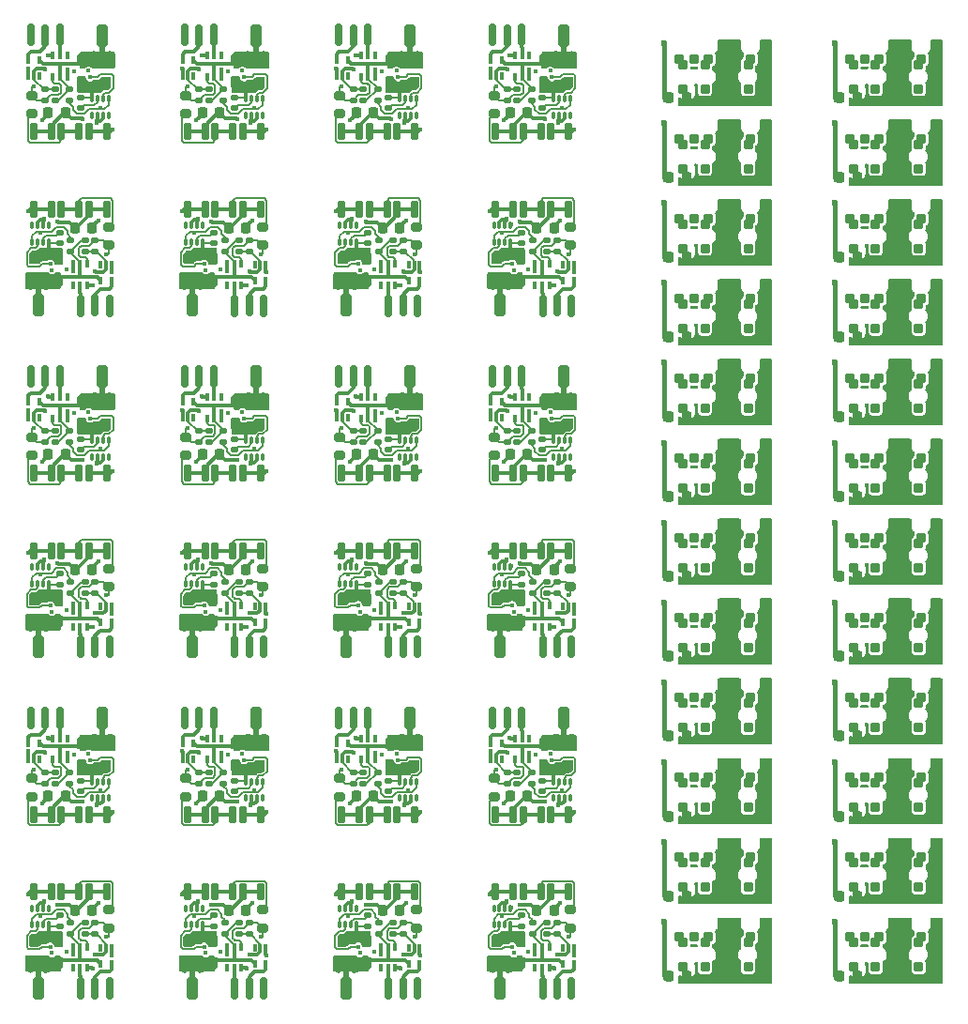
<source format=gbl>
G04 #@! TF.GenerationSoftware,KiCad,Pcbnew,9.0.6-9.0.6~ubuntu24.04.1*
G04 #@! TF.CreationDate,2026-01-17T18:06:18+01:00*
G04 #@! TF.ProjectId,panel,70616e65-6c2e-46b6-9963-61645f706362,rev?*
G04 #@! TF.SameCoordinates,Original*
G04 #@! TF.FileFunction,Copper,L2,Bot*
G04 #@! TF.FilePolarity,Positive*
%FSLAX46Y46*%
G04 Gerber Fmt 4.6, Leading zero omitted, Abs format (unit mm)*
G04 Created by KiCad (PCBNEW 9.0.6-9.0.6~ubuntu24.04.1) date 2026-01-17 18:06:18*
%MOMM*%
%LPD*%
G01*
G04 APERTURE LIST*
G04 Aperture macros list*
%AMRoundRect*
0 Rectangle with rounded corners*
0 $1 Rounding radius*
0 $2 $3 $4 $5 $6 $7 $8 $9 X,Y pos of 4 corners*
0 Add a 4 corners polygon primitive as box body*
4,1,4,$2,$3,$4,$5,$6,$7,$8,$9,$2,$3,0*
0 Add four circle primitives for the rounded corners*
1,1,$1+$1,$2,$3*
1,1,$1+$1,$4,$5*
1,1,$1+$1,$6,$7*
1,1,$1+$1,$8,$9*
0 Add four rect primitives between the rounded corners*
20,1,$1+$1,$2,$3,$4,$5,0*
20,1,$1+$1,$4,$5,$6,$7,0*
20,1,$1+$1,$6,$7,$8,$9,0*
20,1,$1+$1,$8,$9,$2,$3,0*%
%AMFreePoly0*
4,1,11,0.760000,0.825000,0.380000,0.510000,0.380000,-0.510000,0.760000,-0.825000,0.760000,-1.525000,-0.125000,-1.525000,-0.380000,-1.270000,-0.380000,1.270000,-0.125000,1.525000,0.760000,1.525000,0.760000,0.825000,0.760000,0.825000,$1*%
G04 Aperture macros list end*
G04 #@! TA.AperFunction,SMDPad,CuDef*
%ADD10RoundRect,0.120000X-0.280000X-0.280000X0.280000X-0.280000X0.280000X0.280000X-0.280000X0.280000X0*%
G04 #@! TD*
G04 #@! TA.AperFunction,SMDPad,CuDef*
%ADD11RoundRect,0.090000X-0.210000X0.660000X-0.210000X-0.660000X0.210000X-0.660000X0.210000X0.660000X0*%
G04 #@! TD*
G04 #@! TA.AperFunction,SMDPad,CuDef*
%ADD12RoundRect,0.090000X0.210000X-0.660000X0.210000X0.660000X-0.210000X0.660000X-0.210000X-0.660000X0*%
G04 #@! TD*
G04 #@! TA.AperFunction,SMDPad,CuDef*
%ADD13RoundRect,0.250000X0.250000X0.750000X-0.250000X0.750000X-0.250000X-0.750000X0.250000X-0.750000X0*%
G04 #@! TD*
G04 #@! TA.AperFunction,SMDPad,CuDef*
%ADD14RoundRect,0.200000X-0.275000X0.200000X-0.275000X-0.200000X0.275000X-0.200000X0.275000X0.200000X0*%
G04 #@! TD*
G04 #@! TA.AperFunction,SMDPad,CuDef*
%ADD15RoundRect,0.225000X0.225000X0.250000X-0.225000X0.250000X-0.225000X-0.250000X0.225000X-0.250000X0*%
G04 #@! TD*
G04 #@! TA.AperFunction,SMDPad,CuDef*
%ADD16RoundRect,0.250000X-0.250000X-0.750000X0.250000X-0.750000X0.250000X0.750000X-0.250000X0.750000X0*%
G04 #@! TD*
G04 #@! TA.AperFunction,SMDPad,CuDef*
%ADD17RoundRect,0.087500X-0.087500X0.250000X-0.087500X-0.250000X0.087500X-0.250000X0.087500X0.250000X0*%
G04 #@! TD*
G04 #@! TA.AperFunction,SMDPad,CuDef*
%ADD18RoundRect,0.175000X0.175000X0.825000X-0.175000X0.825000X-0.175000X-0.825000X0.175000X-0.825000X0*%
G04 #@! TD*
G04 #@! TA.AperFunction,SMDPad,CuDef*
%ADD19RoundRect,0.100000X0.100000X-0.225000X0.100000X0.225000X-0.100000X0.225000X-0.100000X-0.225000X0*%
G04 #@! TD*
G04 #@! TA.AperFunction,SMDPad,CuDef*
%ADD20RoundRect,0.087500X0.087500X-0.250000X0.087500X0.250000X-0.087500X0.250000X-0.087500X-0.250000X0*%
G04 #@! TD*
G04 #@! TA.AperFunction,SMDPad,CuDef*
%ADD21RoundRect,0.175000X-0.175000X-0.825000X0.175000X-0.825000X0.175000X0.825000X-0.175000X0.825000X0*%
G04 #@! TD*
G04 #@! TA.AperFunction,SMDPad,CuDef*
%ADD22RoundRect,0.225000X-0.225000X-0.250000X0.225000X-0.250000X0.225000X0.250000X-0.225000X0.250000X0*%
G04 #@! TD*
G04 #@! TA.AperFunction,SMDPad,CuDef*
%ADD23RoundRect,0.135000X0.185000X-0.135000X0.185000X0.135000X-0.185000X0.135000X-0.185000X-0.135000X0*%
G04 #@! TD*
G04 #@! TA.AperFunction,SMDPad,CuDef*
%ADD24RoundRect,0.100000X-0.100000X0.225000X-0.100000X-0.225000X0.100000X-0.225000X0.100000X0.225000X0*%
G04 #@! TD*
G04 #@! TA.AperFunction,SMDPad,CuDef*
%ADD25RoundRect,0.200000X0.275000X-0.200000X0.275000X0.200000X-0.275000X0.200000X-0.275000X-0.200000X0*%
G04 #@! TD*
G04 #@! TA.AperFunction,SMDPad,CuDef*
%ADD26RoundRect,0.135000X-0.185000X0.135000X-0.185000X-0.135000X0.185000X-0.135000X0.185000X0.135000X0*%
G04 #@! TD*
G04 #@! TA.AperFunction,SMDPad,CuDef*
%ADD27RoundRect,0.140000X-0.170000X0.140000X-0.170000X-0.140000X0.170000X-0.140000X0.170000X0.140000X0*%
G04 #@! TD*
G04 #@! TA.AperFunction,SMDPad,CuDef*
%ADD28RoundRect,0.140000X0.170000X-0.140000X0.170000X0.140000X-0.170000X0.140000X-0.170000X-0.140000X0*%
G04 #@! TD*
G04 #@! TA.AperFunction,SMDPad,CuDef*
%ADD29RoundRect,0.050000X0.100000X-0.285000X0.100000X0.285000X-0.100000X0.285000X-0.100000X-0.285000X0*%
G04 #@! TD*
G04 #@! TA.AperFunction,SMDPad,CuDef*
%ADD30FreePoly0,90.000000*%
G04 #@! TD*
G04 #@! TA.AperFunction,SMDPad,CuDef*
%ADD31FreePoly0,270.000000*%
G04 #@! TD*
G04 #@! TA.AperFunction,SMDPad,CuDef*
%ADD32RoundRect,0.050000X-0.100000X0.285000X-0.100000X-0.285000X0.100000X-0.285000X0.100000X0.285000X0*%
G04 #@! TD*
G04 #@! TA.AperFunction,ViaPad*
%ADD33C,0.450000*%
G04 #@! TD*
G04 #@! TA.AperFunction,ViaPad*
%ADD34C,0.600000*%
G04 #@! TD*
G04 #@! TA.AperFunction,Conductor*
%ADD35C,0.300000*%
G04 #@! TD*
G04 #@! TA.AperFunction,Conductor*
%ADD36C,0.200000*%
G04 #@! TD*
G04 #@! TA.AperFunction,Conductor*
%ADD37C,0.150000*%
G04 #@! TD*
G04 #@! TA.AperFunction,Conductor*
%ADD38C,0.400000*%
G04 #@! TD*
G04 APERTURE END LIST*
D10*
G04 #@! TO.P,J101,1,Pin_1*
G04 #@! TO.N,Board_0-Board_1-Board_16-/GND*
X65450000Y-67050000D03*
G04 #@! TO.P,J101,2,Pin_2*
G04 #@! TO.N,Board_0-Board_1-Board_16-/IO5*
X66750000Y-67050000D03*
G04 #@! TO.P,J101,3,Pin_3*
G04 #@! TO.N,Board_0-Board_1-Board_16-/IO4*
X68050000Y-67050000D03*
G04 #@! TO.P,J101,4,Pin_4*
G04 #@! TO.N,Board_0-Board_1-Board_16-/+3V3*
X71880000Y-67050000D03*
G04 #@! TD*
G04 #@! TO.P,J102,1,Pin_1*
G04 #@! TO.N,Board_0-Board_1-Board_17-/ANT*
X81150000Y-69750000D03*
G04 #@! TO.P,J102,2,Pin_2*
G04 #@! TO.N,Board_0-Board_1-Board_17-/GND*
X81150000Y-67550000D03*
G04 #@! TO.P,J102,3,Pin_3*
G04 #@! TO.N,Board_0-Board_1-Board_17-/IO5*
X83150000Y-69750000D03*
G04 #@! TO.P,J102,4,Pin_4*
G04 #@! TO.N,Board_0-Board_1-Board_17-/IO4*
X83150000Y-67550000D03*
G04 #@! TO.P,J102,5,Pin_5*
G04 #@! TO.N,Board_0-Board_1-Board_17-/IO10*
X87050000Y-69750000D03*
G04 #@! TO.P,J102,6,Pin_6*
G04 #@! TO.N,Board_0-Board_1-Board_17-/+3V3*
X87050000Y-67550000D03*
G04 #@! TD*
G04 #@! TO.P,J101,1,Pin_1*
G04 #@! TO.N,Board_0-Board_1-Board_3-/GND*
X80850000Y-16650000D03*
G04 #@! TO.P,J101,2,Pin_2*
G04 #@! TO.N,Board_0-Board_1-Board_3-/IO5*
X82150000Y-16650000D03*
G04 #@! TO.P,J101,3,Pin_3*
G04 #@! TO.N,Board_0-Board_1-Board_3-/IO4*
X83450000Y-16650000D03*
G04 #@! TO.P,J101,4,Pin_4*
G04 #@! TO.N,Board_0-Board_1-Board_3-/+3V3*
X87280000Y-16650000D03*
G04 #@! TD*
G04 #@! TO.P,J102,1,Pin_1*
G04 #@! TO.N,Board_0-Board_1-Board_5-/ANT*
X81150000Y-26550000D03*
G04 #@! TO.P,J102,2,Pin_2*
G04 #@! TO.N,Board_0-Board_1-Board_5-/GND*
X81150000Y-24350000D03*
G04 #@! TO.P,J102,3,Pin_3*
G04 #@! TO.N,Board_0-Board_1-Board_5-/IO5*
X83150000Y-26550000D03*
G04 #@! TO.P,J102,4,Pin_4*
G04 #@! TO.N,Board_0-Board_1-Board_5-/IO4*
X83150000Y-24350000D03*
G04 #@! TO.P,J102,5,Pin_5*
G04 #@! TO.N,Board_0-Board_1-Board_5-/IO10*
X87050000Y-26550000D03*
G04 #@! TO.P,J102,6,Pin_6*
G04 #@! TO.N,Board_0-Board_1-Board_5-/+3V3*
X87050000Y-24350000D03*
G04 #@! TD*
G04 #@! TO.P,J101,1,Pin_1*
G04 #@! TO.N,Board_0-Board_1-Board_18-/GND*
X65450000Y-74250000D03*
G04 #@! TO.P,J101,2,Pin_2*
G04 #@! TO.N,Board_0-Board_1-Board_18-/IO5*
X66750000Y-74250000D03*
G04 #@! TO.P,J101,3,Pin_3*
G04 #@! TO.N,Board_0-Board_1-Board_18-/IO4*
X68050000Y-74250000D03*
G04 #@! TO.P,J101,4,Pin_4*
G04 #@! TO.N,Board_0-Board_1-Board_18-/+3V3*
X71880000Y-74250000D03*
G04 #@! TD*
G04 #@! TO.P,J101,1,Pin_1*
G04 #@! TO.N,Board_0-Board_1-Board_12-/GND*
X65450000Y-52650000D03*
G04 #@! TO.P,J101,2,Pin_2*
G04 #@! TO.N,Board_0-Board_1-Board_12-/IO5*
X66750000Y-52650000D03*
G04 #@! TO.P,J101,3,Pin_3*
G04 #@! TO.N,Board_0-Board_1-Board_12-/IO4*
X68050000Y-52650000D03*
G04 #@! TO.P,J101,4,Pin_4*
G04 #@! TO.N,Board_0-Board_1-Board_12-/+3V3*
X71880000Y-52650000D03*
G04 #@! TD*
G04 #@! TO.P,J102,1,Pin_1*
G04 #@! TO.N,Board_0-Board_1-Board_19-/ANT*
X81150000Y-76950000D03*
G04 #@! TO.P,J102,2,Pin_2*
G04 #@! TO.N,Board_0-Board_1-Board_19-/GND*
X81150000Y-74750000D03*
G04 #@! TO.P,J102,3,Pin_3*
G04 #@! TO.N,Board_0-Board_1-Board_19-/IO5*
X83150000Y-76950000D03*
G04 #@! TO.P,J102,4,Pin_4*
G04 #@! TO.N,Board_0-Board_1-Board_19-/IO4*
X83150000Y-74750000D03*
G04 #@! TO.P,J102,5,Pin_5*
G04 #@! TO.N,Board_0-Board_1-Board_19-/IO10*
X87050000Y-76950000D03*
G04 #@! TO.P,J102,6,Pin_6*
G04 #@! TO.N,Board_0-Board_1-Board_19-/+3V3*
X87050000Y-74750000D03*
G04 #@! TD*
G04 #@! TO.P,J102,1,Pin_1*
G04 #@! TO.N,Board_0-Board_1-Board_1-/ANT*
X81150000Y-12150000D03*
G04 #@! TO.P,J102,2,Pin_2*
G04 #@! TO.N,Board_0-Board_1-Board_1-/GND*
X81150000Y-9950000D03*
G04 #@! TO.P,J102,3,Pin_3*
G04 #@! TO.N,Board_0-Board_1-Board_1-/IO5*
X83150000Y-12150000D03*
G04 #@! TO.P,J102,4,Pin_4*
G04 #@! TO.N,Board_0-Board_1-Board_1-/IO4*
X83150000Y-9950000D03*
G04 #@! TO.P,J102,5,Pin_5*
G04 #@! TO.N,Board_0-Board_1-Board_1-/IO10*
X87050000Y-12150000D03*
G04 #@! TO.P,J102,6,Pin_6*
G04 #@! TO.N,Board_0-Board_1-Board_1-/+3V3*
X87050000Y-9950000D03*
G04 #@! TD*
G04 #@! TO.P,J101,1,Pin_1*
G04 #@! TO.N,Board_0-Board_1-Board_23-/GND*
X80850000Y-88650000D03*
G04 #@! TO.P,J101,2,Pin_2*
G04 #@! TO.N,Board_0-Board_1-Board_23-/IO5*
X82150000Y-88650000D03*
G04 #@! TO.P,J101,3,Pin_3*
G04 #@! TO.N,Board_0-Board_1-Board_23-/IO4*
X83450000Y-88650000D03*
G04 #@! TO.P,J101,4,Pin_4*
G04 #@! TO.N,Board_0-Board_1-Board_23-/+3V3*
X87280000Y-88650000D03*
G04 #@! TD*
G04 #@! TO.P,J102,1,Pin_1*
G04 #@! TO.N,Board_0-Board_1-Board_10-/ANT*
X65750000Y-48150000D03*
G04 #@! TO.P,J102,2,Pin_2*
G04 #@! TO.N,Board_0-Board_1-Board_10-/GND*
X65750000Y-45950000D03*
G04 #@! TO.P,J102,3,Pin_3*
G04 #@! TO.N,Board_0-Board_1-Board_10-/IO5*
X67750000Y-48150000D03*
G04 #@! TO.P,J102,4,Pin_4*
G04 #@! TO.N,Board_0-Board_1-Board_10-/IO4*
X67750000Y-45950000D03*
G04 #@! TO.P,J102,5,Pin_5*
G04 #@! TO.N,Board_0-Board_1-Board_10-/IO10*
X71650000Y-48150000D03*
G04 #@! TO.P,J102,6,Pin_6*
G04 #@! TO.N,Board_0-Board_1-Board_10-/+3V3*
X71650000Y-45950000D03*
G04 #@! TD*
G04 #@! TO.P,J101,1,Pin_1*
G04 #@! TO.N,Board_0-Board_1-Board_13-/GND*
X80850000Y-52650000D03*
G04 #@! TO.P,J101,2,Pin_2*
G04 #@! TO.N,Board_0-Board_1-Board_13-/IO5*
X82150000Y-52650000D03*
G04 #@! TO.P,J101,3,Pin_3*
G04 #@! TO.N,Board_0-Board_1-Board_13-/IO4*
X83450000Y-52650000D03*
G04 #@! TO.P,J101,4,Pin_4*
G04 #@! TO.N,Board_0-Board_1-Board_13-/+3V3*
X87280000Y-52650000D03*
G04 #@! TD*
G04 #@! TO.P,J101,1,Pin_1*
G04 #@! TO.N,Board_0-Board_1-Board_0-/GND*
X65450000Y-9450000D03*
G04 #@! TO.P,J101,2,Pin_2*
G04 #@! TO.N,Board_0-Board_1-Board_0-/IO5*
X66750000Y-9450000D03*
G04 #@! TO.P,J101,3,Pin_3*
G04 #@! TO.N,Board_0-Board_1-Board_0-/IO4*
X68050000Y-9450000D03*
G04 #@! TO.P,J101,4,Pin_4*
G04 #@! TO.N,Board_0-Board_1-Board_0-/+3V3*
X71880000Y-9450000D03*
G04 #@! TD*
G04 #@! TO.P,J101,1,Pin_1*
G04 #@! TO.N,Board_0-Board_1-Board_15-/GND*
X80850000Y-59850000D03*
G04 #@! TO.P,J101,2,Pin_2*
G04 #@! TO.N,Board_0-Board_1-Board_15-/IO5*
X82150000Y-59850000D03*
G04 #@! TO.P,J101,3,Pin_3*
G04 #@! TO.N,Board_0-Board_1-Board_15-/IO4*
X83450000Y-59850000D03*
G04 #@! TO.P,J101,4,Pin_4*
G04 #@! TO.N,Board_0-Board_1-Board_15-/+3V3*
X87280000Y-59850000D03*
G04 #@! TD*
G04 #@! TO.P,J102,1,Pin_1*
G04 #@! TO.N,Board_0-Board_1-Board_6-/ANT*
X65750000Y-33750000D03*
G04 #@! TO.P,J102,2,Pin_2*
G04 #@! TO.N,Board_0-Board_1-Board_6-/GND*
X65750000Y-31550000D03*
G04 #@! TO.P,J102,3,Pin_3*
G04 #@! TO.N,Board_0-Board_1-Board_6-/IO5*
X67750000Y-33750000D03*
G04 #@! TO.P,J102,4,Pin_4*
G04 #@! TO.N,Board_0-Board_1-Board_6-/IO4*
X67750000Y-31550000D03*
G04 #@! TO.P,J102,5,Pin_5*
G04 #@! TO.N,Board_0-Board_1-Board_6-/IO10*
X71650000Y-33750000D03*
G04 #@! TO.P,J102,6,Pin_6*
G04 #@! TO.N,Board_0-Board_1-Board_6-/+3V3*
X71650000Y-31550000D03*
G04 #@! TD*
G04 #@! TO.P,J102,1,Pin_1*
G04 #@! TO.N,Board_0-Board_1-Board_13-/ANT*
X81150000Y-55350000D03*
G04 #@! TO.P,J102,2,Pin_2*
G04 #@! TO.N,Board_0-Board_1-Board_13-/GND*
X81150000Y-53150000D03*
G04 #@! TO.P,J102,3,Pin_3*
G04 #@! TO.N,Board_0-Board_1-Board_13-/IO5*
X83150000Y-55350000D03*
G04 #@! TO.P,J102,4,Pin_4*
G04 #@! TO.N,Board_0-Board_1-Board_13-/IO4*
X83150000Y-53150000D03*
G04 #@! TO.P,J102,5,Pin_5*
G04 #@! TO.N,Board_0-Board_1-Board_13-/IO10*
X87050000Y-55350000D03*
G04 #@! TO.P,J102,6,Pin_6*
G04 #@! TO.N,Board_0-Board_1-Board_13-/+3V3*
X87050000Y-53150000D03*
G04 #@! TD*
G04 #@! TO.P,J101,1,Pin_1*
G04 #@! TO.N,Board_0-Board_1-Board_8-/GND*
X65450000Y-38250000D03*
G04 #@! TO.P,J101,2,Pin_2*
G04 #@! TO.N,Board_0-Board_1-Board_8-/IO5*
X66750000Y-38250000D03*
G04 #@! TO.P,J101,3,Pin_3*
G04 #@! TO.N,Board_0-Board_1-Board_8-/IO4*
X68050000Y-38250000D03*
G04 #@! TO.P,J101,4,Pin_4*
G04 #@! TO.N,Board_0-Board_1-Board_8-/+3V3*
X71880000Y-38250000D03*
G04 #@! TD*
G04 #@! TO.P,J101,1,Pin_1*
G04 #@! TO.N,Board_0-Board_1-Board_22-/GND*
X65450000Y-88650000D03*
G04 #@! TO.P,J101,2,Pin_2*
G04 #@! TO.N,Board_0-Board_1-Board_22-/IO5*
X66750000Y-88650000D03*
G04 #@! TO.P,J101,3,Pin_3*
G04 #@! TO.N,Board_0-Board_1-Board_22-/IO4*
X68050000Y-88650000D03*
G04 #@! TO.P,J101,4,Pin_4*
G04 #@! TO.N,Board_0-Board_1-Board_22-/+3V3*
X71880000Y-88650000D03*
G04 #@! TD*
G04 #@! TO.P,J101,1,Pin_1*
G04 #@! TO.N,Board_0-Board_1-Board_6-/GND*
X65450000Y-31050000D03*
G04 #@! TO.P,J101,2,Pin_2*
G04 #@! TO.N,Board_0-Board_1-Board_6-/IO5*
X66750000Y-31050000D03*
G04 #@! TO.P,J101,3,Pin_3*
G04 #@! TO.N,Board_0-Board_1-Board_6-/IO4*
X68050000Y-31050000D03*
G04 #@! TO.P,J101,4,Pin_4*
G04 #@! TO.N,Board_0-Board_1-Board_6-/+3V3*
X71880000Y-31050000D03*
G04 #@! TD*
G04 #@! TO.P,J101,1,Pin_1*
G04 #@! TO.N,Board_0-Board_1-Board_19-/GND*
X80850000Y-74250000D03*
G04 #@! TO.P,J101,2,Pin_2*
G04 #@! TO.N,Board_0-Board_1-Board_19-/IO5*
X82150000Y-74250000D03*
G04 #@! TO.P,J101,3,Pin_3*
G04 #@! TO.N,Board_0-Board_1-Board_19-/IO4*
X83450000Y-74250000D03*
G04 #@! TO.P,J101,4,Pin_4*
G04 #@! TO.N,Board_0-Board_1-Board_19-/+3V3*
X87280000Y-74250000D03*
G04 #@! TD*
G04 #@! TO.P,J101,1,Pin_1*
G04 #@! TO.N,Board_0-Board_1-Board_1-/GND*
X80850000Y-9450000D03*
G04 #@! TO.P,J101,2,Pin_2*
G04 #@! TO.N,Board_0-Board_1-Board_1-/IO5*
X82150000Y-9450000D03*
G04 #@! TO.P,J101,3,Pin_3*
G04 #@! TO.N,Board_0-Board_1-Board_1-/IO4*
X83450000Y-9450000D03*
G04 #@! TO.P,J101,4,Pin_4*
G04 #@! TO.N,Board_0-Board_1-Board_1-/+3V3*
X87280000Y-9450000D03*
G04 #@! TD*
G04 #@! TO.P,J102,1,Pin_1*
G04 #@! TO.N,Board_0-Board_1-Board_15-/ANT*
X81150000Y-62550000D03*
G04 #@! TO.P,J102,2,Pin_2*
G04 #@! TO.N,Board_0-Board_1-Board_15-/GND*
X81150000Y-60350000D03*
G04 #@! TO.P,J102,3,Pin_3*
G04 #@! TO.N,Board_0-Board_1-Board_15-/IO5*
X83150000Y-62550000D03*
G04 #@! TO.P,J102,4,Pin_4*
G04 #@! TO.N,Board_0-Board_1-Board_15-/IO4*
X83150000Y-60350000D03*
G04 #@! TO.P,J102,5,Pin_5*
G04 #@! TO.N,Board_0-Board_1-Board_15-/IO10*
X87050000Y-62550000D03*
G04 #@! TO.P,J102,6,Pin_6*
G04 #@! TO.N,Board_0-Board_1-Board_15-/+3V3*
X87050000Y-60350000D03*
G04 #@! TD*
G04 #@! TO.P,J102,1,Pin_1*
G04 #@! TO.N,Board_0-Board_1-Board_7-/ANT*
X81150000Y-33750000D03*
G04 #@! TO.P,J102,2,Pin_2*
G04 #@! TO.N,Board_0-Board_1-Board_7-/GND*
X81150000Y-31550000D03*
G04 #@! TO.P,J102,3,Pin_3*
G04 #@! TO.N,Board_0-Board_1-Board_7-/IO5*
X83150000Y-33750000D03*
G04 #@! TO.P,J102,4,Pin_4*
G04 #@! TO.N,Board_0-Board_1-Board_7-/IO4*
X83150000Y-31550000D03*
G04 #@! TO.P,J102,5,Pin_5*
G04 #@! TO.N,Board_0-Board_1-Board_7-/IO10*
X87050000Y-33750000D03*
G04 #@! TO.P,J102,6,Pin_6*
G04 #@! TO.N,Board_0-Board_1-Board_7-/+3V3*
X87050000Y-31550000D03*
G04 #@! TD*
G04 #@! TO.P,J101,1,Pin_1*
G04 #@! TO.N,Board_0-Board_1-Board_2-/GND*
X65450000Y-16650000D03*
G04 #@! TO.P,J101,2,Pin_2*
G04 #@! TO.N,Board_0-Board_1-Board_2-/IO5*
X66750000Y-16650000D03*
G04 #@! TO.P,J101,3,Pin_3*
G04 #@! TO.N,Board_0-Board_1-Board_2-/IO4*
X68050000Y-16650000D03*
G04 #@! TO.P,J101,4,Pin_4*
G04 #@! TO.N,Board_0-Board_1-Board_2-/+3V3*
X71880000Y-16650000D03*
G04 #@! TD*
G04 #@! TO.P,J102,1,Pin_1*
G04 #@! TO.N,Board_0-Board_1-Board_14-/ANT*
X65750000Y-62550000D03*
G04 #@! TO.P,J102,2,Pin_2*
G04 #@! TO.N,Board_0-Board_1-Board_14-/GND*
X65750000Y-60350000D03*
G04 #@! TO.P,J102,3,Pin_3*
G04 #@! TO.N,Board_0-Board_1-Board_14-/IO5*
X67750000Y-62550000D03*
G04 #@! TO.P,J102,4,Pin_4*
G04 #@! TO.N,Board_0-Board_1-Board_14-/IO4*
X67750000Y-60350000D03*
G04 #@! TO.P,J102,5,Pin_5*
G04 #@! TO.N,Board_0-Board_1-Board_14-/IO10*
X71650000Y-62550000D03*
G04 #@! TO.P,J102,6,Pin_6*
G04 #@! TO.N,Board_0-Board_1-Board_14-/+3V3*
X71650000Y-60350000D03*
G04 #@! TD*
G04 #@! TO.P,J102,1,Pin_1*
G04 #@! TO.N,Board_0-Board_1-Board_11-/ANT*
X81150000Y-48150000D03*
G04 #@! TO.P,J102,2,Pin_2*
G04 #@! TO.N,Board_0-Board_1-Board_11-/GND*
X81150000Y-45950000D03*
G04 #@! TO.P,J102,3,Pin_3*
G04 #@! TO.N,Board_0-Board_1-Board_11-/IO5*
X83150000Y-48150000D03*
G04 #@! TO.P,J102,4,Pin_4*
G04 #@! TO.N,Board_0-Board_1-Board_11-/IO4*
X83150000Y-45950000D03*
G04 #@! TO.P,J102,5,Pin_5*
G04 #@! TO.N,Board_0-Board_1-Board_11-/IO10*
X87050000Y-48150000D03*
G04 #@! TO.P,J102,6,Pin_6*
G04 #@! TO.N,Board_0-Board_1-Board_11-/+3V3*
X87050000Y-45950000D03*
G04 #@! TD*
G04 #@! TO.P,J101,1,Pin_1*
G04 #@! TO.N,Board_0-Board_1-Board_4-/GND*
X65450000Y-23850000D03*
G04 #@! TO.P,J101,2,Pin_2*
G04 #@! TO.N,Board_0-Board_1-Board_4-/IO5*
X66750000Y-23850000D03*
G04 #@! TO.P,J101,3,Pin_3*
G04 #@! TO.N,Board_0-Board_1-Board_4-/IO4*
X68050000Y-23850000D03*
G04 #@! TO.P,J101,4,Pin_4*
G04 #@! TO.N,Board_0-Board_1-Board_4-/+3V3*
X71880000Y-23850000D03*
G04 #@! TD*
G04 #@! TO.P,J101,1,Pin_1*
G04 #@! TO.N,Board_0-Board_1-Board_10-/GND*
X65450000Y-45450000D03*
G04 #@! TO.P,J101,2,Pin_2*
G04 #@! TO.N,Board_0-Board_1-Board_10-/IO5*
X66750000Y-45450000D03*
G04 #@! TO.P,J101,3,Pin_3*
G04 #@! TO.N,Board_0-Board_1-Board_10-/IO4*
X68050000Y-45450000D03*
G04 #@! TO.P,J101,4,Pin_4*
G04 #@! TO.N,Board_0-Board_1-Board_10-/+3V3*
X71880000Y-45450000D03*
G04 #@! TD*
G04 #@! TO.P,J102,1,Pin_1*
G04 #@! TO.N,Board_0-Board_1-Board_8-/ANT*
X65750000Y-40950000D03*
G04 #@! TO.P,J102,2,Pin_2*
G04 #@! TO.N,Board_0-Board_1-Board_8-/GND*
X65750000Y-38750000D03*
G04 #@! TO.P,J102,3,Pin_3*
G04 #@! TO.N,Board_0-Board_1-Board_8-/IO5*
X67750000Y-40950000D03*
G04 #@! TO.P,J102,4,Pin_4*
G04 #@! TO.N,Board_0-Board_1-Board_8-/IO4*
X67750000Y-38750000D03*
G04 #@! TO.P,J102,5,Pin_5*
G04 #@! TO.N,Board_0-Board_1-Board_8-/IO10*
X71650000Y-40950000D03*
G04 #@! TO.P,J102,6,Pin_6*
G04 #@! TO.N,Board_0-Board_1-Board_8-/+3V3*
X71650000Y-38750000D03*
G04 #@! TD*
G04 #@! TO.P,J102,1,Pin_1*
G04 #@! TO.N,Board_0-Board_1-Board_0-/ANT*
X65750000Y-12150000D03*
G04 #@! TO.P,J102,2,Pin_2*
G04 #@! TO.N,Board_0-Board_1-Board_0-/GND*
X65750000Y-9950000D03*
G04 #@! TO.P,J102,3,Pin_3*
G04 #@! TO.N,Board_0-Board_1-Board_0-/IO5*
X67750000Y-12150000D03*
G04 #@! TO.P,J102,4,Pin_4*
G04 #@! TO.N,Board_0-Board_1-Board_0-/IO4*
X67750000Y-9950000D03*
G04 #@! TO.P,J102,5,Pin_5*
G04 #@! TO.N,Board_0-Board_1-Board_0-/IO10*
X71650000Y-12150000D03*
G04 #@! TO.P,J102,6,Pin_6*
G04 #@! TO.N,Board_0-Board_1-Board_0-/+3V3*
X71650000Y-9950000D03*
G04 #@! TD*
G04 #@! TO.P,J102,1,Pin_1*
G04 #@! TO.N,Board_0-Board_1-Board_4-/ANT*
X65750000Y-26550000D03*
G04 #@! TO.P,J102,2,Pin_2*
G04 #@! TO.N,Board_0-Board_1-Board_4-/GND*
X65750000Y-24350000D03*
G04 #@! TO.P,J102,3,Pin_3*
G04 #@! TO.N,Board_0-Board_1-Board_4-/IO5*
X67750000Y-26550000D03*
G04 #@! TO.P,J102,4,Pin_4*
G04 #@! TO.N,Board_0-Board_1-Board_4-/IO4*
X67750000Y-24350000D03*
G04 #@! TO.P,J102,5,Pin_5*
G04 #@! TO.N,Board_0-Board_1-Board_4-/IO10*
X71650000Y-26550000D03*
G04 #@! TO.P,J102,6,Pin_6*
G04 #@! TO.N,Board_0-Board_1-Board_4-/+3V3*
X71650000Y-24350000D03*
G04 #@! TD*
G04 #@! TO.P,J102,1,Pin_1*
G04 #@! TO.N,Board_0-Board_1-Board_20-/ANT*
X65750000Y-84150000D03*
G04 #@! TO.P,J102,2,Pin_2*
G04 #@! TO.N,Board_0-Board_1-Board_20-/GND*
X65750000Y-81950000D03*
G04 #@! TO.P,J102,3,Pin_3*
G04 #@! TO.N,Board_0-Board_1-Board_20-/IO5*
X67750000Y-84150000D03*
G04 #@! TO.P,J102,4,Pin_4*
G04 #@! TO.N,Board_0-Board_1-Board_20-/IO4*
X67750000Y-81950000D03*
G04 #@! TO.P,J102,5,Pin_5*
G04 #@! TO.N,Board_0-Board_1-Board_20-/IO10*
X71650000Y-84150000D03*
G04 #@! TO.P,J102,6,Pin_6*
G04 #@! TO.N,Board_0-Board_1-Board_20-/+3V3*
X71650000Y-81950000D03*
G04 #@! TD*
G04 #@! TO.P,J101,1,Pin_1*
G04 #@! TO.N,Board_0-Board_1-Board_20-/GND*
X65450000Y-81450000D03*
G04 #@! TO.P,J101,2,Pin_2*
G04 #@! TO.N,Board_0-Board_1-Board_20-/IO5*
X66750000Y-81450000D03*
G04 #@! TO.P,J101,3,Pin_3*
G04 #@! TO.N,Board_0-Board_1-Board_20-/IO4*
X68050000Y-81450000D03*
G04 #@! TO.P,J101,4,Pin_4*
G04 #@! TO.N,Board_0-Board_1-Board_20-/+3V3*
X71880000Y-81450000D03*
G04 #@! TD*
G04 #@! TO.P,J102,1,Pin_1*
G04 #@! TO.N,Board_0-Board_1-Board_9-/ANT*
X81150000Y-40950000D03*
G04 #@! TO.P,J102,2,Pin_2*
G04 #@! TO.N,Board_0-Board_1-Board_9-/GND*
X81150000Y-38750000D03*
G04 #@! TO.P,J102,3,Pin_3*
G04 #@! TO.N,Board_0-Board_1-Board_9-/IO5*
X83150000Y-40950000D03*
G04 #@! TO.P,J102,4,Pin_4*
G04 #@! TO.N,Board_0-Board_1-Board_9-/IO4*
X83150000Y-38750000D03*
G04 #@! TO.P,J102,5,Pin_5*
G04 #@! TO.N,Board_0-Board_1-Board_9-/IO10*
X87050000Y-40950000D03*
G04 #@! TO.P,J102,6,Pin_6*
G04 #@! TO.N,Board_0-Board_1-Board_9-/+3V3*
X87050000Y-38750000D03*
G04 #@! TD*
G04 #@! TO.P,J102,1,Pin_1*
G04 #@! TO.N,Board_0-Board_1-Board_16-/ANT*
X65750000Y-69750000D03*
G04 #@! TO.P,J102,2,Pin_2*
G04 #@! TO.N,Board_0-Board_1-Board_16-/GND*
X65750000Y-67550000D03*
G04 #@! TO.P,J102,3,Pin_3*
G04 #@! TO.N,Board_0-Board_1-Board_16-/IO5*
X67750000Y-69750000D03*
G04 #@! TO.P,J102,4,Pin_4*
G04 #@! TO.N,Board_0-Board_1-Board_16-/IO4*
X67750000Y-67550000D03*
G04 #@! TO.P,J102,5,Pin_5*
G04 #@! TO.N,Board_0-Board_1-Board_16-/IO10*
X71650000Y-69750000D03*
G04 #@! TO.P,J102,6,Pin_6*
G04 #@! TO.N,Board_0-Board_1-Board_16-/+3V3*
X71650000Y-67550000D03*
G04 #@! TD*
G04 #@! TO.P,J102,1,Pin_1*
G04 #@! TO.N,Board_0-Board_1-Board_23-/ANT*
X81150000Y-91350000D03*
G04 #@! TO.P,J102,2,Pin_2*
G04 #@! TO.N,Board_0-Board_1-Board_23-/GND*
X81150000Y-89150000D03*
G04 #@! TO.P,J102,3,Pin_3*
G04 #@! TO.N,Board_0-Board_1-Board_23-/IO5*
X83150000Y-91350000D03*
G04 #@! TO.P,J102,4,Pin_4*
G04 #@! TO.N,Board_0-Board_1-Board_23-/IO4*
X83150000Y-89150000D03*
G04 #@! TO.P,J102,5,Pin_5*
G04 #@! TO.N,Board_0-Board_1-Board_23-/IO10*
X87050000Y-91350000D03*
G04 #@! TO.P,J102,6,Pin_6*
G04 #@! TO.N,Board_0-Board_1-Board_23-/+3V3*
X87050000Y-89150000D03*
G04 #@! TD*
G04 #@! TO.P,J102,1,Pin_1*
G04 #@! TO.N,Board_0-Board_1-Board_22-/ANT*
X65750000Y-91350000D03*
G04 #@! TO.P,J102,2,Pin_2*
G04 #@! TO.N,Board_0-Board_1-Board_22-/GND*
X65750000Y-89150000D03*
G04 #@! TO.P,J102,3,Pin_3*
G04 #@! TO.N,Board_0-Board_1-Board_22-/IO5*
X67750000Y-91350000D03*
G04 #@! TO.P,J102,4,Pin_4*
G04 #@! TO.N,Board_0-Board_1-Board_22-/IO4*
X67750000Y-89150000D03*
G04 #@! TO.P,J102,5,Pin_5*
G04 #@! TO.N,Board_0-Board_1-Board_22-/IO10*
X71650000Y-91350000D03*
G04 #@! TO.P,J102,6,Pin_6*
G04 #@! TO.N,Board_0-Board_1-Board_22-/+3V3*
X71650000Y-89150000D03*
G04 #@! TD*
G04 #@! TO.P,J102,1,Pin_1*
G04 #@! TO.N,Board_0-Board_1-Board_2-/ANT*
X65750000Y-19350000D03*
G04 #@! TO.P,J102,2,Pin_2*
G04 #@! TO.N,Board_0-Board_1-Board_2-/GND*
X65750000Y-17150000D03*
G04 #@! TO.P,J102,3,Pin_3*
G04 #@! TO.N,Board_0-Board_1-Board_2-/IO5*
X67750000Y-19350000D03*
G04 #@! TO.P,J102,4,Pin_4*
G04 #@! TO.N,Board_0-Board_1-Board_2-/IO4*
X67750000Y-17150000D03*
G04 #@! TO.P,J102,5,Pin_5*
G04 #@! TO.N,Board_0-Board_1-Board_2-/IO10*
X71650000Y-19350000D03*
G04 #@! TO.P,J102,6,Pin_6*
G04 #@! TO.N,Board_0-Board_1-Board_2-/+3V3*
X71650000Y-17150000D03*
G04 #@! TD*
G04 #@! TO.P,J101,1,Pin_1*
G04 #@! TO.N,Board_0-Board_1-Board_5-/GND*
X80850000Y-23850000D03*
G04 #@! TO.P,J101,2,Pin_2*
G04 #@! TO.N,Board_0-Board_1-Board_5-/IO5*
X82150000Y-23850000D03*
G04 #@! TO.P,J101,3,Pin_3*
G04 #@! TO.N,Board_0-Board_1-Board_5-/IO4*
X83450000Y-23850000D03*
G04 #@! TO.P,J101,4,Pin_4*
G04 #@! TO.N,Board_0-Board_1-Board_5-/+3V3*
X87280000Y-23850000D03*
G04 #@! TD*
G04 #@! TO.P,J101,1,Pin_1*
G04 #@! TO.N,Board_0-Board_1-Board_7-/GND*
X80850000Y-31050000D03*
G04 #@! TO.P,J101,2,Pin_2*
G04 #@! TO.N,Board_0-Board_1-Board_7-/IO5*
X82150000Y-31050000D03*
G04 #@! TO.P,J101,3,Pin_3*
G04 #@! TO.N,Board_0-Board_1-Board_7-/IO4*
X83450000Y-31050000D03*
G04 #@! TO.P,J101,4,Pin_4*
G04 #@! TO.N,Board_0-Board_1-Board_7-/+3V3*
X87280000Y-31050000D03*
G04 #@! TD*
G04 #@! TO.P,J102,1,Pin_1*
G04 #@! TO.N,Board_0-Board_1-Board_18-/ANT*
X65750000Y-76950000D03*
G04 #@! TO.P,J102,2,Pin_2*
G04 #@! TO.N,Board_0-Board_1-Board_18-/GND*
X65750000Y-74750000D03*
G04 #@! TO.P,J102,3,Pin_3*
G04 #@! TO.N,Board_0-Board_1-Board_18-/IO5*
X67750000Y-76950000D03*
G04 #@! TO.P,J102,4,Pin_4*
G04 #@! TO.N,Board_0-Board_1-Board_18-/IO4*
X67750000Y-74750000D03*
G04 #@! TO.P,J102,5,Pin_5*
G04 #@! TO.N,Board_0-Board_1-Board_18-/IO10*
X71650000Y-76950000D03*
G04 #@! TO.P,J102,6,Pin_6*
G04 #@! TO.N,Board_0-Board_1-Board_18-/+3V3*
X71650000Y-74750000D03*
G04 #@! TD*
G04 #@! TO.P,J101,1,Pin_1*
G04 #@! TO.N,Board_0-Board_1-Board_9-/GND*
X80850000Y-38250000D03*
G04 #@! TO.P,J101,2,Pin_2*
G04 #@! TO.N,Board_0-Board_1-Board_9-/IO5*
X82150000Y-38250000D03*
G04 #@! TO.P,J101,3,Pin_3*
G04 #@! TO.N,Board_0-Board_1-Board_9-/IO4*
X83450000Y-38250000D03*
G04 #@! TO.P,J101,4,Pin_4*
G04 #@! TO.N,Board_0-Board_1-Board_9-/+3V3*
X87280000Y-38250000D03*
G04 #@! TD*
G04 #@! TO.P,J102,1,Pin_1*
G04 #@! TO.N,Board_0-Board_1-Board_3-/ANT*
X81150000Y-19350000D03*
G04 #@! TO.P,J102,2,Pin_2*
G04 #@! TO.N,Board_0-Board_1-Board_3-/GND*
X81150000Y-17150000D03*
G04 #@! TO.P,J102,3,Pin_3*
G04 #@! TO.N,Board_0-Board_1-Board_3-/IO5*
X83150000Y-19350000D03*
G04 #@! TO.P,J102,4,Pin_4*
G04 #@! TO.N,Board_0-Board_1-Board_3-/IO4*
X83150000Y-17150000D03*
G04 #@! TO.P,J102,5,Pin_5*
G04 #@! TO.N,Board_0-Board_1-Board_3-/IO10*
X87050000Y-19350000D03*
G04 #@! TO.P,J102,6,Pin_6*
G04 #@! TO.N,Board_0-Board_1-Board_3-/+3V3*
X87050000Y-17150000D03*
G04 #@! TD*
G04 #@! TO.P,J101,1,Pin_1*
G04 #@! TO.N,Board_0-Board_1-Board_11-/GND*
X80850000Y-45450000D03*
G04 #@! TO.P,J101,2,Pin_2*
G04 #@! TO.N,Board_0-Board_1-Board_11-/IO5*
X82150000Y-45450000D03*
G04 #@! TO.P,J101,3,Pin_3*
G04 #@! TO.N,Board_0-Board_1-Board_11-/IO4*
X83450000Y-45450000D03*
G04 #@! TO.P,J101,4,Pin_4*
G04 #@! TO.N,Board_0-Board_1-Board_11-/+3V3*
X87280000Y-45450000D03*
G04 #@! TD*
G04 #@! TO.P,J102,1,Pin_1*
G04 #@! TO.N,Board_0-Board_1-Board_21-/ANT*
X81150000Y-84150000D03*
G04 #@! TO.P,J102,2,Pin_2*
G04 #@! TO.N,Board_0-Board_1-Board_21-/GND*
X81150000Y-81950000D03*
G04 #@! TO.P,J102,3,Pin_3*
G04 #@! TO.N,Board_0-Board_1-Board_21-/IO5*
X83150000Y-84150000D03*
G04 #@! TO.P,J102,4,Pin_4*
G04 #@! TO.N,Board_0-Board_1-Board_21-/IO4*
X83150000Y-81950000D03*
G04 #@! TO.P,J102,5,Pin_5*
G04 #@! TO.N,Board_0-Board_1-Board_21-/IO10*
X87050000Y-84150000D03*
G04 #@! TO.P,J102,6,Pin_6*
G04 #@! TO.N,Board_0-Board_1-Board_21-/+3V3*
X87050000Y-81950000D03*
G04 #@! TD*
G04 #@! TO.P,J101,1,Pin_1*
G04 #@! TO.N,Board_0-Board_1-Board_14-/GND*
X65450000Y-59850000D03*
G04 #@! TO.P,J101,2,Pin_2*
G04 #@! TO.N,Board_0-Board_1-Board_14-/IO5*
X66750000Y-59850000D03*
G04 #@! TO.P,J101,3,Pin_3*
G04 #@! TO.N,Board_0-Board_1-Board_14-/IO4*
X68050000Y-59850000D03*
G04 #@! TO.P,J101,4,Pin_4*
G04 #@! TO.N,Board_0-Board_1-Board_14-/+3V3*
X71880000Y-59850000D03*
G04 #@! TD*
G04 #@! TO.P,J102,1,Pin_1*
G04 #@! TO.N,Board_0-Board_1-Board_12-/ANT*
X65750000Y-55350000D03*
G04 #@! TO.P,J102,2,Pin_2*
G04 #@! TO.N,Board_0-Board_1-Board_12-/GND*
X65750000Y-53150000D03*
G04 #@! TO.P,J102,3,Pin_3*
G04 #@! TO.N,Board_0-Board_1-Board_12-/IO5*
X67750000Y-55350000D03*
G04 #@! TO.P,J102,4,Pin_4*
G04 #@! TO.N,Board_0-Board_1-Board_12-/IO4*
X67750000Y-53150000D03*
G04 #@! TO.P,J102,5,Pin_5*
G04 #@! TO.N,Board_0-Board_1-Board_12-/IO10*
X71650000Y-55350000D03*
G04 #@! TO.P,J102,6,Pin_6*
G04 #@! TO.N,Board_0-Board_1-Board_12-/+3V3*
X71650000Y-53150000D03*
G04 #@! TD*
G04 #@! TO.P,J101,1,Pin_1*
G04 #@! TO.N,Board_0-Board_1-Board_21-/GND*
X80850000Y-81450000D03*
G04 #@! TO.P,J101,2,Pin_2*
G04 #@! TO.N,Board_0-Board_1-Board_21-/IO5*
X82150000Y-81450000D03*
G04 #@! TO.P,J101,3,Pin_3*
G04 #@! TO.N,Board_0-Board_1-Board_21-/IO4*
X83450000Y-81450000D03*
G04 #@! TO.P,J101,4,Pin_4*
G04 #@! TO.N,Board_0-Board_1-Board_21-/+3V3*
X87280000Y-81450000D03*
G04 #@! TD*
G04 #@! TO.P,J101,1,Pin_1*
G04 #@! TO.N,Board_0-Board_1-Board_17-/GND*
X80850000Y-67050000D03*
G04 #@! TO.P,J101,2,Pin_2*
G04 #@! TO.N,Board_0-Board_1-Board_17-/IO5*
X82150000Y-67050000D03*
G04 #@! TO.P,J101,3,Pin_3*
G04 #@! TO.N,Board_0-Board_1-Board_17-/IO4*
X83450000Y-67050000D03*
G04 #@! TO.P,J101,4,Pin_4*
G04 #@! TO.N,Board_0-Board_1-Board_17-/+3V3*
X87280000Y-67050000D03*
G04 #@! TD*
D11*
G04 #@! TO.P,H101,1,1*
G04 #@! TO.N,Board_0-Board_0-Board_15-/V+*
X55450000Y-53800000D03*
X53850000Y-53800000D03*
G04 #@! TD*
G04 #@! TO.P,H102,1,1*
G04 #@! TO.N,Board_0-Board_0-Board_22-/DBUS*
X39050000Y-84600000D03*
X37450000Y-84600000D03*
G04 #@! TD*
D12*
G04 #@! TO.P,H101,1,1*
G04 #@! TO.N,Board_0-Board_0-Board_8-/V+*
X7150000Y-46800000D03*
X8750000Y-46800000D03*
G04 #@! TD*
D13*
G04 #@! TO.P,H106,1,1*
G04 #@! TO.N,Board_0-Board_0-Board_12-+3V3*
X7570000Y-62480000D03*
G04 #@! TD*
D14*
G04 #@! TO.P,R103,1*
G04 #@! TO.N,Board_0-Board_0-Board_4-/DBUS*
X13900000Y-24600000D03*
G04 #@! TO.P,R103,2*
G04 #@! TO.N,Board_0-Board_0-Board_4-/DBUS_R*
X13900000Y-26250000D03*
G04 #@! TD*
D15*
G04 #@! TO.P,AE101,1,A*
G04 #@! TO.N,Board_0-Board_1-Board_7-unconnected-(AE101-A-Pad1)*
X81475000Y-34550000D03*
G04 #@! TO.P,AE101,2,Shield*
G04 #@! TO.N,Board_0-Board_1-Board_7-unconnected-(AE101-Shield-Pad2)*
X79925000Y-34550000D03*
G04 #@! TD*
D16*
G04 #@! TO.P,H106,1,1*
G04 #@! TO.N,Board_0-Board_0-Board_1-+3V3*
X27230000Y-7320000D03*
G04 #@! TD*
D17*
G04 #@! TO.P,U102,1,NC*
G04 #@! TO.N,Board_0-Board_0-Board_7-unconnected-(U102-NC-Pad1)*
X54907500Y-28017500D03*
G04 #@! TO.P,U102,2*
G04 #@! TO.N,Board_0-Board_0-Board_7-/IN*
X55407500Y-28017499D03*
G04 #@! TO.P,U102,3,GND*
G04 #@! TO.N,Board_0-Board_0-Board_7-GND*
X55907500Y-28017500D03*
G04 #@! TO.P,U102,4*
G04 #@! TO.N,Board_0-Board_0-Board_7-/IO5*
X55907500Y-29442500D03*
G04 #@! TO.P,U102,5,VCC*
G04 #@! TO.N,Board_0-Board_0-Board_7-+3V3*
X54907500Y-29442500D03*
G04 #@! TD*
D18*
G04 #@! TO.P,H104,1,1*
G04 #@! TO.N,Board_0-Board_0-Board_6-/IO4*
X39200000Y-31700000D03*
G04 #@! TD*
D19*
G04 #@! TO.P,Q102,1,S*
G04 #@! TO.N,Board_0-Board_0-Board_17-GND*
X24100000Y-72650000D03*
G04 #@! TO.P,Q102,2,G*
G04 #@! TO.N,Board_0-Board_0-Board_17-+3V3*
X23450000Y-72649999D03*
G04 #@! TO.P,Q102,3,D*
G04 #@! TO.N,Board_0-Board_0-Board_17-/DBUS_R*
X22800000Y-72650000D03*
G04 #@! TO.P,Q102,4,S*
G04 #@! TO.N,Board_0-Board_0-Board_17-GND*
X22800000Y-70750000D03*
G04 #@! TO.P,Q102,5,G*
G04 #@! TO.N,Board_0-Board_0-Board_17-/IO4*
X23450000Y-70750001D03*
G04 #@! TO.P,Q102,6,D*
G04 #@! TO.N,Board_0-Board_0-Board_17-/V-*
X24100000Y-70750000D03*
G04 #@! TD*
D20*
G04 #@! TO.P,U102,1,NC*
G04 #@! TO.N,Board_0-Board_0-Board_1-unconnected-(U102-NC-Pad1)*
X21592500Y-10982500D03*
G04 #@! TO.P,U102,2*
G04 #@! TO.N,Board_0-Board_0-Board_1-/IN*
X21092500Y-10982501D03*
G04 #@! TO.P,U102,3,GND*
G04 #@! TO.N,Board_0-Board_0-Board_1-GND*
X20592500Y-10982500D03*
G04 #@! TO.P,U102,4*
G04 #@! TO.N,Board_0-Board_0-Board_1-/IO5*
X20592500Y-9557500D03*
G04 #@! TO.P,U102,5,VCC*
G04 #@! TO.N,Board_0-Board_0-Board_1-+3V3*
X21592500Y-9557500D03*
G04 #@! TD*
D21*
G04 #@! TO.P,H107,1,1*
G04 #@! TO.N,Board_0-Board_0-Board_19-GND*
X48600000Y-68900000D03*
G04 #@! TD*
D15*
G04 #@! TO.P,C101,1*
G04 #@! TO.N,Board_0-Board_0-Board_10-/V+*
X37825000Y-45120000D03*
G04 #@! TO.P,C101,2*
G04 #@! TO.N,Board_0-Board_0-Board_10-GND*
X36275000Y-45120000D03*
G04 #@! TD*
D22*
G04 #@! TO.P,C101,1*
G04 #@! TO.N,Board_0-Board_0-Board_13-/V+*
X24775000Y-55480000D03*
G04 #@! TO.P,C101,2*
G04 #@! TO.N,Board_0-Board_0-Board_13-GND*
X26325000Y-55480000D03*
G04 #@! TD*
D16*
G04 #@! TO.P,H106,1,1*
G04 #@! TO.N,Board_0-Board_0-Board_2-+3V3*
X41130000Y-7320000D03*
G04 #@! TD*
D13*
G04 #@! TO.P,H106,1,1*
G04 #@! TO.N,Board_0-Board_0-Board_21-+3V3*
X21470000Y-93280000D03*
G04 #@! TD*
G04 #@! TO.P,H106,1,1*
G04 #@! TO.N,Board_0-Board_0-Board_22-+3V3*
X35370000Y-93280000D03*
G04 #@! TD*
D23*
G04 #@! TO.P,R106,1*
G04 #@! TO.N,Board_0-Board_0-Board_17-+3V3*
X23000000Y-74809999D03*
G04 #@! TO.P,R106,2*
G04 #@! TO.N,Board_0-Board_0-Board_17-/IN*
X23000000Y-73790001D03*
G04 #@! TD*
D24*
G04 #@! TO.P,Q102,1,S*
G04 #@! TO.N,Board_0-Board_0-Board_15-GND*
X52400000Y-58750000D03*
G04 #@! TO.P,Q102,2,G*
G04 #@! TO.N,Board_0-Board_0-Board_15-+3V3*
X53050000Y-58750001D03*
G04 #@! TO.P,Q102,3,D*
G04 #@! TO.N,Board_0-Board_0-Board_15-/DBUS_R*
X53700000Y-58750000D03*
G04 #@! TO.P,Q102,4,S*
G04 #@! TO.N,Board_0-Board_0-Board_15-GND*
X53700000Y-60650000D03*
G04 #@! TO.P,Q102,5,G*
G04 #@! TO.N,Board_0-Board_0-Board_15-/IO4*
X53050000Y-60649999D03*
G04 #@! TO.P,Q102,6,D*
G04 #@! TO.N,Board_0-Board_0-Board_15-/V-*
X52400000Y-60650000D03*
G04 #@! TD*
D23*
G04 #@! TO.P,R102,1*
G04 #@! TO.N,Board_0-Board_0-Board_18-/DBUS_R*
X36000000Y-74809999D03*
G04 #@! TO.P,R102,2*
G04 #@! TO.N,Board_0-Board_0-Board_18-/IN*
X36000000Y-73790001D03*
G04 #@! TD*
D18*
G04 #@! TO.P,H105,1,1*
G04 #@! TO.N,Board_0-Board_0-Board_8-/IO5*
X8200000Y-38120000D03*
G04 #@! TD*
D25*
G04 #@! TO.P,R103,1*
G04 #@! TO.N,Board_0-Board_0-Board_19-/DBUS*
X48700000Y-76000000D03*
G04 #@! TO.P,R103,2*
G04 #@! TO.N,Board_0-Board_0-Board_19-/DBUS_R*
X48700000Y-74350000D03*
G04 #@! TD*
D26*
G04 #@! TO.P,R102,1*
G04 #@! TO.N,Board_0-Board_0-Board_23-/DBUS_R*
X54400000Y-87390001D03*
G04 #@! TO.P,R102,2*
G04 #@! TO.N,Board_0-Board_0-Board_23-/IN*
X54400000Y-88409999D03*
G04 #@! TD*
G04 #@! TO.P,R102,1*
G04 #@! TO.N,Board_0-Board_0-Board_5-/DBUS_R*
X26600000Y-25790001D03*
G04 #@! TO.P,R102,2*
G04 #@! TO.N,Board_0-Board_0-Board_5-/IN*
X26600000Y-26809999D03*
G04 #@! TD*
D11*
G04 #@! TO.P,H103,1,1*
G04 #@! TO.N,Board_0-Board_0-Board_6-/V-*
X36549999Y-23000000D03*
X34949999Y-23000000D03*
G04 #@! TD*
D27*
G04 #@! TO.P,C104,1*
G04 #@! TO.N,Board_0-Board_0-Board_12-/BST*
X9510000Y-55900000D03*
G04 #@! TO.P,C104,2*
G04 #@! TO.N,Board_0-Board_0-Board_12-/SW*
X9510000Y-56860000D03*
G04 #@! TD*
D15*
G04 #@! TO.P,AE101,1,A*
G04 #@! TO.N,Board_0-Board_1-Board_1-unconnected-(AE101-A-Pad1)*
X81475000Y-12950000D03*
G04 #@! TO.P,AE101,2,Shield*
G04 #@! TO.N,Board_0-Board_1-Board_1-unconnected-(AE101-Shield-Pad2)*
X79925000Y-12950000D03*
G04 #@! TD*
D28*
G04 #@! TO.P,C104,1*
G04 #@! TO.N,Board_0-Board_0-Board_0-/BST*
X11390000Y-13900000D03*
G04 #@! TO.P,C104,2*
G04 #@! TO.N,Board_0-Board_0-Board_0-/SW*
X11390000Y-12940000D03*
G04 #@! TD*
D29*
G04 #@! TO.P,U103,1,RT*
G04 #@! TO.N,Board_0-Board_0-Board_2-unconnected-(U103-RT-Pad1)*
X41700000Y-14530000D03*
G04 #@! TO.P,U103,2,EN*
G04 #@! TO.N,Board_0-Board_0-Board_2-/V+*
X41200000Y-14530000D03*
G04 #@! TO.P,U103,3,VIN*
X40700000Y-14530000D03*
G04 #@! TO.P,U103,4,GND*
G04 #@! TO.N,Board_0-Board_0-Board_2-GND*
X40200000Y-14530000D03*
G04 #@! TO.P,U103,5,SW*
G04 #@! TO.N,Board_0-Board_0-Board_2-/SW*
X40200000Y-13050000D03*
G04 #@! TO.P,U103,6,BST*
G04 #@! TO.N,Board_0-Board_0-Board_2-/BST*
X40700000Y-13050000D03*
G04 #@! TO.P,U103,7,SS*
G04 #@! TO.N,Board_0-Board_0-Board_2-Net-(U103-SS)*
X41200000Y-13050000D03*
G04 #@! TO.P,U103,8,FB*
G04 #@! TO.N,Board_0-Board_0-Board_2-/FB*
X41700000Y-13050000D03*
G04 #@! TD*
D18*
G04 #@! TO.P,H105,1,1*
G04 #@! TO.N,Board_0-Board_0-Board_9-/IO5*
X22100000Y-38120000D03*
G04 #@! TD*
D28*
G04 #@! TO.P,C104,1*
G04 #@! TO.N,Board_0-Board_0-Board_2-/BST*
X39190000Y-13900000D03*
G04 #@! TO.P,C104,2*
G04 #@! TO.N,Board_0-Board_0-Board_2-/SW*
X39190000Y-12940000D03*
G04 #@! TD*
D22*
G04 #@! TO.P,C101,1*
G04 #@! TO.N,Board_0-Board_0-Board_20-/V+*
X10875000Y-86280000D03*
G04 #@! TO.P,C101,2*
G04 #@! TO.N,Board_0-Board_0-Board_20-GND*
X12425000Y-86280000D03*
G04 #@! TD*
D11*
G04 #@! TO.P,H102,1,1*
G04 #@! TO.N,Board_0-Board_0-Board_13-/DBUS*
X25150000Y-53800000D03*
X23550000Y-53800000D03*
G04 #@! TD*
D26*
G04 #@! TO.P,R106,1*
G04 #@! TO.N,Board_0-Board_0-Board_20-+3V3*
X11800000Y-87390001D03*
G04 #@! TO.P,R106,2*
G04 #@! TO.N,Board_0-Board_0-Board_20-/IN*
X11800000Y-88409999D03*
G04 #@! TD*
D17*
G04 #@! TO.P,U102,1,NC*
G04 #@! TO.N,Board_0-Board_0-Board_20-unconnected-(U102-NC-Pad1)*
X13207500Y-89617500D03*
G04 #@! TO.P,U102,2*
G04 #@! TO.N,Board_0-Board_0-Board_20-/IN*
X13707500Y-89617499D03*
G04 #@! TO.P,U102,3,GND*
G04 #@! TO.N,Board_0-Board_0-Board_20-GND*
X14207500Y-89617500D03*
G04 #@! TO.P,U102,4*
G04 #@! TO.N,Board_0-Board_0-Board_20-/IO5*
X14207500Y-91042500D03*
G04 #@! TO.P,U102,5,VCC*
G04 #@! TO.N,Board_0-Board_0-Board_20-+3V3*
X13207500Y-91042500D03*
G04 #@! TD*
D12*
G04 #@! TO.P,H101,1,1*
G04 #@! TO.N,Board_0-Board_0-Board_1-/V+*
X21050000Y-16000000D03*
X22650000Y-16000000D03*
G04 #@! TD*
D23*
G04 #@! TO.P,R106,1*
G04 #@! TO.N,Board_0-Board_0-Board_0-+3V3*
X9100000Y-13209999D03*
G04 #@! TO.P,R106,2*
G04 #@! TO.N,Board_0-Board_0-Board_0-/IN*
X9100000Y-12190001D03*
G04 #@! TD*
D14*
G04 #@! TO.P,R103,1*
G04 #@! TO.N,Board_0-Board_0-Board_7-/DBUS*
X55600000Y-24600000D03*
G04 #@! TO.P,R103,2*
G04 #@! TO.N,Board_0-Board_0-Board_7-/DBUS_R*
X55600000Y-26250000D03*
G04 #@! TD*
D11*
G04 #@! TO.P,H101,1,1*
G04 #@! TO.N,Board_0-Board_0-Board_7-/V+*
X55450000Y-23000000D03*
X53850000Y-23000000D03*
G04 #@! TD*
D14*
G04 #@! TO.P,R103,1*
G04 #@! TO.N,Board_0-Board_0-Board_13-/DBUS*
X27800000Y-55400000D03*
G04 #@! TO.P,R103,2*
G04 #@! TO.N,Board_0-Board_0-Board_13-/DBUS_R*
X27800000Y-57050000D03*
G04 #@! TD*
D23*
G04 #@! TO.P,R102,1*
G04 #@! TO.N,Board_0-Board_0-Board_9-/DBUS_R*
X22100000Y-44009999D03*
G04 #@! TO.P,R102,2*
G04 #@! TO.N,Board_0-Board_0-Board_9-/IN*
X22100000Y-42990001D03*
G04 #@! TD*
D30*
G04 #@! TO.P,L101,1,1*
G04 #@! TO.N,Board_0-Board_0-Board_9-/SW*
X26500000Y-42670001D03*
D31*
G04 #@! TO.P,L101,2,2*
G04 #@! TO.N,Board_0-Board_0-Board_9-+3V3*
X26500000Y-40129999D03*
G04 #@! TD*
D18*
G04 #@! TO.P,H107,1,1*
G04 #@! TO.N,Board_0-Board_0-Board_23-GND*
X55700000Y-93300000D03*
G04 #@! TD*
D28*
G04 #@! TO.P,C104,1*
G04 #@! TO.N,Board_0-Board_0-Board_18-/BST*
X39190000Y-75500000D03*
G04 #@! TO.P,C104,2*
G04 #@! TO.N,Board_0-Board_0-Board_18-/SW*
X39190000Y-74540000D03*
G04 #@! TD*
D25*
G04 #@! TO.P,R103,1*
G04 #@! TO.N,Board_0-Board_0-Board_8-/DBUS*
X7000000Y-45200000D03*
G04 #@! TO.P,R103,2*
G04 #@! TO.N,Board_0-Board_0-Board_8-/DBUS_R*
X7000000Y-43550000D03*
G04 #@! TD*
D12*
G04 #@! TO.P,H103,1,1*
G04 #@! TO.N,Board_0-Board_0-Board_19-/V-*
X53850001Y-77600000D03*
X55450001Y-77600000D03*
G04 #@! TD*
D11*
G04 #@! TO.P,H101,1,1*
G04 #@! TO.N,Board_0-Board_0-Board_6-/V+*
X41550000Y-23000000D03*
X39950000Y-23000000D03*
G04 #@! TD*
D12*
G04 #@! TO.P,H101,1,1*
G04 #@! TO.N,Board_0-Board_0-Board_18-/V+*
X34950000Y-77600000D03*
X36550000Y-77600000D03*
G04 #@! TD*
D15*
G04 #@! TO.P,AE101,1,A*
G04 #@! TO.N,Board_0-Board_1-Board_10-unconnected-(AE101-A-Pad1)*
X66075000Y-48950000D03*
G04 #@! TO.P,AE101,2,Shield*
G04 #@! TO.N,Board_0-Board_1-Board_10-unconnected-(AE101-Shield-Pad2)*
X64525000Y-48950000D03*
G04 #@! TD*
D25*
G04 #@! TO.P,R103,1*
G04 #@! TO.N,Board_0-Board_0-Board_16-/DBUS*
X7000000Y-76000000D03*
G04 #@! TO.P,R103,2*
G04 #@! TO.N,Board_0-Board_0-Board_16-/DBUS_R*
X7000000Y-74350000D03*
G04 #@! TD*
D23*
G04 #@! TO.P,R104,1*
G04 #@! TO.N,Board_0-Board_0-Board_15-+3V3*
X52200000Y-57609999D03*
G04 #@! TO.P,R104,2*
G04 #@! TO.N,Board_0-Board_0-Board_15-/FB*
X52200000Y-56590001D03*
G04 #@! TD*
D18*
G04 #@! TO.P,H104,1,1*
G04 #@! TO.N,Board_0-Board_0-Board_7-/IO4*
X53100000Y-31700000D03*
G04 #@! TD*
D11*
G04 #@! TO.P,H102,1,1*
G04 #@! TO.N,Board_0-Board_0-Board_23-/DBUS*
X52950000Y-84600000D03*
X51350000Y-84600000D03*
G04 #@! TD*
D22*
G04 #@! TO.P,C101,1*
G04 #@! TO.N,Board_0-Board_0-Board_4-/V+*
X10875000Y-24680000D03*
G04 #@! TO.P,C101,2*
G04 #@! TO.N,Board_0-Board_0-Board_4-GND*
X12425000Y-24680000D03*
G04 #@! TD*
D12*
G04 #@! TO.P,H101,1,1*
G04 #@! TO.N,Board_0-Board_0-Board_11-/V+*
X48850000Y-46800000D03*
X50450000Y-46800000D03*
G04 #@! TD*
D32*
G04 #@! TO.P,U103,1,RT*
G04 #@! TO.N,Board_0-Board_0-Board_4-unconnected-(U103-RT-Pad1)*
X7000000Y-24470000D03*
G04 #@! TO.P,U103,2,EN*
G04 #@! TO.N,Board_0-Board_0-Board_4-/V+*
X7500000Y-24470000D03*
G04 #@! TO.P,U103,3,VIN*
X8000000Y-24470000D03*
G04 #@! TO.P,U103,4,GND*
G04 #@! TO.N,Board_0-Board_0-Board_4-GND*
X8500000Y-24470000D03*
G04 #@! TO.P,U103,5,SW*
G04 #@! TO.N,Board_0-Board_0-Board_4-/SW*
X8500000Y-25950000D03*
G04 #@! TO.P,U103,6,BST*
G04 #@! TO.N,Board_0-Board_0-Board_4-/BST*
X8000000Y-25950000D03*
G04 #@! TO.P,U103,7,SS*
G04 #@! TO.N,Board_0-Board_0-Board_4-Net-(U103-SS)*
X7500000Y-25950000D03*
G04 #@! TO.P,U103,8,FB*
G04 #@! TO.N,Board_0-Board_0-Board_4-/FB*
X7000000Y-25950000D03*
G04 #@! TD*
G04 #@! TO.P,U103,1,RT*
G04 #@! TO.N,Board_0-Board_0-Board_7-unconnected-(U103-RT-Pad1)*
X48700000Y-24470000D03*
G04 #@! TO.P,U103,2,EN*
G04 #@! TO.N,Board_0-Board_0-Board_7-/V+*
X49200000Y-24470000D03*
G04 #@! TO.P,U103,3,VIN*
X49700000Y-24470000D03*
G04 #@! TO.P,U103,4,GND*
G04 #@! TO.N,Board_0-Board_0-Board_7-GND*
X50200000Y-24470000D03*
G04 #@! TO.P,U103,5,SW*
G04 #@! TO.N,Board_0-Board_0-Board_7-/SW*
X50200000Y-25950000D03*
G04 #@! TO.P,U103,6,BST*
G04 #@! TO.N,Board_0-Board_0-Board_7-/BST*
X49700000Y-25950000D03*
G04 #@! TO.P,U103,7,SS*
G04 #@! TO.N,Board_0-Board_0-Board_7-Net-(U103-SS)*
X49200000Y-25950000D03*
G04 #@! TO.P,U103,8,FB*
G04 #@! TO.N,Board_0-Board_0-Board_7-/FB*
X48700000Y-25950000D03*
G04 #@! TD*
D25*
G04 #@! TO.P,R103,1*
G04 #@! TO.N,Board_0-Board_0-Board_17-/DBUS*
X20900000Y-76000000D03*
G04 #@! TO.P,R103,2*
G04 #@! TO.N,Board_0-Board_0-Board_17-/DBUS_R*
X20900000Y-74350000D03*
G04 #@! TD*
D27*
G04 #@! TO.P,C104,1*
G04 #@! TO.N,Board_0-Board_0-Board_13-/BST*
X23410000Y-55900000D03*
G04 #@! TO.P,C104,2*
G04 #@! TO.N,Board_0-Board_0-Board_13-/SW*
X23410000Y-56860000D03*
G04 #@! TD*
D18*
G04 #@! TO.P,H107,1,1*
G04 #@! TO.N,Board_0-Board_0-Board_20-GND*
X14000000Y-93300000D03*
G04 #@! TD*
D15*
G04 #@! TO.P,AE101,1,A*
G04 #@! TO.N,Board_0-Board_1-Board_5-unconnected-(AE101-A-Pad1)*
X81475000Y-27350000D03*
G04 #@! TO.P,AE101,2,Shield*
G04 #@! TO.N,Board_0-Board_1-Board_5-unconnected-(AE101-Shield-Pad2)*
X79925000Y-27350000D03*
G04 #@! TD*
D12*
G04 #@! TO.P,H102,1,1*
G04 #@! TO.N,Board_0-Board_0-Board_10-/DBUS*
X37450000Y-46800000D03*
X39050000Y-46800000D03*
G04 #@! TD*
G04 #@! TO.P,H103,1,1*
G04 #@! TO.N,Board_0-Board_0-Board_9-/V-*
X26050001Y-46800000D03*
X27650001Y-46800000D03*
G04 #@! TD*
D21*
G04 #@! TO.P,H105,1,1*
G04 #@! TO.N,Board_0-Board_0-Board_21-/IO5*
X26600000Y-93280000D03*
G04 #@! TD*
D18*
G04 #@! TO.P,H104,1,1*
G04 #@! TO.N,Board_0-Board_0-Board_14-/IO4*
X39200000Y-62500000D03*
G04 #@! TD*
D23*
G04 #@! TO.P,R104,1*
G04 #@! TO.N,Board_0-Board_0-Board_12-+3V3*
X10500000Y-57609999D03*
G04 #@! TO.P,R104,2*
G04 #@! TO.N,Board_0-Board_0-Board_12-/FB*
X10500000Y-56590001D03*
G04 #@! TD*
D28*
G04 #@! TO.P,C104,1*
G04 #@! TO.N,Board_0-Board_0-Board_3-/BST*
X53090000Y-13900000D03*
G04 #@! TO.P,C104,2*
G04 #@! TO.N,Board_0-Board_0-Board_3-/SW*
X53090000Y-12940000D03*
G04 #@! TD*
D30*
G04 #@! TO.P,L101,1,1*
G04 #@! TO.N,Board_0-Board_0-Board_1-/SW*
X26500000Y-11870001D03*
D31*
G04 #@! TO.P,L101,2,2*
G04 #@! TO.N,Board_0-Board_0-Board_1-+3V3*
X26500000Y-9329999D03*
G04 #@! TD*
D12*
G04 #@! TO.P,H101,1,1*
G04 #@! TO.N,Board_0-Board_0-Board_10-/V+*
X34950000Y-46800000D03*
X36550000Y-46800000D03*
G04 #@! TD*
D27*
G04 #@! TO.P,C104,1*
G04 #@! TO.N,Board_0-Board_0-Board_22-/BST*
X37310000Y-86700000D03*
G04 #@! TO.P,C104,2*
G04 #@! TO.N,Board_0-Board_0-Board_22-/SW*
X37310000Y-87660000D03*
G04 #@! TD*
D15*
G04 #@! TO.P,AE101,1,A*
G04 #@! TO.N,Board_0-Board_1-Board_16-unconnected-(AE101-A-Pad1)*
X66075000Y-70550000D03*
G04 #@! TO.P,AE101,2,Shield*
G04 #@! TO.N,Board_0-Board_1-Board_16-unconnected-(AE101-Shield-Pad2)*
X64525000Y-70550000D03*
G04 #@! TD*
D31*
G04 #@! TO.P,L101,1,1*
G04 #@! TO.N,Board_0-Board_0-Board_14-/SW*
X36100000Y-57929999D03*
D30*
G04 #@! TO.P,L101,2,2*
G04 #@! TO.N,Board_0-Board_0-Board_14-+3V3*
X36100000Y-60470001D03*
G04 #@! TD*
D29*
G04 #@! TO.P,U103,1,RT*
G04 #@! TO.N,Board_0-Board_0-Board_11-unconnected-(U103-RT-Pad1)*
X55600000Y-45330000D03*
G04 #@! TO.P,U103,2,EN*
G04 #@! TO.N,Board_0-Board_0-Board_11-/V+*
X55100000Y-45330000D03*
G04 #@! TO.P,U103,3,VIN*
X54600000Y-45330000D03*
G04 #@! TO.P,U103,4,GND*
G04 #@! TO.N,Board_0-Board_0-Board_11-GND*
X54100000Y-45330000D03*
G04 #@! TO.P,U103,5,SW*
G04 #@! TO.N,Board_0-Board_0-Board_11-/SW*
X54100000Y-43850000D03*
G04 #@! TO.P,U103,6,BST*
G04 #@! TO.N,Board_0-Board_0-Board_11-/BST*
X54600000Y-43850000D03*
G04 #@! TO.P,U103,7,SS*
G04 #@! TO.N,Board_0-Board_0-Board_11-Net-(U103-SS)*
X55100000Y-43850000D03*
G04 #@! TO.P,U103,8,FB*
G04 #@! TO.N,Board_0-Board_0-Board_11-/FB*
X55600000Y-43850000D03*
G04 #@! TD*
D26*
G04 #@! TO.P,R104,1*
G04 #@! TO.N,Board_0-Board_0-Board_3-+3V3*
X52100000Y-12190001D03*
G04 #@! TO.P,R104,2*
G04 #@! TO.N,Board_0-Board_0-Board_3-/FB*
X52100000Y-13209999D03*
G04 #@! TD*
D17*
G04 #@! TO.P,U102,1,NC*
G04 #@! TO.N,Board_0-Board_0-Board_21-unconnected-(U102-NC-Pad1)*
X27107500Y-89617500D03*
G04 #@! TO.P,U102,2*
G04 #@! TO.N,Board_0-Board_0-Board_21-/IN*
X27607500Y-89617499D03*
G04 #@! TO.P,U102,3,GND*
G04 #@! TO.N,Board_0-Board_0-Board_21-GND*
X28107500Y-89617500D03*
G04 #@! TO.P,U102,4*
G04 #@! TO.N,Board_0-Board_0-Board_21-/IO5*
X28107500Y-91042500D03*
G04 #@! TO.P,U102,5,VCC*
G04 #@! TO.N,Board_0-Board_0-Board_21-+3V3*
X27107500Y-91042500D03*
G04 #@! TD*
D11*
G04 #@! TO.P,H102,1,1*
G04 #@! TO.N,Board_0-Board_0-Board_15-/DBUS*
X52950000Y-53800000D03*
X51350000Y-53800000D03*
G04 #@! TD*
D12*
G04 #@! TO.P,H102,1,1*
G04 #@! TO.N,Board_0-Board_0-Board_1-/DBUS*
X23550000Y-16000000D03*
X25150000Y-16000000D03*
G04 #@! TD*
D23*
G04 #@! TO.P,R106,1*
G04 #@! TO.N,Board_0-Board_0-Board_19-+3V3*
X50800000Y-74809999D03*
G04 #@! TO.P,R106,2*
G04 #@! TO.N,Board_0-Board_0-Board_19-/IN*
X50800000Y-73790001D03*
G04 #@! TD*
D26*
G04 #@! TO.P,R104,1*
G04 #@! TO.N,Board_0-Board_0-Board_8-+3V3*
X10400000Y-42990001D03*
G04 #@! TO.P,R104,2*
G04 #@! TO.N,Board_0-Board_0-Board_8-/FB*
X10400000Y-44009999D03*
G04 #@! TD*
D18*
G04 #@! TO.P,H104,1,1*
G04 #@! TO.N,Board_0-Board_0-Board_5-/IO4*
X25300000Y-31700000D03*
G04 #@! TD*
D23*
G04 #@! TO.P,R104,1*
G04 #@! TO.N,Board_0-Board_0-Board_5-+3V3*
X24400000Y-26809999D03*
G04 #@! TO.P,R104,2*
G04 #@! TO.N,Board_0-Board_0-Board_5-/FB*
X24400000Y-25790001D03*
G04 #@! TD*
D12*
G04 #@! TO.P,H103,1,1*
G04 #@! TO.N,Board_0-Board_0-Board_3-/V-*
X53850001Y-16000000D03*
X55450001Y-16000000D03*
G04 #@! TD*
D22*
G04 #@! TO.P,C101,1*
G04 #@! TO.N,Board_0-Board_0-Board_5-/V+*
X24775000Y-24680000D03*
G04 #@! TO.P,C101,2*
G04 #@! TO.N,Board_0-Board_0-Board_5-GND*
X26325000Y-24680000D03*
G04 #@! TD*
D28*
G04 #@! TO.P,C104,1*
G04 #@! TO.N,Board_0-Board_0-Board_8-/BST*
X11390000Y-44700000D03*
G04 #@! TO.P,C104,2*
G04 #@! TO.N,Board_0-Board_0-Board_8-/SW*
X11390000Y-43740000D03*
G04 #@! TD*
D30*
G04 #@! TO.P,L101,1,1*
G04 #@! TO.N,Board_0-Board_0-Board_11-/SW*
X54300000Y-42670001D03*
D31*
G04 #@! TO.P,L101,2,2*
G04 #@! TO.N,Board_0-Board_0-Board_11-+3V3*
X54300000Y-40129999D03*
G04 #@! TD*
D32*
G04 #@! TO.P,U103,1,RT*
G04 #@! TO.N,Board_0-Board_0-Board_5-unconnected-(U103-RT-Pad1)*
X20900000Y-24470000D03*
G04 #@! TO.P,U103,2,EN*
G04 #@! TO.N,Board_0-Board_0-Board_5-/V+*
X21400000Y-24470000D03*
G04 #@! TO.P,U103,3,VIN*
X21900000Y-24470000D03*
G04 #@! TO.P,U103,4,GND*
G04 #@! TO.N,Board_0-Board_0-Board_5-GND*
X22400000Y-24470000D03*
G04 #@! TO.P,U103,5,SW*
G04 #@! TO.N,Board_0-Board_0-Board_5-/SW*
X22400000Y-25950000D03*
G04 #@! TO.P,U103,6,BST*
G04 #@! TO.N,Board_0-Board_0-Board_5-/BST*
X21900000Y-25950000D03*
G04 #@! TO.P,U103,7,SS*
G04 #@! TO.N,Board_0-Board_0-Board_5-Net-(U103-SS)*
X21400000Y-25950000D03*
G04 #@! TO.P,U103,8,FB*
G04 #@! TO.N,Board_0-Board_0-Board_5-/FB*
X20900000Y-25950000D03*
G04 #@! TD*
D19*
G04 #@! TO.P,Q102,1,S*
G04 #@! TO.N,Board_0-Board_0-Board_19-GND*
X51900000Y-72650000D03*
G04 #@! TO.P,Q102,2,G*
G04 #@! TO.N,Board_0-Board_0-Board_19-+3V3*
X51250000Y-72649999D03*
G04 #@! TO.P,Q102,3,D*
G04 #@! TO.N,Board_0-Board_0-Board_19-/DBUS_R*
X50600000Y-72650000D03*
G04 #@! TO.P,Q102,4,S*
G04 #@! TO.N,Board_0-Board_0-Board_19-GND*
X50600000Y-70750000D03*
G04 #@! TO.P,Q102,5,G*
G04 #@! TO.N,Board_0-Board_0-Board_19-/IO4*
X51250000Y-70750001D03*
G04 #@! TO.P,Q102,6,D*
G04 #@! TO.N,Board_0-Board_0-Board_19-/V-*
X51900000Y-70750000D03*
G04 #@! TD*
D32*
G04 #@! TO.P,U103,1,RT*
G04 #@! TO.N,Board_0-Board_0-Board_22-unconnected-(U103-RT-Pad1)*
X34800000Y-86070000D03*
G04 #@! TO.P,U103,2,EN*
G04 #@! TO.N,Board_0-Board_0-Board_22-/V+*
X35300000Y-86070000D03*
G04 #@! TO.P,U103,3,VIN*
X35800000Y-86070000D03*
G04 #@! TO.P,U103,4,GND*
G04 #@! TO.N,Board_0-Board_0-Board_22-GND*
X36300000Y-86070000D03*
G04 #@! TO.P,U103,5,SW*
G04 #@! TO.N,Board_0-Board_0-Board_22-/SW*
X36300000Y-87550000D03*
G04 #@! TO.P,U103,6,BST*
G04 #@! TO.N,Board_0-Board_0-Board_22-/BST*
X35800000Y-87550000D03*
G04 #@! TO.P,U103,7,SS*
G04 #@! TO.N,Board_0-Board_0-Board_22-Net-(U103-SS)*
X35300000Y-87550000D03*
G04 #@! TO.P,U103,8,FB*
G04 #@! TO.N,Board_0-Board_0-Board_22-/FB*
X34800000Y-87550000D03*
G04 #@! TD*
D15*
G04 #@! TO.P,C101,1*
G04 #@! TO.N,Board_0-Board_0-Board_19-/V+*
X51725000Y-75920000D03*
G04 #@! TO.P,C101,2*
G04 #@! TO.N,Board_0-Board_0-Board_19-GND*
X50175000Y-75920000D03*
G04 #@! TD*
D23*
G04 #@! TO.P,R102,1*
G04 #@! TO.N,Board_0-Board_0-Board_8-/DBUS_R*
X8200000Y-44009999D03*
G04 #@! TO.P,R102,2*
G04 #@! TO.N,Board_0-Board_0-Board_8-/IN*
X8200000Y-42990001D03*
G04 #@! TD*
D15*
G04 #@! TO.P,AE101,1,A*
G04 #@! TO.N,Board_0-Board_1-Board_15-unconnected-(AE101-A-Pad1)*
X81475000Y-63350000D03*
G04 #@! TO.P,AE101,2,Shield*
G04 #@! TO.N,Board_0-Board_1-Board_15-unconnected-(AE101-Shield-Pad2)*
X79925000Y-63350000D03*
G04 #@! TD*
D29*
G04 #@! TO.P,U103,1,RT*
G04 #@! TO.N,Board_0-Board_0-Board_17-unconnected-(U103-RT-Pad1)*
X27800000Y-76130000D03*
G04 #@! TO.P,U103,2,EN*
G04 #@! TO.N,Board_0-Board_0-Board_17-/V+*
X27300000Y-76130000D03*
G04 #@! TO.P,U103,3,VIN*
X26800000Y-76130000D03*
G04 #@! TO.P,U103,4,GND*
G04 #@! TO.N,Board_0-Board_0-Board_17-GND*
X26300000Y-76130000D03*
G04 #@! TO.P,U103,5,SW*
G04 #@! TO.N,Board_0-Board_0-Board_17-/SW*
X26300000Y-74650000D03*
G04 #@! TO.P,U103,6,BST*
G04 #@! TO.N,Board_0-Board_0-Board_17-/BST*
X26800000Y-74650000D03*
G04 #@! TO.P,U103,7,SS*
G04 #@! TO.N,Board_0-Board_0-Board_17-Net-(U103-SS)*
X27300000Y-74650000D03*
G04 #@! TO.P,U103,8,FB*
G04 #@! TO.N,Board_0-Board_0-Board_17-/FB*
X27800000Y-74650000D03*
G04 #@! TD*
D13*
G04 #@! TO.P,H106,1,1*
G04 #@! TO.N,Board_0-Board_0-Board_14-+3V3*
X35370000Y-62480000D03*
G04 #@! TD*
D30*
G04 #@! TO.P,L101,1,1*
G04 #@! TO.N,Board_0-Board_0-Board_2-/SW*
X40400000Y-11870001D03*
D31*
G04 #@! TO.P,L101,2,2*
G04 #@! TO.N,Board_0-Board_0-Board_2-+3V3*
X40400000Y-9329999D03*
G04 #@! TD*
D32*
G04 #@! TO.P,U103,1,RT*
G04 #@! TO.N,Board_0-Board_0-Board_23-unconnected-(U103-RT-Pad1)*
X48700000Y-86070000D03*
G04 #@! TO.P,U103,2,EN*
G04 #@! TO.N,Board_0-Board_0-Board_23-/V+*
X49200000Y-86070000D03*
G04 #@! TO.P,U103,3,VIN*
X49700000Y-86070000D03*
G04 #@! TO.P,U103,4,GND*
G04 #@! TO.N,Board_0-Board_0-Board_23-GND*
X50200000Y-86070000D03*
G04 #@! TO.P,U103,5,SW*
G04 #@! TO.N,Board_0-Board_0-Board_23-/SW*
X50200000Y-87550000D03*
G04 #@! TO.P,U103,6,BST*
G04 #@! TO.N,Board_0-Board_0-Board_23-/BST*
X49700000Y-87550000D03*
G04 #@! TO.P,U103,7,SS*
G04 #@! TO.N,Board_0-Board_0-Board_23-Net-(U103-SS)*
X49200000Y-87550000D03*
G04 #@! TO.P,U103,8,FB*
G04 #@! TO.N,Board_0-Board_0-Board_23-/FB*
X48700000Y-87550000D03*
G04 #@! TD*
D21*
G04 #@! TO.P,H104,1,1*
G04 #@! TO.N,Board_0-Board_0-Board_18-/IO4*
X37300000Y-68900000D03*
G04 #@! TD*
D13*
G04 #@! TO.P,H106,1,1*
G04 #@! TO.N,Board_0-Board_0-Board_13-+3V3*
X21470000Y-62480000D03*
G04 #@! TD*
D11*
G04 #@! TO.P,H103,1,1*
G04 #@! TO.N,Board_0-Board_0-Board_12-/V-*
X8749999Y-53800000D03*
X7149999Y-53800000D03*
G04 #@! TD*
D26*
G04 #@! TO.P,R104,1*
G04 #@! TO.N,Board_0-Board_0-Board_9-+3V3*
X24300000Y-42990001D03*
G04 #@! TO.P,R104,2*
G04 #@! TO.N,Board_0-Board_0-Board_9-/FB*
X24300000Y-44009999D03*
G04 #@! TD*
D19*
G04 #@! TO.P,Q102,1,S*
G04 #@! TO.N,Board_0-Board_0-Board_1-GND*
X24100000Y-11050000D03*
G04 #@! TO.P,Q102,2,G*
G04 #@! TO.N,Board_0-Board_0-Board_1-+3V3*
X23450000Y-11049999D03*
G04 #@! TO.P,Q102,3,D*
G04 #@! TO.N,Board_0-Board_0-Board_1-/DBUS_R*
X22800000Y-11050000D03*
G04 #@! TO.P,Q102,4,S*
G04 #@! TO.N,Board_0-Board_0-Board_1-GND*
X22800000Y-9150000D03*
G04 #@! TO.P,Q102,5,G*
G04 #@! TO.N,Board_0-Board_0-Board_1-/IO4*
X23450000Y-9150001D03*
G04 #@! TO.P,Q102,6,D*
G04 #@! TO.N,Board_0-Board_0-Board_1-/V-*
X24100000Y-9150000D03*
G04 #@! TD*
D24*
G04 #@! TO.P,Q102,1,S*
G04 #@! TO.N,Board_0-Board_0-Board_20-GND*
X10700000Y-89550000D03*
G04 #@! TO.P,Q102,2,G*
G04 #@! TO.N,Board_0-Board_0-Board_20-+3V3*
X11350000Y-89550001D03*
G04 #@! TO.P,Q102,3,D*
G04 #@! TO.N,Board_0-Board_0-Board_20-/DBUS_R*
X12000000Y-89550000D03*
G04 #@! TO.P,Q102,4,S*
G04 #@! TO.N,Board_0-Board_0-Board_20-GND*
X12000000Y-91450000D03*
G04 #@! TO.P,Q102,5,G*
G04 #@! TO.N,Board_0-Board_0-Board_20-/IO4*
X11350000Y-91449999D03*
G04 #@! TO.P,Q102,6,D*
G04 #@! TO.N,Board_0-Board_0-Board_20-/V-*
X10700000Y-91450000D03*
G04 #@! TD*
D18*
G04 #@! TO.P,H105,1,1*
G04 #@! TO.N,Board_0-Board_0-Board_18-/IO5*
X36000000Y-68920000D03*
G04 #@! TD*
D15*
G04 #@! TO.P,AE101,1,A*
G04 #@! TO.N,Board_0-Board_1-Board_18-unconnected-(AE101-A-Pad1)*
X66075000Y-77750000D03*
G04 #@! TO.P,AE101,2,Shield*
G04 #@! TO.N,Board_0-Board_1-Board_18-unconnected-(AE101-Shield-Pad2)*
X64525000Y-77750000D03*
G04 #@! TD*
D12*
G04 #@! TO.P,H102,1,1*
G04 #@! TO.N,Board_0-Board_0-Board_8-/DBUS*
X9650000Y-46800000D03*
X11250000Y-46800000D03*
G04 #@! TD*
D18*
G04 #@! TO.P,H104,1,1*
G04 #@! TO.N,Board_0-Board_0-Board_15-/IO4*
X53100000Y-62500000D03*
G04 #@! TD*
D14*
G04 #@! TO.P,R103,1*
G04 #@! TO.N,Board_0-Board_0-Board_14-/DBUS*
X41700000Y-55400000D03*
G04 #@! TO.P,R103,2*
G04 #@! TO.N,Board_0-Board_0-Board_14-/DBUS_R*
X41700000Y-57050000D03*
G04 #@! TD*
D21*
G04 #@! TO.P,H104,1,1*
G04 #@! TO.N,Board_0-Board_0-Board_8-/IO4*
X9500000Y-38100000D03*
G04 #@! TD*
G04 #@! TO.P,H107,1,1*
G04 #@! TO.N,Board_0-Board_0-Board_18-GND*
X34700000Y-68900000D03*
G04 #@! TD*
D12*
G04 #@! TO.P,H101,1,1*
G04 #@! TO.N,Board_0-Board_0-Board_17-/V+*
X21050000Y-77600000D03*
X22650000Y-77600000D03*
G04 #@! TD*
D30*
G04 #@! TO.P,L101,1,1*
G04 #@! TO.N,Board_0-Board_0-Board_18-/SW*
X40400000Y-73470001D03*
D31*
G04 #@! TO.P,L101,2,2*
G04 #@! TO.N,Board_0-Board_0-Board_18-+3V3*
X40400000Y-70929999D03*
G04 #@! TD*
D18*
G04 #@! TO.P,H107,1,1*
G04 #@! TO.N,Board_0-Board_0-Board_22-GND*
X41800000Y-93300000D03*
G04 #@! TD*
D21*
G04 #@! TO.P,H104,1,1*
G04 #@! TO.N,Board_0-Board_0-Board_9-/IO4*
X23400000Y-38100000D03*
G04 #@! TD*
D18*
G04 #@! TO.P,H104,1,1*
G04 #@! TO.N,Board_0-Board_0-Board_21-/IO4*
X25300000Y-93300000D03*
G04 #@! TD*
D21*
G04 #@! TO.P,H107,1,1*
G04 #@! TO.N,Board_0-Board_0-Board_0-GND*
X6900000Y-7300000D03*
G04 #@! TD*
D14*
G04 #@! TO.P,R103,1*
G04 #@! TO.N,Board_0-Board_0-Board_21-/DBUS*
X27800000Y-86200000D03*
G04 #@! TO.P,R103,2*
G04 #@! TO.N,Board_0-Board_0-Board_21-/DBUS_R*
X27800000Y-87850000D03*
G04 #@! TD*
D26*
G04 #@! TO.P,R106,1*
G04 #@! TO.N,Board_0-Board_0-Board_5-+3V3*
X25700000Y-25790001D03*
G04 #@! TO.P,R106,2*
G04 #@! TO.N,Board_0-Board_0-Board_5-/IN*
X25700000Y-26809999D03*
G04 #@! TD*
D11*
G04 #@! TO.P,H101,1,1*
G04 #@! TO.N,Board_0-Board_0-Board_5-/V+*
X27650000Y-23000000D03*
X26050000Y-23000000D03*
G04 #@! TD*
D26*
G04 #@! TO.P,R104,1*
G04 #@! TO.N,Board_0-Board_0-Board_10-+3V3*
X38200000Y-42990001D03*
G04 #@! TO.P,R104,2*
G04 #@! TO.N,Board_0-Board_0-Board_10-/FB*
X38200000Y-44009999D03*
G04 #@! TD*
D19*
G04 #@! TO.P,Q102,1,S*
G04 #@! TO.N,Board_0-Board_0-Board_16-GND*
X10200000Y-72650000D03*
G04 #@! TO.P,Q102,2,G*
G04 #@! TO.N,Board_0-Board_0-Board_16-+3V3*
X9550000Y-72649999D03*
G04 #@! TO.P,Q102,3,D*
G04 #@! TO.N,Board_0-Board_0-Board_16-/DBUS_R*
X8900000Y-72650000D03*
G04 #@! TO.P,Q102,4,S*
G04 #@! TO.N,Board_0-Board_0-Board_16-GND*
X8900000Y-70750000D03*
G04 #@! TO.P,Q102,5,G*
G04 #@! TO.N,Board_0-Board_0-Board_16-/IO4*
X9550000Y-70750001D03*
G04 #@! TO.P,Q102,6,D*
G04 #@! TO.N,Board_0-Board_0-Board_16-/V-*
X10200000Y-70750000D03*
G04 #@! TD*
D26*
G04 #@! TO.P,R106,1*
G04 #@! TO.N,Board_0-Board_0-Board_13-+3V3*
X25700000Y-56590001D03*
G04 #@! TO.P,R106,2*
G04 #@! TO.N,Board_0-Board_0-Board_13-/IN*
X25700000Y-57609999D03*
G04 #@! TD*
D16*
G04 #@! TO.P,H106,1,1*
G04 #@! TO.N,Board_0-Board_0-Board_3-+3V3*
X55030000Y-7320000D03*
G04 #@! TD*
D24*
G04 #@! TO.P,Q102,1,S*
G04 #@! TO.N,Board_0-Board_0-Board_23-GND*
X52400000Y-89550000D03*
G04 #@! TO.P,Q102,2,G*
G04 #@! TO.N,Board_0-Board_0-Board_23-+3V3*
X53050000Y-89550001D03*
G04 #@! TO.P,Q102,3,D*
G04 #@! TO.N,Board_0-Board_0-Board_23-/DBUS_R*
X53700000Y-89550000D03*
G04 #@! TO.P,Q102,4,S*
G04 #@! TO.N,Board_0-Board_0-Board_23-GND*
X53700000Y-91450000D03*
G04 #@! TO.P,Q102,5,G*
G04 #@! TO.N,Board_0-Board_0-Board_23-/IO4*
X53050000Y-91449999D03*
G04 #@! TO.P,Q102,6,D*
G04 #@! TO.N,Board_0-Board_0-Board_23-/V-*
X52400000Y-91450000D03*
G04 #@! TD*
D15*
G04 #@! TO.P,C101,1*
G04 #@! TO.N,Board_0-Board_0-Board_11-/V+*
X51725000Y-45120000D03*
G04 #@! TO.P,C101,2*
G04 #@! TO.N,Board_0-Board_0-Board_11-GND*
X50175000Y-45120000D03*
G04 #@! TD*
D14*
G04 #@! TO.P,R103,1*
G04 #@! TO.N,Board_0-Board_0-Board_5-/DBUS*
X27800000Y-24600000D03*
G04 #@! TO.P,R103,2*
G04 #@! TO.N,Board_0-Board_0-Board_5-/DBUS_R*
X27800000Y-26250000D03*
G04 #@! TD*
D11*
G04 #@! TO.P,H103,1,1*
G04 #@! TO.N,Board_0-Board_0-Board_14-/V-*
X36549999Y-53800000D03*
X34949999Y-53800000D03*
G04 #@! TD*
G04 #@! TO.P,H102,1,1*
G04 #@! TO.N,Board_0-Board_0-Board_4-/DBUS*
X11250000Y-23000000D03*
X9650000Y-23000000D03*
G04 #@! TD*
D12*
G04 #@! TO.P,H103,1,1*
G04 #@! TO.N,Board_0-Board_0-Board_11-/V-*
X53850001Y-46800000D03*
X55450001Y-46800000D03*
G04 #@! TD*
D18*
G04 #@! TO.P,H105,1,1*
G04 #@! TO.N,Board_0-Board_0-Board_0-/IO5*
X8200000Y-7320000D03*
G04 #@! TD*
D11*
G04 #@! TO.P,H102,1,1*
G04 #@! TO.N,Board_0-Board_0-Board_5-/DBUS*
X25150000Y-23000000D03*
X23550000Y-23000000D03*
G04 #@! TD*
D12*
G04 #@! TO.P,H102,1,1*
G04 #@! TO.N,Board_0-Board_0-Board_2-/DBUS*
X37450000Y-16000000D03*
X39050000Y-16000000D03*
G04 #@! TD*
D30*
G04 #@! TO.P,L101,1,1*
G04 #@! TO.N,Board_0-Board_0-Board_17-/SW*
X26500000Y-73470001D03*
D31*
G04 #@! TO.P,L101,2,2*
G04 #@! TO.N,Board_0-Board_0-Board_17-+3V3*
X26500000Y-70929999D03*
G04 #@! TD*
D26*
G04 #@! TO.P,R106,1*
G04 #@! TO.N,Board_0-Board_0-Board_4-+3V3*
X11800000Y-25790001D03*
G04 #@! TO.P,R106,2*
G04 #@! TO.N,Board_0-Board_0-Board_4-/IN*
X11800000Y-26809999D03*
G04 #@! TD*
D13*
G04 #@! TO.P,H106,1,1*
G04 #@! TO.N,Board_0-Board_0-Board_5-+3V3*
X21470000Y-31680000D03*
G04 #@! TD*
D22*
G04 #@! TO.P,C101,1*
G04 #@! TO.N,Board_0-Board_0-Board_21-/V+*
X24775000Y-86280000D03*
G04 #@! TO.P,C101,2*
G04 #@! TO.N,Board_0-Board_0-Board_21-GND*
X26325000Y-86280000D03*
G04 #@! TD*
D23*
G04 #@! TO.P,R104,1*
G04 #@! TO.N,Board_0-Board_0-Board_7-+3V3*
X52200000Y-26809999D03*
G04 #@! TO.P,R104,2*
G04 #@! TO.N,Board_0-Board_0-Board_7-/FB*
X52200000Y-25790001D03*
G04 #@! TD*
D18*
G04 #@! TO.P,H105,1,1*
G04 #@! TO.N,Board_0-Board_0-Board_1-/IO5*
X22100000Y-7320000D03*
G04 #@! TD*
D19*
G04 #@! TO.P,Q102,1,S*
G04 #@! TO.N,Board_0-Board_0-Board_8-GND*
X10200000Y-41850000D03*
G04 #@! TO.P,Q102,2,G*
G04 #@! TO.N,Board_0-Board_0-Board_8-+3V3*
X9550000Y-41849999D03*
G04 #@! TO.P,Q102,3,D*
G04 #@! TO.N,Board_0-Board_0-Board_8-/DBUS_R*
X8900000Y-41850000D03*
G04 #@! TO.P,Q102,4,S*
G04 #@! TO.N,Board_0-Board_0-Board_8-GND*
X8900000Y-39950000D03*
G04 #@! TO.P,Q102,5,G*
G04 #@! TO.N,Board_0-Board_0-Board_8-/IO4*
X9550000Y-39950001D03*
G04 #@! TO.P,Q102,6,D*
G04 #@! TO.N,Board_0-Board_0-Board_8-/V-*
X10200000Y-39950000D03*
G04 #@! TD*
D21*
G04 #@! TO.P,H107,1,1*
G04 #@! TO.N,Board_0-Board_0-Board_17-GND*
X20800000Y-68900000D03*
G04 #@! TD*
D31*
G04 #@! TO.P,L101,1,1*
G04 #@! TO.N,Board_0-Board_0-Board_12-/SW*
X8300000Y-57929999D03*
D30*
G04 #@! TO.P,L101,2,2*
G04 #@! TO.N,Board_0-Board_0-Board_12-+3V3*
X8300000Y-60470001D03*
G04 #@! TD*
D32*
G04 #@! TO.P,U103,1,RT*
G04 #@! TO.N,Board_0-Board_0-Board_15-unconnected-(U103-RT-Pad1)*
X48700000Y-55270000D03*
G04 #@! TO.P,U103,2,EN*
G04 #@! TO.N,Board_0-Board_0-Board_15-/V+*
X49200000Y-55270000D03*
G04 #@! TO.P,U103,3,VIN*
X49700000Y-55270000D03*
G04 #@! TO.P,U103,4,GND*
G04 #@! TO.N,Board_0-Board_0-Board_15-GND*
X50200000Y-55270000D03*
G04 #@! TO.P,U103,5,SW*
G04 #@! TO.N,Board_0-Board_0-Board_15-/SW*
X50200000Y-56750000D03*
G04 #@! TO.P,U103,6,BST*
G04 #@! TO.N,Board_0-Board_0-Board_15-/BST*
X49700000Y-56750000D03*
G04 #@! TO.P,U103,7,SS*
G04 #@! TO.N,Board_0-Board_0-Board_15-Net-(U103-SS)*
X49200000Y-56750000D03*
G04 #@! TO.P,U103,8,FB*
G04 #@! TO.N,Board_0-Board_0-Board_15-/FB*
X48700000Y-56750000D03*
G04 #@! TD*
D12*
G04 #@! TO.P,H103,1,1*
G04 #@! TO.N,Board_0-Board_0-Board_16-/V-*
X12150001Y-77600000D03*
X13750001Y-77600000D03*
G04 #@! TD*
D24*
G04 #@! TO.P,Q102,1,S*
G04 #@! TO.N,Board_0-Board_0-Board_14-GND*
X38500000Y-58750000D03*
G04 #@! TO.P,Q102,2,G*
G04 #@! TO.N,Board_0-Board_0-Board_14-+3V3*
X39150000Y-58750001D03*
G04 #@! TO.P,Q102,3,D*
G04 #@! TO.N,Board_0-Board_0-Board_14-/DBUS_R*
X39800000Y-58750000D03*
G04 #@! TO.P,Q102,4,S*
G04 #@! TO.N,Board_0-Board_0-Board_14-GND*
X39800000Y-60650000D03*
G04 #@! TO.P,Q102,5,G*
G04 #@! TO.N,Board_0-Board_0-Board_14-/IO4*
X39150000Y-60649999D03*
G04 #@! TO.P,Q102,6,D*
G04 #@! TO.N,Board_0-Board_0-Board_14-/V-*
X38500000Y-60650000D03*
G04 #@! TD*
D16*
G04 #@! TO.P,H106,1,1*
G04 #@! TO.N,Board_0-Board_0-Board_9-+3V3*
X27230000Y-38120000D03*
G04 #@! TD*
D12*
G04 #@! TO.P,H102,1,1*
G04 #@! TO.N,Board_0-Board_0-Board_19-/DBUS*
X51350000Y-77600000D03*
X52950000Y-77600000D03*
G04 #@! TD*
D25*
G04 #@! TO.P,R103,1*
G04 #@! TO.N,Board_0-Board_0-Board_0-/DBUS*
X7000000Y-14400000D03*
G04 #@! TO.P,R103,2*
G04 #@! TO.N,Board_0-Board_0-Board_0-/DBUS_R*
X7000000Y-12750000D03*
G04 #@! TD*
D20*
G04 #@! TO.P,U102,1,NC*
G04 #@! TO.N,Board_0-Board_0-Board_3-unconnected-(U102-NC-Pad1)*
X49392500Y-10982500D03*
G04 #@! TO.P,U102,2*
G04 #@! TO.N,Board_0-Board_0-Board_3-/IN*
X48892500Y-10982501D03*
G04 #@! TO.P,U102,3,GND*
G04 #@! TO.N,Board_0-Board_0-Board_3-GND*
X48392500Y-10982500D03*
G04 #@! TO.P,U102,4*
G04 #@! TO.N,Board_0-Board_0-Board_3-/IO5*
X48392500Y-9557500D03*
G04 #@! TO.P,U102,5,VCC*
G04 #@! TO.N,Board_0-Board_0-Board_3-+3V3*
X49392500Y-9557500D03*
G04 #@! TD*
G04 #@! TO.P,U102,1,NC*
G04 #@! TO.N,Board_0-Board_0-Board_2-unconnected-(U102-NC-Pad1)*
X35492500Y-10982500D03*
G04 #@! TO.P,U102,2*
G04 #@! TO.N,Board_0-Board_0-Board_2-/IN*
X34992500Y-10982501D03*
G04 #@! TO.P,U102,3,GND*
G04 #@! TO.N,Board_0-Board_0-Board_2-GND*
X34492500Y-10982500D03*
G04 #@! TO.P,U102,4*
G04 #@! TO.N,Board_0-Board_0-Board_2-/IO5*
X34492500Y-9557500D03*
G04 #@! TO.P,U102,5,VCC*
G04 #@! TO.N,Board_0-Board_0-Board_2-+3V3*
X35492500Y-9557500D03*
G04 #@! TD*
D17*
G04 #@! TO.P,U102,1,NC*
G04 #@! TO.N,Board_0-Board_0-Board_15-unconnected-(U102-NC-Pad1)*
X54907500Y-58817500D03*
G04 #@! TO.P,U102,2*
G04 #@! TO.N,Board_0-Board_0-Board_15-/IN*
X55407500Y-58817499D03*
G04 #@! TO.P,U102,3,GND*
G04 #@! TO.N,Board_0-Board_0-Board_15-GND*
X55907500Y-58817500D03*
G04 #@! TO.P,U102,4*
G04 #@! TO.N,Board_0-Board_0-Board_15-/IO5*
X55907500Y-60242500D03*
G04 #@! TO.P,U102,5,VCC*
G04 #@! TO.N,Board_0-Board_0-Board_15-+3V3*
X54907500Y-60242500D03*
G04 #@! TD*
D21*
G04 #@! TO.P,H107,1,1*
G04 #@! TO.N,Board_0-Board_0-Board_8-GND*
X6900000Y-38100000D03*
G04 #@! TD*
D18*
G04 #@! TO.P,H104,1,1*
G04 #@! TO.N,Board_0-Board_0-Board_22-/IO4*
X39200000Y-93300000D03*
G04 #@! TD*
D14*
G04 #@! TO.P,R103,1*
G04 #@! TO.N,Board_0-Board_0-Board_15-/DBUS*
X55600000Y-55400000D03*
G04 #@! TO.P,R103,2*
G04 #@! TO.N,Board_0-Board_0-Board_15-/DBUS_R*
X55600000Y-57050000D03*
G04 #@! TD*
D29*
G04 #@! TO.P,U103,1,RT*
G04 #@! TO.N,Board_0-Board_0-Board_19-unconnected-(U103-RT-Pad1)*
X55600000Y-76130000D03*
G04 #@! TO.P,U103,2,EN*
G04 #@! TO.N,Board_0-Board_0-Board_19-/V+*
X55100000Y-76130000D03*
G04 #@! TO.P,U103,3,VIN*
X54600000Y-76130000D03*
G04 #@! TO.P,U103,4,GND*
G04 #@! TO.N,Board_0-Board_0-Board_19-GND*
X54100000Y-76130000D03*
G04 #@! TO.P,U103,5,SW*
G04 #@! TO.N,Board_0-Board_0-Board_19-/SW*
X54100000Y-74650000D03*
G04 #@! TO.P,U103,6,BST*
G04 #@! TO.N,Board_0-Board_0-Board_19-/BST*
X54600000Y-74650000D03*
G04 #@! TO.P,U103,7,SS*
G04 #@! TO.N,Board_0-Board_0-Board_19-Net-(U103-SS)*
X55100000Y-74650000D03*
G04 #@! TO.P,U103,8,FB*
G04 #@! TO.N,Board_0-Board_0-Board_19-/FB*
X55600000Y-74650000D03*
G04 #@! TD*
D11*
G04 #@! TO.P,H101,1,1*
G04 #@! TO.N,Board_0-Board_0-Board_20-/V+*
X13750000Y-84600000D03*
X12150000Y-84600000D03*
G04 #@! TD*
D14*
G04 #@! TO.P,R103,1*
G04 #@! TO.N,Board_0-Board_0-Board_6-/DBUS*
X41700000Y-24600000D03*
G04 #@! TO.P,R103,2*
G04 #@! TO.N,Board_0-Board_0-Board_6-/DBUS_R*
X41700000Y-26250000D03*
G04 #@! TD*
D21*
G04 #@! TO.P,H107,1,1*
G04 #@! TO.N,Board_0-Board_0-Board_11-GND*
X48600000Y-38100000D03*
G04 #@! TD*
D18*
G04 #@! TO.P,H107,1,1*
G04 #@! TO.N,Board_0-Board_0-Board_12-GND*
X14000000Y-62500000D03*
G04 #@! TD*
D26*
G04 #@! TO.P,R102,1*
G04 #@! TO.N,Board_0-Board_0-Board_12-/DBUS_R*
X12700000Y-56590001D03*
G04 #@! TO.P,R102,2*
G04 #@! TO.N,Board_0-Board_0-Board_12-/IN*
X12700000Y-57609999D03*
G04 #@! TD*
D24*
G04 #@! TO.P,Q102,1,S*
G04 #@! TO.N,Board_0-Board_0-Board_5-GND*
X24600000Y-27950000D03*
G04 #@! TO.P,Q102,2,G*
G04 #@! TO.N,Board_0-Board_0-Board_5-+3V3*
X25250000Y-27950001D03*
G04 #@! TO.P,Q102,3,D*
G04 #@! TO.N,Board_0-Board_0-Board_5-/DBUS_R*
X25900000Y-27950000D03*
G04 #@! TO.P,Q102,4,S*
G04 #@! TO.N,Board_0-Board_0-Board_5-GND*
X25900000Y-29850000D03*
G04 #@! TO.P,Q102,5,G*
G04 #@! TO.N,Board_0-Board_0-Board_5-/IO4*
X25250000Y-29849999D03*
G04 #@! TO.P,Q102,6,D*
G04 #@! TO.N,Board_0-Board_0-Board_5-/V-*
X24600000Y-29850000D03*
G04 #@! TD*
D12*
G04 #@! TO.P,H101,1,1*
G04 #@! TO.N,Board_0-Board_0-Board_9-/V+*
X21050000Y-46800000D03*
X22650000Y-46800000D03*
G04 #@! TD*
D17*
G04 #@! TO.P,U102,1,NC*
G04 #@! TO.N,Board_0-Board_0-Board_6-unconnected-(U102-NC-Pad1)*
X41007500Y-28017500D03*
G04 #@! TO.P,U102,2*
G04 #@! TO.N,Board_0-Board_0-Board_6-/IN*
X41507500Y-28017499D03*
G04 #@! TO.P,U102,3,GND*
G04 #@! TO.N,Board_0-Board_0-Board_6-GND*
X42007500Y-28017500D03*
G04 #@! TO.P,U102,4*
G04 #@! TO.N,Board_0-Board_0-Board_6-/IO5*
X42007500Y-29442500D03*
G04 #@! TO.P,U102,5,VCC*
G04 #@! TO.N,Board_0-Board_0-Board_6-+3V3*
X41007500Y-29442500D03*
G04 #@! TD*
D27*
G04 #@! TO.P,C104,1*
G04 #@! TO.N,Board_0-Board_0-Board_21-/BST*
X23410000Y-86700000D03*
G04 #@! TO.P,C104,2*
G04 #@! TO.N,Board_0-Board_0-Board_21-/SW*
X23410000Y-87660000D03*
G04 #@! TD*
D29*
G04 #@! TO.P,U103,1,RT*
G04 #@! TO.N,Board_0-Board_0-Board_1-unconnected-(U103-RT-Pad1)*
X27800000Y-14530000D03*
G04 #@! TO.P,U103,2,EN*
G04 #@! TO.N,Board_0-Board_0-Board_1-/V+*
X27300000Y-14530000D03*
G04 #@! TO.P,U103,3,VIN*
X26800000Y-14530000D03*
G04 #@! TO.P,U103,4,GND*
G04 #@! TO.N,Board_0-Board_0-Board_1-GND*
X26300000Y-14530000D03*
G04 #@! TO.P,U103,5,SW*
G04 #@! TO.N,Board_0-Board_0-Board_1-/SW*
X26300000Y-13050000D03*
G04 #@! TO.P,U103,6,BST*
G04 #@! TO.N,Board_0-Board_0-Board_1-/BST*
X26800000Y-13050000D03*
G04 #@! TO.P,U103,7,SS*
G04 #@! TO.N,Board_0-Board_0-Board_1-Net-(U103-SS)*
X27300000Y-13050000D03*
G04 #@! TO.P,U103,8,FB*
G04 #@! TO.N,Board_0-Board_0-Board_1-/FB*
X27800000Y-13050000D03*
G04 #@! TD*
D28*
G04 #@! TO.P,C104,1*
G04 #@! TO.N,Board_0-Board_0-Board_19-/BST*
X53090000Y-75500000D03*
G04 #@! TO.P,C104,2*
G04 #@! TO.N,Board_0-Board_0-Board_19-/SW*
X53090000Y-74540000D03*
G04 #@! TD*
D27*
G04 #@! TO.P,C104,1*
G04 #@! TO.N,Board_0-Board_0-Board_20-/BST*
X9510000Y-86700000D03*
G04 #@! TO.P,C104,2*
G04 #@! TO.N,Board_0-Board_0-Board_20-/SW*
X9510000Y-87660000D03*
G04 #@! TD*
D30*
G04 #@! TO.P,L101,1,1*
G04 #@! TO.N,Board_0-Board_0-Board_16-/SW*
X12600000Y-73470001D03*
D31*
G04 #@! TO.P,L101,2,2*
G04 #@! TO.N,Board_0-Board_0-Board_16-+3V3*
X12600000Y-70929999D03*
G04 #@! TD*
D20*
G04 #@! TO.P,U102,1,NC*
G04 #@! TO.N,Board_0-Board_0-Board_11-unconnected-(U102-NC-Pad1)*
X49392500Y-41782500D03*
G04 #@! TO.P,U102,2*
G04 #@! TO.N,Board_0-Board_0-Board_11-/IN*
X48892500Y-41782501D03*
G04 #@! TO.P,U102,3,GND*
G04 #@! TO.N,Board_0-Board_0-Board_11-GND*
X48392500Y-41782500D03*
G04 #@! TO.P,U102,4*
G04 #@! TO.N,Board_0-Board_0-Board_11-/IO5*
X48392500Y-40357500D03*
G04 #@! TO.P,U102,5,VCC*
G04 #@! TO.N,Board_0-Board_0-Board_11-+3V3*
X49392500Y-40357500D03*
G04 #@! TD*
D15*
G04 #@! TO.P,AE101,1,A*
G04 #@! TO.N,Board_0-Board_1-Board_0-unconnected-(AE101-A-Pad1)*
X66075000Y-12950000D03*
G04 #@! TO.P,AE101,2,Shield*
G04 #@! TO.N,Board_0-Board_1-Board_0-unconnected-(AE101-Shield-Pad2)*
X64525000Y-12950000D03*
G04 #@! TD*
D23*
G04 #@! TO.P,R102,1*
G04 #@! TO.N,Board_0-Board_0-Board_2-/DBUS_R*
X36000000Y-13209999D03*
G04 #@! TO.P,R102,2*
G04 #@! TO.N,Board_0-Board_0-Board_2-/IN*
X36000000Y-12190001D03*
G04 #@! TD*
D32*
G04 #@! TO.P,U103,1,RT*
G04 #@! TO.N,Board_0-Board_0-Board_20-unconnected-(U103-RT-Pad1)*
X7000000Y-86070000D03*
G04 #@! TO.P,U103,2,EN*
G04 #@! TO.N,Board_0-Board_0-Board_20-/V+*
X7500000Y-86070000D03*
G04 #@! TO.P,U103,3,VIN*
X8000000Y-86070000D03*
G04 #@! TO.P,U103,4,GND*
G04 #@! TO.N,Board_0-Board_0-Board_20-GND*
X8500000Y-86070000D03*
G04 #@! TO.P,U103,5,SW*
G04 #@! TO.N,Board_0-Board_0-Board_20-/SW*
X8500000Y-87550000D03*
G04 #@! TO.P,U103,6,BST*
G04 #@! TO.N,Board_0-Board_0-Board_20-/BST*
X8000000Y-87550000D03*
G04 #@! TO.P,U103,7,SS*
G04 #@! TO.N,Board_0-Board_0-Board_20-Net-(U103-SS)*
X7500000Y-87550000D03*
G04 #@! TO.P,U103,8,FB*
G04 #@! TO.N,Board_0-Board_0-Board_20-/FB*
X7000000Y-87550000D03*
G04 #@! TD*
D23*
G04 #@! TO.P,R104,1*
G04 #@! TO.N,Board_0-Board_0-Board_4-+3V3*
X10500000Y-26809999D03*
G04 #@! TO.P,R104,2*
G04 #@! TO.N,Board_0-Board_0-Board_4-/FB*
X10500000Y-25790001D03*
G04 #@! TD*
D18*
G04 #@! TO.P,H104,1,1*
G04 #@! TO.N,Board_0-Board_0-Board_13-/IO4*
X25300000Y-62500000D03*
G04 #@! TD*
D27*
G04 #@! TO.P,C104,1*
G04 #@! TO.N,Board_0-Board_0-Board_7-/BST*
X51210000Y-25100000D03*
G04 #@! TO.P,C104,2*
G04 #@! TO.N,Board_0-Board_0-Board_7-/SW*
X51210000Y-26060000D03*
G04 #@! TD*
G04 #@! TO.P,C104,1*
G04 #@! TO.N,Board_0-Board_0-Board_6-/BST*
X37310000Y-25100000D03*
G04 #@! TO.P,C104,2*
G04 #@! TO.N,Board_0-Board_0-Board_6-/SW*
X37310000Y-26060000D03*
G04 #@! TD*
D11*
G04 #@! TO.P,H103,1,1*
G04 #@! TO.N,Board_0-Board_0-Board_4-/V-*
X8749999Y-23000000D03*
X7149999Y-23000000D03*
G04 #@! TD*
D23*
G04 #@! TO.P,R106,1*
G04 #@! TO.N,Board_0-Board_0-Board_1-+3V3*
X23000000Y-13209999D03*
G04 #@! TO.P,R106,2*
G04 #@! TO.N,Board_0-Board_0-Board_1-/IN*
X23000000Y-12190001D03*
G04 #@! TD*
D31*
G04 #@! TO.P,L101,1,1*
G04 #@! TO.N,Board_0-Board_0-Board_20-/SW*
X8300000Y-88729999D03*
D30*
G04 #@! TO.P,L101,2,2*
G04 #@! TO.N,Board_0-Board_0-Board_20-+3V3*
X8300000Y-91270001D03*
G04 #@! TD*
G04 #@! TO.P,L101,1,1*
G04 #@! TO.N,Board_0-Board_0-Board_10-/SW*
X40400000Y-42670001D03*
D31*
G04 #@! TO.P,L101,2,2*
G04 #@! TO.N,Board_0-Board_0-Board_10-+3V3*
X40400000Y-40129999D03*
G04 #@! TD*
D24*
G04 #@! TO.P,Q102,1,S*
G04 #@! TO.N,Board_0-Board_0-Board_12-GND*
X10700000Y-58750000D03*
G04 #@! TO.P,Q102,2,G*
G04 #@! TO.N,Board_0-Board_0-Board_12-+3V3*
X11350000Y-58750001D03*
G04 #@! TO.P,Q102,3,D*
G04 #@! TO.N,Board_0-Board_0-Board_12-/DBUS_R*
X12000000Y-58750000D03*
G04 #@! TO.P,Q102,4,S*
G04 #@! TO.N,Board_0-Board_0-Board_12-GND*
X12000000Y-60650000D03*
G04 #@! TO.P,Q102,5,G*
G04 #@! TO.N,Board_0-Board_0-Board_12-/IO4*
X11350000Y-60649999D03*
G04 #@! TO.P,Q102,6,D*
G04 #@! TO.N,Board_0-Board_0-Board_12-/V-*
X10700000Y-60650000D03*
G04 #@! TD*
D16*
G04 #@! TO.P,H106,1,1*
G04 #@! TO.N,Board_0-Board_0-Board_16-+3V3*
X13330000Y-68920000D03*
G04 #@! TD*
D21*
G04 #@! TO.P,H107,1,1*
G04 #@! TO.N,Board_0-Board_0-Board_2-GND*
X34700000Y-7300000D03*
G04 #@! TD*
D25*
G04 #@! TO.P,R103,1*
G04 #@! TO.N,Board_0-Board_0-Board_10-/DBUS*
X34800000Y-45200000D03*
G04 #@! TO.P,R103,2*
G04 #@! TO.N,Board_0-Board_0-Board_10-/DBUS_R*
X34800000Y-43550000D03*
G04 #@! TD*
D28*
G04 #@! TO.P,C104,1*
G04 #@! TO.N,Board_0-Board_0-Board_10-/BST*
X39190000Y-44700000D03*
G04 #@! TO.P,C104,2*
G04 #@! TO.N,Board_0-Board_0-Board_10-/SW*
X39190000Y-43740000D03*
G04 #@! TD*
D21*
G04 #@! TO.P,H105,1,1*
G04 #@! TO.N,Board_0-Board_0-Board_4-/IO5*
X12700000Y-31680000D03*
G04 #@! TD*
D26*
G04 #@! TO.P,R102,1*
G04 #@! TO.N,Board_0-Board_0-Board_4-/DBUS_R*
X12700000Y-25790001D03*
G04 #@! TO.P,R102,2*
G04 #@! TO.N,Board_0-Board_0-Board_4-/IN*
X12700000Y-26809999D03*
G04 #@! TD*
D18*
G04 #@! TO.P,H104,1,1*
G04 #@! TO.N,Board_0-Board_0-Board_23-/IO4*
X53100000Y-93300000D03*
G04 #@! TD*
D11*
G04 #@! TO.P,H101,1,1*
G04 #@! TO.N,Board_0-Board_0-Board_23-/V+*
X55450000Y-84600000D03*
X53850000Y-84600000D03*
G04 #@! TD*
D21*
G04 #@! TO.P,H104,1,1*
G04 #@! TO.N,Board_0-Board_0-Board_2-/IO4*
X37300000Y-7300000D03*
G04 #@! TD*
D26*
G04 #@! TO.P,R104,1*
G04 #@! TO.N,Board_0-Board_0-Board_18-+3V3*
X38200000Y-73790001D03*
G04 #@! TO.P,R104,2*
G04 #@! TO.N,Board_0-Board_0-Board_18-/FB*
X38200000Y-74809999D03*
G04 #@! TD*
D12*
G04 #@! TO.P,H102,1,1*
G04 #@! TO.N,Board_0-Board_0-Board_16-/DBUS*
X9650000Y-77600000D03*
X11250000Y-77600000D03*
G04 #@! TD*
D15*
G04 #@! TO.P,C101,1*
G04 #@! TO.N,Board_0-Board_0-Board_3-/V+*
X51725000Y-14320000D03*
G04 #@! TO.P,C101,2*
G04 #@! TO.N,Board_0-Board_0-Board_3-GND*
X50175000Y-14320000D03*
G04 #@! TD*
D26*
G04 #@! TO.P,R104,1*
G04 #@! TO.N,Board_0-Board_0-Board_11-+3V3*
X52100000Y-42990001D03*
G04 #@! TO.P,R104,2*
G04 #@! TO.N,Board_0-Board_0-Board_11-/FB*
X52100000Y-44009999D03*
G04 #@! TD*
D11*
G04 #@! TO.P,H103,1,1*
G04 #@! TO.N,Board_0-Board_0-Board_15-/V-*
X50449999Y-53800000D03*
X48849999Y-53800000D03*
G04 #@! TD*
D28*
G04 #@! TO.P,C104,1*
G04 #@! TO.N,Board_0-Board_0-Board_9-/BST*
X25290000Y-44700000D03*
G04 #@! TO.P,C104,2*
G04 #@! TO.N,Board_0-Board_0-Board_9-/SW*
X25290000Y-43740000D03*
G04 #@! TD*
D15*
G04 #@! TO.P,AE101,1,A*
G04 #@! TO.N,Board_0-Board_1-Board_21-unconnected-(AE101-A-Pad1)*
X81475000Y-84950000D03*
G04 #@! TO.P,AE101,2,Shield*
G04 #@! TO.N,Board_0-Board_1-Board_21-unconnected-(AE101-Shield-Pad2)*
X79925000Y-84950000D03*
G04 #@! TD*
D22*
G04 #@! TO.P,C101,1*
G04 #@! TO.N,Board_0-Board_0-Board_6-/V+*
X38675000Y-24680000D03*
G04 #@! TO.P,C101,2*
G04 #@! TO.N,Board_0-Board_0-Board_6-GND*
X40225000Y-24680000D03*
G04 #@! TD*
D15*
G04 #@! TO.P,AE101,1,A*
G04 #@! TO.N,Board_0-Board_1-Board_9-unconnected-(AE101-A-Pad1)*
X81475000Y-41750000D03*
G04 #@! TO.P,AE101,2,Shield*
G04 #@! TO.N,Board_0-Board_1-Board_9-unconnected-(AE101-Shield-Pad2)*
X79925000Y-41750000D03*
G04 #@! TD*
D23*
G04 #@! TO.P,R102,1*
G04 #@! TO.N,Board_0-Board_0-Board_3-/DBUS_R*
X49900000Y-13209999D03*
G04 #@! TO.P,R102,2*
G04 #@! TO.N,Board_0-Board_0-Board_3-/IN*
X49900000Y-12190001D03*
G04 #@! TD*
D31*
G04 #@! TO.P,L101,1,1*
G04 #@! TO.N,Board_0-Board_0-Board_13-/SW*
X22200000Y-57929999D03*
D30*
G04 #@! TO.P,L101,2,2*
G04 #@! TO.N,Board_0-Board_0-Board_13-+3V3*
X22200000Y-60470001D03*
G04 #@! TD*
D21*
G04 #@! TO.P,H104,1,1*
G04 #@! TO.N,Board_0-Board_0-Board_3-/IO4*
X51200000Y-7300000D03*
G04 #@! TD*
G04 #@! TO.P,H104,1,1*
G04 #@! TO.N,Board_0-Board_0-Board_0-/IO4*
X9500000Y-7300000D03*
G04 #@! TD*
G04 #@! TO.P,H104,1,1*
G04 #@! TO.N,Board_0-Board_0-Board_10-/IO4*
X37300000Y-38100000D03*
G04 #@! TD*
D13*
G04 #@! TO.P,H106,1,1*
G04 #@! TO.N,Board_0-Board_0-Board_20-+3V3*
X7570000Y-93280000D03*
G04 #@! TD*
G04 #@! TO.P,H106,1,1*
G04 #@! TO.N,Board_0-Board_0-Board_23-+3V3*
X49270000Y-93280000D03*
G04 #@! TD*
D22*
G04 #@! TO.P,C101,1*
G04 #@! TO.N,Board_0-Board_0-Board_15-/V+*
X52575000Y-55480000D03*
G04 #@! TO.P,C101,2*
G04 #@! TO.N,Board_0-Board_0-Board_15-GND*
X54125000Y-55480000D03*
G04 #@! TD*
D24*
G04 #@! TO.P,Q102,1,S*
G04 #@! TO.N,Board_0-Board_0-Board_21-GND*
X24600000Y-89550000D03*
G04 #@! TO.P,Q102,2,G*
G04 #@! TO.N,Board_0-Board_0-Board_21-+3V3*
X25250000Y-89550001D03*
G04 #@! TO.P,Q102,3,D*
G04 #@! TO.N,Board_0-Board_0-Board_21-/DBUS_R*
X25900000Y-89550000D03*
G04 #@! TO.P,Q102,4,S*
G04 #@! TO.N,Board_0-Board_0-Board_21-GND*
X25900000Y-91450000D03*
G04 #@! TO.P,Q102,5,G*
G04 #@! TO.N,Board_0-Board_0-Board_21-/IO4*
X25250000Y-91449999D03*
G04 #@! TO.P,Q102,6,D*
G04 #@! TO.N,Board_0-Board_0-Board_21-/V-*
X24600000Y-91450000D03*
G04 #@! TD*
D26*
G04 #@! TO.P,R102,1*
G04 #@! TO.N,Board_0-Board_0-Board_6-/DBUS_R*
X40500000Y-25790001D03*
G04 #@! TO.P,R102,2*
G04 #@! TO.N,Board_0-Board_0-Board_6-/IN*
X40500000Y-26809999D03*
G04 #@! TD*
D11*
G04 #@! TO.P,H101,1,1*
G04 #@! TO.N,Board_0-Board_0-Board_12-/V+*
X13750000Y-53800000D03*
X12150000Y-53800000D03*
G04 #@! TD*
D14*
G04 #@! TO.P,R103,1*
G04 #@! TO.N,Board_0-Board_0-Board_22-/DBUS*
X41700000Y-86200000D03*
G04 #@! TO.P,R103,2*
G04 #@! TO.N,Board_0-Board_0-Board_22-/DBUS_R*
X41700000Y-87850000D03*
G04 #@! TD*
D21*
G04 #@! TO.P,H105,1,1*
G04 #@! TO.N,Board_0-Board_0-Board_23-/IO5*
X54400000Y-93280000D03*
G04 #@! TD*
D18*
G04 #@! TO.P,H107,1,1*
G04 #@! TO.N,Board_0-Board_0-Board_6-GND*
X41800000Y-31700000D03*
G04 #@! TD*
D24*
G04 #@! TO.P,Q102,1,S*
G04 #@! TO.N,Board_0-Board_0-Board_7-GND*
X52400000Y-27950000D03*
G04 #@! TO.P,Q102,2,G*
G04 #@! TO.N,Board_0-Board_0-Board_7-+3V3*
X53050000Y-27950001D03*
G04 #@! TO.P,Q102,3,D*
G04 #@! TO.N,Board_0-Board_0-Board_7-/DBUS_R*
X53700000Y-27950000D03*
G04 #@! TO.P,Q102,4,S*
G04 #@! TO.N,Board_0-Board_0-Board_7-GND*
X53700000Y-29850000D03*
G04 #@! TO.P,Q102,5,G*
G04 #@! TO.N,Board_0-Board_0-Board_7-/IO4*
X53050000Y-29849999D03*
G04 #@! TO.P,Q102,6,D*
G04 #@! TO.N,Board_0-Board_0-Board_7-/V-*
X52400000Y-29850000D03*
G04 #@! TD*
D26*
G04 #@! TO.P,R102,1*
G04 #@! TO.N,Board_0-Board_0-Board_15-/DBUS_R*
X54400000Y-56590001D03*
G04 #@! TO.P,R102,2*
G04 #@! TO.N,Board_0-Board_0-Board_15-/IN*
X54400000Y-57609999D03*
G04 #@! TD*
D13*
G04 #@! TO.P,H106,1,1*
G04 #@! TO.N,Board_0-Board_0-Board_7-+3V3*
X49270000Y-31680000D03*
G04 #@! TD*
D29*
G04 #@! TO.P,U103,1,RT*
G04 #@! TO.N,Board_0-Board_0-Board_3-unconnected-(U103-RT-Pad1)*
X55600000Y-14530000D03*
G04 #@! TO.P,U103,2,EN*
G04 #@! TO.N,Board_0-Board_0-Board_3-/V+*
X55100000Y-14530000D03*
G04 #@! TO.P,U103,3,VIN*
X54600000Y-14530000D03*
G04 #@! TO.P,U103,4,GND*
G04 #@! TO.N,Board_0-Board_0-Board_3-GND*
X54100000Y-14530000D03*
G04 #@! TO.P,U103,5,SW*
G04 #@! TO.N,Board_0-Board_0-Board_3-/SW*
X54100000Y-13050000D03*
G04 #@! TO.P,U103,6,BST*
G04 #@! TO.N,Board_0-Board_0-Board_3-/BST*
X54600000Y-13050000D03*
G04 #@! TO.P,U103,7,SS*
G04 #@! TO.N,Board_0-Board_0-Board_3-Net-(U103-SS)*
X55100000Y-13050000D03*
G04 #@! TO.P,U103,8,FB*
G04 #@! TO.N,Board_0-Board_0-Board_3-/FB*
X55600000Y-13050000D03*
G04 #@! TD*
D25*
G04 #@! TO.P,R103,1*
G04 #@! TO.N,Board_0-Board_0-Board_11-/DBUS*
X48700000Y-45200000D03*
G04 #@! TO.P,R103,2*
G04 #@! TO.N,Board_0-Board_0-Board_11-/DBUS_R*
X48700000Y-43550000D03*
G04 #@! TD*
D21*
G04 #@! TO.P,H105,1,1*
G04 #@! TO.N,Board_0-Board_0-Board_6-/IO5*
X40500000Y-31680000D03*
G04 #@! TD*
D18*
G04 #@! TO.P,H105,1,1*
G04 #@! TO.N,Board_0-Board_0-Board_19-/IO5*
X49900000Y-68920000D03*
G04 #@! TD*
G04 #@! TO.P,H105,1,1*
G04 #@! TO.N,Board_0-Board_0-Board_16-/IO5*
X8200000Y-68920000D03*
G04 #@! TD*
D12*
G04 #@! TO.P,H102,1,1*
G04 #@! TO.N,Board_0-Board_0-Board_9-/DBUS*
X23550000Y-46800000D03*
X25150000Y-46800000D03*
G04 #@! TD*
D23*
G04 #@! TO.P,R106,1*
G04 #@! TO.N,Board_0-Board_0-Board_3-+3V3*
X50800000Y-13209999D03*
G04 #@! TO.P,R106,2*
G04 #@! TO.N,Board_0-Board_0-Board_3-/IN*
X50800000Y-12190001D03*
G04 #@! TD*
D26*
G04 #@! TO.P,R106,1*
G04 #@! TO.N,Board_0-Board_0-Board_23-+3V3*
X53500000Y-87390001D03*
G04 #@! TO.P,R106,2*
G04 #@! TO.N,Board_0-Board_0-Board_23-/IN*
X53500000Y-88409999D03*
G04 #@! TD*
D31*
G04 #@! TO.P,L101,1,1*
G04 #@! TO.N,Board_0-Board_0-Board_5-/SW*
X22200000Y-27129999D03*
D30*
G04 #@! TO.P,L101,2,2*
G04 #@! TO.N,Board_0-Board_0-Board_5-+3V3*
X22200000Y-29670001D03*
G04 #@! TD*
D11*
G04 #@! TO.P,H103,1,1*
G04 #@! TO.N,Board_0-Board_0-Board_20-/V-*
X8749999Y-84600000D03*
X7149999Y-84600000D03*
G04 #@! TD*
D31*
G04 #@! TO.P,L101,1,1*
G04 #@! TO.N,Board_0-Board_0-Board_15-/SW*
X50000000Y-57929999D03*
D30*
G04 #@! TO.P,L101,2,2*
G04 #@! TO.N,Board_0-Board_0-Board_15-+3V3*
X50000000Y-60470001D03*
G04 #@! TD*
D11*
G04 #@! TO.P,H101,1,1*
G04 #@! TO.N,Board_0-Board_0-Board_21-/V+*
X27650000Y-84600000D03*
X26050000Y-84600000D03*
G04 #@! TD*
D21*
G04 #@! TO.P,H107,1,1*
G04 #@! TO.N,Board_0-Board_0-Board_10-GND*
X34700000Y-38100000D03*
G04 #@! TD*
D15*
G04 #@! TO.P,AE101,1,A*
G04 #@! TO.N,Board_0-Board_1-Board_12-unconnected-(AE101-A-Pad1)*
X66075000Y-56150000D03*
G04 #@! TO.P,AE101,2,Shield*
G04 #@! TO.N,Board_0-Board_1-Board_12-unconnected-(AE101-Shield-Pad2)*
X64525000Y-56150000D03*
G04 #@! TD*
D31*
G04 #@! TO.P,L101,1,1*
G04 #@! TO.N,Board_0-Board_0-Board_22-/SW*
X36100000Y-88729999D03*
D30*
G04 #@! TO.P,L101,2,2*
G04 #@! TO.N,Board_0-Board_0-Board_22-+3V3*
X36100000Y-91270001D03*
G04 #@! TD*
D11*
G04 #@! TO.P,H103,1,1*
G04 #@! TO.N,Board_0-Board_0-Board_21-/V-*
X22649999Y-84600000D03*
X21049999Y-84600000D03*
G04 #@! TD*
D23*
G04 #@! TO.P,R104,1*
G04 #@! TO.N,Board_0-Board_0-Board_23-+3V3*
X52200000Y-88409999D03*
G04 #@! TO.P,R104,2*
G04 #@! TO.N,Board_0-Board_0-Board_23-/FB*
X52200000Y-87390001D03*
G04 #@! TD*
G04 #@! TO.P,R104,1*
G04 #@! TO.N,Board_0-Board_0-Board_20-+3V3*
X10500000Y-88409999D03*
G04 #@! TO.P,R104,2*
G04 #@! TO.N,Board_0-Board_0-Board_20-/FB*
X10500000Y-87390001D03*
G04 #@! TD*
D27*
G04 #@! TO.P,C104,1*
G04 #@! TO.N,Board_0-Board_0-Board_23-/BST*
X51210000Y-86700000D03*
G04 #@! TO.P,C104,2*
G04 #@! TO.N,Board_0-Board_0-Board_23-/SW*
X51210000Y-87660000D03*
G04 #@! TD*
D25*
G04 #@! TO.P,R103,1*
G04 #@! TO.N,Board_0-Board_0-Board_18-/DBUS*
X34800000Y-76000000D03*
G04 #@! TO.P,R103,2*
G04 #@! TO.N,Board_0-Board_0-Board_18-/DBUS_R*
X34800000Y-74350000D03*
G04 #@! TD*
D26*
G04 #@! TO.P,R104,1*
G04 #@! TO.N,Board_0-Board_0-Board_0-+3V3*
X10400000Y-12190001D03*
G04 #@! TO.P,R104,2*
G04 #@! TO.N,Board_0-Board_0-Board_0-/FB*
X10400000Y-13209999D03*
G04 #@! TD*
D21*
G04 #@! TO.P,H107,1,1*
G04 #@! TO.N,Board_0-Board_0-Board_9-GND*
X20800000Y-38100000D03*
G04 #@! TD*
G04 #@! TO.P,H105,1,1*
G04 #@! TO.N,Board_0-Board_0-Board_20-/IO5*
X12700000Y-93280000D03*
G04 #@! TD*
D23*
G04 #@! TO.P,R102,1*
G04 #@! TO.N,Board_0-Board_0-Board_11-/DBUS_R*
X49900000Y-44009999D03*
G04 #@! TO.P,R102,2*
G04 #@! TO.N,Board_0-Board_0-Board_11-/IN*
X49900000Y-42990001D03*
G04 #@! TD*
D18*
G04 #@! TO.P,H107,1,1*
G04 #@! TO.N,Board_0-Board_0-Board_5-GND*
X27900000Y-31700000D03*
G04 #@! TD*
D26*
G04 #@! TO.P,R106,1*
G04 #@! TO.N,Board_0-Board_0-Board_7-+3V3*
X53500000Y-25790001D03*
G04 #@! TO.P,R106,2*
G04 #@! TO.N,Board_0-Board_0-Board_7-/IN*
X53500000Y-26809999D03*
G04 #@! TD*
D23*
G04 #@! TO.P,R104,1*
G04 #@! TO.N,Board_0-Board_0-Board_6-+3V3*
X38300000Y-26809999D03*
G04 #@! TO.P,R104,2*
G04 #@! TO.N,Board_0-Board_0-Board_6-/FB*
X38300000Y-25790001D03*
G04 #@! TD*
D21*
G04 #@! TO.P,H104,1,1*
G04 #@! TO.N,Board_0-Board_0-Board_16-/IO4*
X9500000Y-68900000D03*
G04 #@! TD*
D18*
G04 #@! TO.P,H107,1,1*
G04 #@! TO.N,Board_0-Board_0-Board_21-GND*
X27900000Y-93300000D03*
G04 #@! TD*
D11*
G04 #@! TO.P,H101,1,1*
G04 #@! TO.N,Board_0-Board_0-Board_13-/V+*
X27650000Y-53800000D03*
X26050000Y-53800000D03*
G04 #@! TD*
D22*
G04 #@! TO.P,C101,1*
G04 #@! TO.N,Board_0-Board_0-Board_14-/V+*
X38675000Y-55480000D03*
G04 #@! TO.P,C101,2*
G04 #@! TO.N,Board_0-Board_0-Board_14-GND*
X40225000Y-55480000D03*
G04 #@! TD*
D11*
G04 #@! TO.P,H102,1,1*
G04 #@! TO.N,Board_0-Board_0-Board_6-/DBUS*
X39050000Y-23000000D03*
X37450000Y-23000000D03*
G04 #@! TD*
D32*
G04 #@! TO.P,U103,1,RT*
G04 #@! TO.N,Board_0-Board_0-Board_13-unconnected-(U103-RT-Pad1)*
X20900000Y-55270000D03*
G04 #@! TO.P,U103,2,EN*
G04 #@! TO.N,Board_0-Board_0-Board_13-/V+*
X21400000Y-55270000D03*
G04 #@! TO.P,U103,3,VIN*
X21900000Y-55270000D03*
G04 #@! TO.P,U103,4,GND*
G04 #@! TO.N,Board_0-Board_0-Board_13-GND*
X22400000Y-55270000D03*
G04 #@! TO.P,U103,5,SW*
G04 #@! TO.N,Board_0-Board_0-Board_13-/SW*
X22400000Y-56750000D03*
G04 #@! TO.P,U103,6,BST*
G04 #@! TO.N,Board_0-Board_0-Board_13-/BST*
X21900000Y-56750000D03*
G04 #@! TO.P,U103,7,SS*
G04 #@! TO.N,Board_0-Board_0-Board_13-Net-(U103-SS)*
X21400000Y-56750000D03*
G04 #@! TO.P,U103,8,FB*
G04 #@! TO.N,Board_0-Board_0-Board_13-/FB*
X20900000Y-56750000D03*
G04 #@! TD*
D26*
G04 #@! TO.P,R104,1*
G04 #@! TO.N,Board_0-Board_0-Board_17-+3V3*
X24300000Y-73790001D03*
G04 #@! TO.P,R104,2*
G04 #@! TO.N,Board_0-Board_0-Board_17-/FB*
X24300000Y-74809999D03*
G04 #@! TD*
D15*
G04 #@! TO.P,AE101,1,A*
G04 #@! TO.N,Board_0-Board_1-Board_11-unconnected-(AE101-A-Pad1)*
X81475000Y-48950000D03*
G04 #@! TO.P,AE101,2,Shield*
G04 #@! TO.N,Board_0-Board_1-Board_11-unconnected-(AE101-Shield-Pad2)*
X79925000Y-48950000D03*
G04 #@! TD*
D21*
G04 #@! TO.P,H105,1,1*
G04 #@! TO.N,Board_0-Board_0-Board_7-/IO5*
X54400000Y-31680000D03*
G04 #@! TD*
D26*
G04 #@! TO.P,R102,1*
G04 #@! TO.N,Board_0-Board_0-Board_22-/DBUS_R*
X40500000Y-87390001D03*
G04 #@! TO.P,R102,2*
G04 #@! TO.N,Board_0-Board_0-Board_22-/IN*
X40500000Y-88409999D03*
G04 #@! TD*
D12*
G04 #@! TO.P,H101,1,1*
G04 #@! TO.N,Board_0-Board_0-Board_19-/V+*
X48850000Y-77600000D03*
X50450000Y-77600000D03*
G04 #@! TD*
D15*
G04 #@! TO.P,C101,1*
G04 #@! TO.N,Board_0-Board_0-Board_8-/V+*
X10025000Y-45120000D03*
G04 #@! TO.P,C101,2*
G04 #@! TO.N,Board_0-Board_0-Board_8-GND*
X8475000Y-45120000D03*
G04 #@! TD*
D28*
G04 #@! TO.P,C104,1*
G04 #@! TO.N,Board_0-Board_0-Board_11-/BST*
X53090000Y-44700000D03*
G04 #@! TO.P,C104,2*
G04 #@! TO.N,Board_0-Board_0-Board_11-/SW*
X53090000Y-43740000D03*
G04 #@! TD*
D18*
G04 #@! TO.P,H107,1,1*
G04 #@! TO.N,Board_0-Board_0-Board_4-GND*
X14000000Y-31700000D03*
G04 #@! TD*
D12*
G04 #@! TO.P,H102,1,1*
G04 #@! TO.N,Board_0-Board_0-Board_3-/DBUS*
X51350000Y-16000000D03*
X52950000Y-16000000D03*
G04 #@! TD*
D15*
G04 #@! TO.P,AE101,1,A*
G04 #@! TO.N,Board_0-Board_1-Board_20-unconnected-(AE101-A-Pad1)*
X66075000Y-84950000D03*
G04 #@! TO.P,AE101,2,Shield*
G04 #@! TO.N,Board_0-Board_1-Board_20-unconnected-(AE101-Shield-Pad2)*
X64525000Y-84950000D03*
G04 #@! TD*
D30*
G04 #@! TO.P,L101,1,1*
G04 #@! TO.N,Board_0-Board_0-Board_3-/SW*
X54300000Y-11870001D03*
D31*
G04 #@! TO.P,L101,2,2*
G04 #@! TO.N,Board_0-Board_0-Board_3-+3V3*
X54300000Y-9329999D03*
G04 #@! TD*
D23*
G04 #@! TO.P,R106,1*
G04 #@! TO.N,Board_0-Board_0-Board_2-+3V3*
X36900000Y-13209999D03*
G04 #@! TO.P,R106,2*
G04 #@! TO.N,Board_0-Board_0-Board_2-/IN*
X36900000Y-12190001D03*
G04 #@! TD*
D21*
G04 #@! TO.P,H105,1,1*
G04 #@! TO.N,Board_0-Board_0-Board_15-/IO5*
X54400000Y-62480000D03*
G04 #@! TD*
D16*
G04 #@! TO.P,H106,1,1*
G04 #@! TO.N,Board_0-Board_0-Board_19-+3V3*
X55030000Y-68920000D03*
G04 #@! TD*
D21*
G04 #@! TO.P,H107,1,1*
G04 #@! TO.N,Board_0-Board_0-Board_3-GND*
X48600000Y-7300000D03*
G04 #@! TD*
G04 #@! TO.P,H105,1,1*
G04 #@! TO.N,Board_0-Board_0-Board_12-/IO5*
X12700000Y-62480000D03*
G04 #@! TD*
D15*
G04 #@! TO.P,C101,1*
G04 #@! TO.N,Board_0-Board_0-Board_9-/V+*
X23925000Y-45120000D03*
G04 #@! TO.P,C101,2*
G04 #@! TO.N,Board_0-Board_0-Board_9-GND*
X22375000Y-45120000D03*
G04 #@! TD*
D26*
G04 #@! TO.P,R102,1*
G04 #@! TO.N,Board_0-Board_0-Board_14-/DBUS_R*
X40500000Y-56590001D03*
G04 #@! TO.P,R102,2*
G04 #@! TO.N,Board_0-Board_0-Board_14-/IN*
X40500000Y-57609999D03*
G04 #@! TD*
D15*
G04 #@! TO.P,AE101,1,A*
G04 #@! TO.N,Board_0-Board_1-Board_23-unconnected-(AE101-A-Pad1)*
X81475000Y-92150000D03*
G04 #@! TO.P,AE101,2,Shield*
G04 #@! TO.N,Board_0-Board_1-Board_23-unconnected-(AE101-Shield-Pad2)*
X79925000Y-92150000D03*
G04 #@! TD*
D23*
G04 #@! TO.P,R102,1*
G04 #@! TO.N,Board_0-Board_0-Board_16-/DBUS_R*
X8200000Y-74809999D03*
G04 #@! TO.P,R102,2*
G04 #@! TO.N,Board_0-Board_0-Board_16-/IN*
X8200000Y-73790001D03*
G04 #@! TD*
D17*
G04 #@! TO.P,U102,1,NC*
G04 #@! TO.N,Board_0-Board_0-Board_12-unconnected-(U102-NC-Pad1)*
X13207500Y-58817500D03*
G04 #@! TO.P,U102,2*
G04 #@! TO.N,Board_0-Board_0-Board_12-/IN*
X13707500Y-58817499D03*
G04 #@! TO.P,U102,3,GND*
G04 #@! TO.N,Board_0-Board_0-Board_12-GND*
X14207500Y-58817500D03*
G04 #@! TO.P,U102,4*
G04 #@! TO.N,Board_0-Board_0-Board_12-/IO5*
X14207500Y-60242500D03*
G04 #@! TO.P,U102,5,VCC*
G04 #@! TO.N,Board_0-Board_0-Board_12-+3V3*
X13207500Y-60242500D03*
G04 #@! TD*
D22*
G04 #@! TO.P,C101,1*
G04 #@! TO.N,Board_0-Board_0-Board_7-/V+*
X52575000Y-24680000D03*
G04 #@! TO.P,C101,2*
G04 #@! TO.N,Board_0-Board_0-Board_7-GND*
X54125000Y-24680000D03*
G04 #@! TD*
D23*
G04 #@! TO.P,R104,1*
G04 #@! TO.N,Board_0-Board_0-Board_13-+3V3*
X24400000Y-57609999D03*
G04 #@! TO.P,R104,2*
G04 #@! TO.N,Board_0-Board_0-Board_13-/FB*
X24400000Y-56590001D03*
G04 #@! TD*
D26*
G04 #@! TO.P,R102,1*
G04 #@! TO.N,Board_0-Board_0-Board_7-/DBUS_R*
X54400000Y-25790001D03*
G04 #@! TO.P,R102,2*
G04 #@! TO.N,Board_0-Board_0-Board_7-/IN*
X54400000Y-26809999D03*
G04 #@! TD*
D18*
G04 #@! TO.P,H107,1,1*
G04 #@! TO.N,Board_0-Board_0-Board_15-GND*
X55700000Y-62500000D03*
G04 #@! TD*
D19*
G04 #@! TO.P,Q102,1,S*
G04 #@! TO.N,Board_0-Board_0-Board_2-GND*
X38000000Y-11050000D03*
G04 #@! TO.P,Q102,2,G*
G04 #@! TO.N,Board_0-Board_0-Board_2-+3V3*
X37350000Y-11049999D03*
G04 #@! TO.P,Q102,3,D*
G04 #@! TO.N,Board_0-Board_0-Board_2-/DBUS_R*
X36700000Y-11050000D03*
G04 #@! TO.P,Q102,4,S*
G04 #@! TO.N,Board_0-Board_0-Board_2-GND*
X36700000Y-9150000D03*
G04 #@! TO.P,Q102,5,G*
G04 #@! TO.N,Board_0-Board_0-Board_2-/IO4*
X37350000Y-9150001D03*
G04 #@! TO.P,Q102,6,D*
G04 #@! TO.N,Board_0-Board_0-Board_2-/V-*
X38000000Y-9150000D03*
G04 #@! TD*
D12*
G04 #@! TO.P,H101,1,1*
G04 #@! TO.N,Board_0-Board_0-Board_16-/V+*
X7150000Y-77600000D03*
X8750000Y-77600000D03*
G04 #@! TD*
D19*
G04 #@! TO.P,Q102,1,S*
G04 #@! TO.N,Board_0-Board_0-Board_18-GND*
X38000000Y-72650000D03*
G04 #@! TO.P,Q102,2,G*
G04 #@! TO.N,Board_0-Board_0-Board_18-+3V3*
X37350000Y-72649999D03*
G04 #@! TO.P,Q102,3,D*
G04 #@! TO.N,Board_0-Board_0-Board_18-/DBUS_R*
X36700000Y-72650000D03*
G04 #@! TO.P,Q102,4,S*
G04 #@! TO.N,Board_0-Board_0-Board_18-GND*
X36700000Y-70750000D03*
G04 #@! TO.P,Q102,5,G*
G04 #@! TO.N,Board_0-Board_0-Board_18-/IO4*
X37350000Y-70750001D03*
G04 #@! TO.P,Q102,6,D*
G04 #@! TO.N,Board_0-Board_0-Board_18-/V-*
X38000000Y-70750000D03*
G04 #@! TD*
D22*
G04 #@! TO.P,C101,1*
G04 #@! TO.N,Board_0-Board_0-Board_12-/V+*
X10875000Y-55480000D03*
G04 #@! TO.P,C101,2*
G04 #@! TO.N,Board_0-Board_0-Board_12-GND*
X12425000Y-55480000D03*
G04 #@! TD*
D16*
G04 #@! TO.P,H106,1,1*
G04 #@! TO.N,Board_0-Board_0-Board_10-+3V3*
X41130000Y-38120000D03*
G04 #@! TD*
D11*
G04 #@! TO.P,H103,1,1*
G04 #@! TO.N,Board_0-Board_0-Board_13-/V-*
X22649999Y-53800000D03*
X21049999Y-53800000D03*
G04 #@! TD*
D13*
G04 #@! TO.P,H106,1,1*
G04 #@! TO.N,Board_0-Board_0-Board_4-+3V3*
X7570000Y-31680000D03*
G04 #@! TD*
D18*
G04 #@! TO.P,H105,1,1*
G04 #@! TO.N,Board_0-Board_0-Board_11-/IO5*
X49900000Y-38120000D03*
G04 #@! TD*
D16*
G04 #@! TO.P,H106,1,1*
G04 #@! TO.N,Board_0-Board_0-Board_0-+3V3*
X13330000Y-7320000D03*
G04 #@! TD*
D23*
G04 #@! TO.P,R104,1*
G04 #@! TO.N,Board_0-Board_0-Board_22-+3V3*
X38300000Y-88409999D03*
G04 #@! TO.P,R104,2*
G04 #@! TO.N,Board_0-Board_0-Board_22-/FB*
X38300000Y-87390001D03*
G04 #@! TD*
D25*
G04 #@! TO.P,R103,1*
G04 #@! TO.N,Board_0-Board_0-Board_1-/DBUS*
X20900000Y-14400000D03*
G04 #@! TO.P,R103,2*
G04 #@! TO.N,Board_0-Board_0-Board_1-/DBUS_R*
X20900000Y-12750000D03*
G04 #@! TD*
D11*
G04 #@! TO.P,H103,1,1*
G04 #@! TO.N,Board_0-Board_0-Board_7-/V-*
X50449999Y-23000000D03*
X48849999Y-23000000D03*
G04 #@! TD*
D12*
G04 #@! TO.P,H101,1,1*
G04 #@! TO.N,Board_0-Board_0-Board_0-/V+*
X7150000Y-16000000D03*
X8750000Y-16000000D03*
G04 #@! TD*
D30*
G04 #@! TO.P,L101,1,1*
G04 #@! TO.N,Board_0-Board_0-Board_8-/SW*
X12600000Y-42670001D03*
D31*
G04 #@! TO.P,L101,2,2*
G04 #@! TO.N,Board_0-Board_0-Board_8-+3V3*
X12600000Y-40129999D03*
G04 #@! TD*
D20*
G04 #@! TO.P,U102,1,NC*
G04 #@! TO.N,Board_0-Board_0-Board_8-unconnected-(U102-NC-Pad1)*
X7692500Y-41782500D03*
G04 #@! TO.P,U102,2*
G04 #@! TO.N,Board_0-Board_0-Board_8-/IN*
X7192500Y-41782501D03*
G04 #@! TO.P,U102,3,GND*
G04 #@! TO.N,Board_0-Board_0-Board_8-GND*
X6692500Y-41782500D03*
G04 #@! TO.P,U102,4*
G04 #@! TO.N,Board_0-Board_0-Board_8-/IO5*
X6692500Y-40357500D03*
G04 #@! TO.P,U102,5,VCC*
G04 #@! TO.N,Board_0-Board_0-Board_8-+3V3*
X7692500Y-40357500D03*
G04 #@! TD*
D29*
G04 #@! TO.P,U103,1,RT*
G04 #@! TO.N,Board_0-Board_0-Board_8-unconnected-(U103-RT-Pad1)*
X13900000Y-45330000D03*
G04 #@! TO.P,U103,2,EN*
G04 #@! TO.N,Board_0-Board_0-Board_8-/V+*
X13400000Y-45330000D03*
G04 #@! TO.P,U103,3,VIN*
X12900000Y-45330000D03*
G04 #@! TO.P,U103,4,GND*
G04 #@! TO.N,Board_0-Board_0-Board_8-GND*
X12400000Y-45330000D03*
G04 #@! TO.P,U103,5,SW*
G04 #@! TO.N,Board_0-Board_0-Board_8-/SW*
X12400000Y-43850000D03*
G04 #@! TO.P,U103,6,BST*
G04 #@! TO.N,Board_0-Board_0-Board_8-/BST*
X12900000Y-43850000D03*
G04 #@! TO.P,U103,7,SS*
G04 #@! TO.N,Board_0-Board_0-Board_8-Net-(U103-SS)*
X13400000Y-43850000D03*
G04 #@! TO.P,U103,8,FB*
G04 #@! TO.N,Board_0-Board_0-Board_8-/FB*
X13900000Y-43850000D03*
G04 #@! TD*
D11*
G04 #@! TO.P,H101,1,1*
G04 #@! TO.N,Board_0-Board_0-Board_14-/V+*
X41550000Y-53800000D03*
X39950000Y-53800000D03*
G04 #@! TD*
D29*
G04 #@! TO.P,U103,1,RT*
G04 #@! TO.N,Board_0-Board_0-Board_9-unconnected-(U103-RT-Pad1)*
X27800000Y-45330000D03*
G04 #@! TO.P,U103,2,EN*
G04 #@! TO.N,Board_0-Board_0-Board_9-/V+*
X27300000Y-45330000D03*
G04 #@! TO.P,U103,3,VIN*
X26800000Y-45330000D03*
G04 #@! TO.P,U103,4,GND*
G04 #@! TO.N,Board_0-Board_0-Board_9-GND*
X26300000Y-45330000D03*
G04 #@! TO.P,U103,5,SW*
G04 #@! TO.N,Board_0-Board_0-Board_9-/SW*
X26300000Y-43850000D03*
G04 #@! TO.P,U103,6,BST*
G04 #@! TO.N,Board_0-Board_0-Board_9-/BST*
X26800000Y-43850000D03*
G04 #@! TO.P,U103,7,SS*
G04 #@! TO.N,Board_0-Board_0-Board_9-Net-(U103-SS)*
X27300000Y-43850000D03*
G04 #@! TO.P,U103,8,FB*
G04 #@! TO.N,Board_0-Board_0-Board_9-/FB*
X27800000Y-43850000D03*
G04 #@! TD*
D17*
G04 #@! TO.P,U102,1,NC*
G04 #@! TO.N,Board_0-Board_0-Board_5-unconnected-(U102-NC-Pad1)*
X27107500Y-28017500D03*
G04 #@! TO.P,U102,2*
G04 #@! TO.N,Board_0-Board_0-Board_5-/IN*
X27607500Y-28017499D03*
G04 #@! TO.P,U102,3,GND*
G04 #@! TO.N,Board_0-Board_0-Board_5-GND*
X28107500Y-28017500D03*
G04 #@! TO.P,U102,4*
G04 #@! TO.N,Board_0-Board_0-Board_5-/IO5*
X28107500Y-29442500D03*
G04 #@! TO.P,U102,5,VCC*
G04 #@! TO.N,Board_0-Board_0-Board_5-+3V3*
X27107500Y-29442500D03*
G04 #@! TD*
G04 #@! TO.P,U102,1,NC*
G04 #@! TO.N,Board_0-Board_0-Board_14-unconnected-(U102-NC-Pad1)*
X41007500Y-58817500D03*
G04 #@! TO.P,U102,2*
G04 #@! TO.N,Board_0-Board_0-Board_14-/IN*
X41507500Y-58817499D03*
G04 #@! TO.P,U102,3,GND*
G04 #@! TO.N,Board_0-Board_0-Board_14-GND*
X42007500Y-58817500D03*
G04 #@! TO.P,U102,4*
G04 #@! TO.N,Board_0-Board_0-Board_14-/IO5*
X42007500Y-60242500D03*
G04 #@! TO.P,U102,5,VCC*
G04 #@! TO.N,Board_0-Board_0-Board_14-+3V3*
X41007500Y-60242500D03*
G04 #@! TD*
D22*
G04 #@! TO.P,C101,1*
G04 #@! TO.N,Board_0-Board_0-Board_23-/V+*
X52575000Y-86280000D03*
G04 #@! TO.P,C101,2*
G04 #@! TO.N,Board_0-Board_0-Board_23-GND*
X54125000Y-86280000D03*
G04 #@! TD*
D11*
G04 #@! TO.P,H101,1,1*
G04 #@! TO.N,Board_0-Board_0-Board_4-/V+*
X13750000Y-23000000D03*
X12150000Y-23000000D03*
G04 #@! TD*
D12*
G04 #@! TO.P,H103,1,1*
G04 #@! TO.N,Board_0-Board_0-Board_17-/V-*
X26050001Y-77600000D03*
X27650001Y-77600000D03*
G04 #@! TD*
D18*
G04 #@! TO.P,H104,1,1*
G04 #@! TO.N,Board_0-Board_0-Board_20-/IO4*
X11400000Y-93300000D03*
G04 #@! TD*
D23*
G04 #@! TO.P,R102,1*
G04 #@! TO.N,Board_0-Board_0-Board_19-/DBUS_R*
X49900000Y-74809999D03*
G04 #@! TO.P,R102,2*
G04 #@! TO.N,Board_0-Board_0-Board_19-/IN*
X49900000Y-73790001D03*
G04 #@! TD*
D29*
G04 #@! TO.P,U103,1,RT*
G04 #@! TO.N,Board_0-Board_0-Board_0-unconnected-(U103-RT-Pad1)*
X13900000Y-14530000D03*
G04 #@! TO.P,U103,2,EN*
G04 #@! TO.N,Board_0-Board_0-Board_0-/V+*
X13400000Y-14530000D03*
G04 #@! TO.P,U103,3,VIN*
X12900000Y-14530000D03*
G04 #@! TO.P,U103,4,GND*
G04 #@! TO.N,Board_0-Board_0-Board_0-GND*
X12400000Y-14530000D03*
G04 #@! TO.P,U103,5,SW*
G04 #@! TO.N,Board_0-Board_0-Board_0-/SW*
X12400000Y-13050000D03*
G04 #@! TO.P,U103,6,BST*
G04 #@! TO.N,Board_0-Board_0-Board_0-/BST*
X12900000Y-13050000D03*
G04 #@! TO.P,U103,7,SS*
G04 #@! TO.N,Board_0-Board_0-Board_0-Net-(U103-SS)*
X13400000Y-13050000D03*
G04 #@! TO.P,U103,8,FB*
G04 #@! TO.N,Board_0-Board_0-Board_0-/FB*
X13900000Y-13050000D03*
G04 #@! TD*
D20*
G04 #@! TO.P,U102,1,NC*
G04 #@! TO.N,Board_0-Board_0-Board_17-unconnected-(U102-NC-Pad1)*
X21592500Y-72582500D03*
G04 #@! TO.P,U102,2*
G04 #@! TO.N,Board_0-Board_0-Board_17-/IN*
X21092500Y-72582501D03*
G04 #@! TO.P,U102,3,GND*
G04 #@! TO.N,Board_0-Board_0-Board_17-GND*
X20592500Y-72582500D03*
G04 #@! TO.P,U102,4*
G04 #@! TO.N,Board_0-Board_0-Board_17-/IO5*
X20592500Y-71157500D03*
G04 #@! TO.P,U102,5,VCC*
G04 #@! TO.N,Board_0-Board_0-Board_17-+3V3*
X21592500Y-71157500D03*
G04 #@! TD*
D27*
G04 #@! TO.P,C104,1*
G04 #@! TO.N,Board_0-Board_0-Board_4-/BST*
X9510000Y-25100000D03*
G04 #@! TO.P,C104,2*
G04 #@! TO.N,Board_0-Board_0-Board_4-/SW*
X9510000Y-26060000D03*
G04 #@! TD*
D19*
G04 #@! TO.P,Q102,1,S*
G04 #@! TO.N,Board_0-Board_0-Board_3-GND*
X51900000Y-11050000D03*
G04 #@! TO.P,Q102,2,G*
G04 #@! TO.N,Board_0-Board_0-Board_3-+3V3*
X51250000Y-11049999D03*
G04 #@! TO.P,Q102,3,D*
G04 #@! TO.N,Board_0-Board_0-Board_3-/DBUS_R*
X50600000Y-11050000D03*
G04 #@! TO.P,Q102,4,S*
G04 #@! TO.N,Board_0-Board_0-Board_3-GND*
X50600000Y-9150000D03*
G04 #@! TO.P,Q102,5,G*
G04 #@! TO.N,Board_0-Board_0-Board_3-/IO4*
X51250000Y-9150001D03*
G04 #@! TO.P,Q102,6,D*
G04 #@! TO.N,Board_0-Board_0-Board_3-/V-*
X51900000Y-9150000D03*
G04 #@! TD*
D26*
G04 #@! TO.P,R106,1*
G04 #@! TO.N,Board_0-Board_0-Board_22-+3V3*
X39600000Y-87390001D03*
G04 #@! TO.P,R106,2*
G04 #@! TO.N,Board_0-Board_0-Board_22-/IN*
X39600000Y-88409999D03*
G04 #@! TD*
D21*
G04 #@! TO.P,H105,1,1*
G04 #@! TO.N,Board_0-Board_0-Board_22-/IO5*
X40500000Y-93280000D03*
G04 #@! TD*
D11*
G04 #@! TO.P,H101,1,1*
G04 #@! TO.N,Board_0-Board_0-Board_22-/V+*
X41550000Y-84600000D03*
X39950000Y-84600000D03*
G04 #@! TD*
D16*
G04 #@! TO.P,H106,1,1*
G04 #@! TO.N,Board_0-Board_0-Board_18-+3V3*
X41130000Y-68920000D03*
G04 #@! TD*
G04 #@! TO.P,H106,1,1*
G04 #@! TO.N,Board_0-Board_0-Board_11-+3V3*
X55030000Y-38120000D03*
G04 #@! TD*
D14*
G04 #@! TO.P,R103,1*
G04 #@! TO.N,Board_0-Board_0-Board_20-/DBUS*
X13900000Y-86200000D03*
G04 #@! TO.P,R103,2*
G04 #@! TO.N,Board_0-Board_0-Board_20-/DBUS_R*
X13900000Y-87850000D03*
G04 #@! TD*
D11*
G04 #@! TO.P,H102,1,1*
G04 #@! TO.N,Board_0-Board_0-Board_14-/DBUS*
X39050000Y-53800000D03*
X37450000Y-53800000D03*
G04 #@! TD*
G04 #@! TO.P,H102,1,1*
G04 #@! TO.N,Board_0-Board_0-Board_20-/DBUS*
X11250000Y-84600000D03*
X9650000Y-84600000D03*
G04 #@! TD*
D23*
G04 #@! TO.P,R106,1*
G04 #@! TO.N,Board_0-Board_0-Board_9-+3V3*
X23000000Y-44009999D03*
G04 #@! TO.P,R106,2*
G04 #@! TO.N,Board_0-Board_0-Board_9-/IN*
X23000000Y-42990001D03*
G04 #@! TD*
G04 #@! TO.P,R106,1*
G04 #@! TO.N,Board_0-Board_0-Board_8-+3V3*
X9100000Y-44009999D03*
G04 #@! TO.P,R106,2*
G04 #@! TO.N,Board_0-Board_0-Board_8-/IN*
X9100000Y-42990001D03*
G04 #@! TD*
D12*
G04 #@! TO.P,H102,1,1*
G04 #@! TO.N,Board_0-Board_0-Board_11-/DBUS*
X51350000Y-46800000D03*
X52950000Y-46800000D03*
G04 #@! TD*
D21*
G04 #@! TO.P,H104,1,1*
G04 #@! TO.N,Board_0-Board_0-Board_17-/IO4*
X23400000Y-68900000D03*
G04 #@! TD*
G04 #@! TO.P,H105,1,1*
G04 #@! TO.N,Board_0-Board_0-Board_14-/IO5*
X40500000Y-62480000D03*
G04 #@! TD*
D18*
G04 #@! TO.P,H107,1,1*
G04 #@! TO.N,Board_0-Board_0-Board_13-GND*
X27900000Y-62500000D03*
G04 #@! TD*
D19*
G04 #@! TO.P,Q102,1,S*
G04 #@! TO.N,Board_0-Board_0-Board_9-GND*
X24100000Y-41850000D03*
G04 #@! TO.P,Q102,2,G*
G04 #@! TO.N,Board_0-Board_0-Board_9-+3V3*
X23450000Y-41849999D03*
G04 #@! TO.P,Q102,3,D*
G04 #@! TO.N,Board_0-Board_0-Board_9-/DBUS_R*
X22800000Y-41850000D03*
G04 #@! TO.P,Q102,4,S*
G04 #@! TO.N,Board_0-Board_0-Board_9-GND*
X22800000Y-39950000D03*
G04 #@! TO.P,Q102,5,G*
G04 #@! TO.N,Board_0-Board_0-Board_9-/IO4*
X23450000Y-39950001D03*
G04 #@! TO.P,Q102,6,D*
G04 #@! TO.N,Board_0-Board_0-Board_9-/V-*
X24100000Y-39950000D03*
G04 #@! TD*
D15*
G04 #@! TO.P,AE101,1,A*
G04 #@! TO.N,Board_0-Board_1-Board_17-unconnected-(AE101-A-Pad1)*
X81475000Y-70550000D03*
G04 #@! TO.P,AE101,2,Shield*
G04 #@! TO.N,Board_0-Board_1-Board_17-unconnected-(AE101-Shield-Pad2)*
X79925000Y-70550000D03*
G04 #@! TD*
D20*
G04 #@! TO.P,U102,1,NC*
G04 #@! TO.N,Board_0-Board_0-Board_9-unconnected-(U102-NC-Pad1)*
X21592500Y-41782500D03*
G04 #@! TO.P,U102,2*
G04 #@! TO.N,Board_0-Board_0-Board_9-/IN*
X21092500Y-41782501D03*
G04 #@! TO.P,U102,3,GND*
G04 #@! TO.N,Board_0-Board_0-Board_9-GND*
X20592500Y-41782500D03*
G04 #@! TO.P,U102,4*
G04 #@! TO.N,Board_0-Board_0-Board_9-/IO5*
X20592500Y-40357500D03*
G04 #@! TO.P,U102,5,VCC*
G04 #@! TO.N,Board_0-Board_0-Board_9-+3V3*
X21592500Y-40357500D03*
G04 #@! TD*
D29*
G04 #@! TO.P,U103,1,RT*
G04 #@! TO.N,Board_0-Board_0-Board_16-unconnected-(U103-RT-Pad1)*
X13900000Y-76130000D03*
G04 #@! TO.P,U103,2,EN*
G04 #@! TO.N,Board_0-Board_0-Board_16-/V+*
X13400000Y-76130000D03*
G04 #@! TO.P,U103,3,VIN*
X12900000Y-76130000D03*
G04 #@! TO.P,U103,4,GND*
G04 #@! TO.N,Board_0-Board_0-Board_16-GND*
X12400000Y-76130000D03*
G04 #@! TO.P,U103,5,SW*
G04 #@! TO.N,Board_0-Board_0-Board_16-/SW*
X12400000Y-74650000D03*
G04 #@! TO.P,U103,6,BST*
G04 #@! TO.N,Board_0-Board_0-Board_16-/BST*
X12900000Y-74650000D03*
G04 #@! TO.P,U103,7,SS*
G04 #@! TO.N,Board_0-Board_0-Board_16-Net-(U103-SS)*
X13400000Y-74650000D03*
G04 #@! TO.P,U103,8,FB*
G04 #@! TO.N,Board_0-Board_0-Board_16-/FB*
X13900000Y-74650000D03*
G04 #@! TD*
D23*
G04 #@! TO.P,R106,1*
G04 #@! TO.N,Board_0-Board_0-Board_16-+3V3*
X9100000Y-74809999D03*
G04 #@! TO.P,R106,2*
G04 #@! TO.N,Board_0-Board_0-Board_16-/IN*
X9100000Y-73790001D03*
G04 #@! TD*
D20*
G04 #@! TO.P,U102,1,NC*
G04 #@! TO.N,Board_0-Board_0-Board_19-unconnected-(U102-NC-Pad1)*
X49392500Y-72582500D03*
G04 #@! TO.P,U102,2*
G04 #@! TO.N,Board_0-Board_0-Board_19-/IN*
X48892500Y-72582501D03*
G04 #@! TO.P,U102,3,GND*
G04 #@! TO.N,Board_0-Board_0-Board_19-GND*
X48392500Y-72582500D03*
G04 #@! TO.P,U102,4*
G04 #@! TO.N,Board_0-Board_0-Board_19-/IO5*
X48392500Y-71157500D03*
G04 #@! TO.P,U102,5,VCC*
G04 #@! TO.N,Board_0-Board_0-Board_19-+3V3*
X49392500Y-71157500D03*
G04 #@! TD*
D31*
G04 #@! TO.P,L101,1,1*
G04 #@! TO.N,Board_0-Board_0-Board_4-/SW*
X8300000Y-27129999D03*
D30*
G04 #@! TO.P,L101,2,2*
G04 #@! TO.N,Board_0-Board_0-Board_4-+3V3*
X8300000Y-29670001D03*
G04 #@! TD*
D21*
G04 #@! TO.P,H107,1,1*
G04 #@! TO.N,Board_0-Board_0-Board_16-GND*
X6900000Y-68900000D03*
G04 #@! TD*
D12*
G04 #@! TO.P,H103,1,1*
G04 #@! TO.N,Board_0-Board_0-Board_10-/V-*
X39950001Y-46800000D03*
X41550001Y-46800000D03*
G04 #@! TD*
D11*
G04 #@! TO.P,H102,1,1*
G04 #@! TO.N,Board_0-Board_0-Board_7-/DBUS*
X52950000Y-23000000D03*
X51350000Y-23000000D03*
G04 #@! TD*
D25*
G04 #@! TO.P,R103,1*
G04 #@! TO.N,Board_0-Board_0-Board_3-/DBUS*
X48700000Y-14400000D03*
G04 #@! TO.P,R103,2*
G04 #@! TO.N,Board_0-Board_0-Board_3-/DBUS_R*
X48700000Y-12750000D03*
G04 #@! TD*
D12*
G04 #@! TO.P,H103,1,1*
G04 #@! TO.N,Board_0-Board_0-Board_1-/V-*
X26050001Y-16000000D03*
X27650001Y-16000000D03*
G04 #@! TD*
D26*
G04 #@! TO.P,R104,1*
G04 #@! TO.N,Board_0-Board_0-Board_1-+3V3*
X24300000Y-12190001D03*
G04 #@! TO.P,R104,2*
G04 #@! TO.N,Board_0-Board_0-Board_1-/FB*
X24300000Y-13209999D03*
G04 #@! TD*
D17*
G04 #@! TO.P,U102,1,NC*
G04 #@! TO.N,Board_0-Board_0-Board_23-unconnected-(U102-NC-Pad1)*
X54907500Y-89617500D03*
G04 #@! TO.P,U102,2*
G04 #@! TO.N,Board_0-Board_0-Board_23-/IN*
X55407500Y-89617499D03*
G04 #@! TO.P,U102,3,GND*
G04 #@! TO.N,Board_0-Board_0-Board_23-GND*
X55907500Y-89617500D03*
G04 #@! TO.P,U102,4*
G04 #@! TO.N,Board_0-Board_0-Board_23-/IO5*
X55907500Y-91042500D03*
G04 #@! TO.P,U102,5,VCC*
G04 #@! TO.N,Board_0-Board_0-Board_23-+3V3*
X54907500Y-91042500D03*
G04 #@! TD*
D19*
G04 #@! TO.P,Q102,1,S*
G04 #@! TO.N,Board_0-Board_0-Board_0-GND*
X10200000Y-11050000D03*
G04 #@! TO.P,Q102,2,G*
G04 #@! TO.N,Board_0-Board_0-Board_0-+3V3*
X9550000Y-11049999D03*
G04 #@! TO.P,Q102,3,D*
G04 #@! TO.N,Board_0-Board_0-Board_0-/DBUS_R*
X8900000Y-11050000D03*
G04 #@! TO.P,Q102,4,S*
G04 #@! TO.N,Board_0-Board_0-Board_0-GND*
X8900000Y-9150000D03*
G04 #@! TO.P,Q102,5,G*
G04 #@! TO.N,Board_0-Board_0-Board_0-/IO4*
X9550000Y-9150001D03*
G04 #@! TO.P,Q102,6,D*
G04 #@! TO.N,Board_0-Board_0-Board_0-/V-*
X10200000Y-9150000D03*
G04 #@! TD*
D18*
G04 #@! TO.P,H105,1,1*
G04 #@! TO.N,Board_0-Board_0-Board_2-/IO5*
X36000000Y-7320000D03*
G04 #@! TD*
D31*
G04 #@! TO.P,L101,1,1*
G04 #@! TO.N,Board_0-Board_0-Board_23-/SW*
X50000000Y-88729999D03*
D30*
G04 #@! TO.P,L101,2,2*
G04 #@! TO.N,Board_0-Board_0-Board_23-+3V3*
X50000000Y-91270001D03*
G04 #@! TD*
D17*
G04 #@! TO.P,U102,1,NC*
G04 #@! TO.N,Board_0-Board_0-Board_13-unconnected-(U102-NC-Pad1)*
X27107500Y-58817500D03*
G04 #@! TO.P,U102,2*
G04 #@! TO.N,Board_0-Board_0-Board_13-/IN*
X27607500Y-58817499D03*
G04 #@! TO.P,U102,3,GND*
G04 #@! TO.N,Board_0-Board_0-Board_13-GND*
X28107500Y-58817500D03*
G04 #@! TO.P,U102,4*
G04 #@! TO.N,Board_0-Board_0-Board_13-/IO5*
X28107500Y-60242500D03*
G04 #@! TO.P,U102,5,VCC*
G04 #@! TO.N,Board_0-Board_0-Board_13-+3V3*
X27107500Y-60242500D03*
G04 #@! TD*
D15*
G04 #@! TO.P,C101,1*
G04 #@! TO.N,Board_0-Board_0-Board_1-/V+*
X23925000Y-14320000D03*
G04 #@! TO.P,C101,2*
G04 #@! TO.N,Board_0-Board_0-Board_1-GND*
X22375000Y-14320000D03*
G04 #@! TD*
D11*
G04 #@! TO.P,H102,1,1*
G04 #@! TO.N,Board_0-Board_0-Board_21-/DBUS*
X25150000Y-84600000D03*
X23550000Y-84600000D03*
G04 #@! TD*
D12*
G04 #@! TO.P,H103,1,1*
G04 #@! TO.N,Board_0-Board_0-Board_18-/V-*
X39950001Y-77600000D03*
X41550001Y-77600000D03*
G04 #@! TD*
D17*
G04 #@! TO.P,U102,1,NC*
G04 #@! TO.N,Board_0-Board_0-Board_4-unconnected-(U102-NC-Pad1)*
X13207500Y-28017500D03*
G04 #@! TO.P,U102,2*
G04 #@! TO.N,Board_0-Board_0-Board_4-/IN*
X13707500Y-28017499D03*
G04 #@! TO.P,U102,3,GND*
G04 #@! TO.N,Board_0-Board_0-Board_4-GND*
X14207500Y-28017500D03*
G04 #@! TO.P,U102,4*
G04 #@! TO.N,Board_0-Board_0-Board_4-/IO5*
X14207500Y-29442500D03*
G04 #@! TO.P,U102,5,VCC*
G04 #@! TO.N,Board_0-Board_0-Board_4-+3V3*
X13207500Y-29442500D03*
G04 #@! TD*
D26*
G04 #@! TO.P,R106,1*
G04 #@! TO.N,Board_0-Board_0-Board_14-+3V3*
X39600000Y-56590001D03*
G04 #@! TO.P,R106,2*
G04 #@! TO.N,Board_0-Board_0-Board_14-/IN*
X39600000Y-57609999D03*
G04 #@! TD*
D23*
G04 #@! TO.P,R106,1*
G04 #@! TO.N,Board_0-Board_0-Board_18-+3V3*
X36900000Y-74809999D03*
G04 #@! TO.P,R106,2*
G04 #@! TO.N,Board_0-Board_0-Board_18-/IN*
X36900000Y-73790001D03*
G04 #@! TD*
D15*
G04 #@! TO.P,AE101,1,A*
G04 #@! TO.N,Board_0-Board_1-Board_19-unconnected-(AE101-A-Pad1)*
X81475000Y-77750000D03*
G04 #@! TO.P,AE101,2,Shield*
G04 #@! TO.N,Board_0-Board_1-Board_19-unconnected-(AE101-Shield-Pad2)*
X79925000Y-77750000D03*
G04 #@! TD*
D23*
G04 #@! TO.P,R102,1*
G04 #@! TO.N,Board_0-Board_0-Board_17-/DBUS_R*
X22100000Y-74809999D03*
G04 #@! TO.P,R102,2*
G04 #@! TO.N,Board_0-Board_0-Board_17-/IN*
X22100000Y-73790001D03*
G04 #@! TD*
D15*
G04 #@! TO.P,AE101,1,A*
G04 #@! TO.N,Board_0-Board_1-Board_22-unconnected-(AE101-A-Pad1)*
X66075000Y-92150000D03*
G04 #@! TO.P,AE101,2,Shield*
G04 #@! TO.N,Board_0-Board_1-Board_22-unconnected-(AE101-Shield-Pad2)*
X64525000Y-92150000D03*
G04 #@! TD*
D23*
G04 #@! TO.P,R102,1*
G04 #@! TO.N,Board_0-Board_0-Board_0-/DBUS_R*
X8200000Y-13209999D03*
G04 #@! TO.P,R102,2*
G04 #@! TO.N,Board_0-Board_0-Board_0-/IN*
X8200000Y-12190001D03*
G04 #@! TD*
D28*
G04 #@! TO.P,C104,1*
G04 #@! TO.N,Board_0-Board_0-Board_1-/BST*
X25290000Y-13900000D03*
G04 #@! TO.P,C104,2*
G04 #@! TO.N,Board_0-Board_0-Board_1-/SW*
X25290000Y-12940000D03*
G04 #@! TD*
D30*
G04 #@! TO.P,L101,1,1*
G04 #@! TO.N,Board_0-Board_0-Board_0-/SW*
X12600000Y-11870001D03*
D31*
G04 #@! TO.P,L101,2,2*
G04 #@! TO.N,Board_0-Board_0-Board_0-+3V3*
X12600000Y-9329999D03*
G04 #@! TD*
D19*
G04 #@! TO.P,Q102,1,S*
G04 #@! TO.N,Board_0-Board_0-Board_11-GND*
X51900000Y-41850000D03*
G04 #@! TO.P,Q102,2,G*
G04 #@! TO.N,Board_0-Board_0-Board_11-+3V3*
X51250000Y-41849999D03*
G04 #@! TO.P,Q102,3,D*
G04 #@! TO.N,Board_0-Board_0-Board_11-/DBUS_R*
X50600000Y-41850000D03*
G04 #@! TO.P,Q102,4,S*
G04 #@! TO.N,Board_0-Board_0-Board_11-GND*
X50600000Y-39950000D03*
G04 #@! TO.P,Q102,5,G*
G04 #@! TO.N,Board_0-Board_0-Board_11-/IO4*
X51250000Y-39950001D03*
G04 #@! TO.P,Q102,6,D*
G04 #@! TO.N,Board_0-Board_0-Board_11-/V-*
X51900000Y-39950000D03*
G04 #@! TD*
D30*
G04 #@! TO.P,L101,1,1*
G04 #@! TO.N,Board_0-Board_0-Board_19-/SW*
X54300000Y-73470001D03*
D31*
G04 #@! TO.P,L101,2,2*
G04 #@! TO.N,Board_0-Board_0-Board_19-+3V3*
X54300000Y-70929999D03*
G04 #@! TD*
D17*
G04 #@! TO.P,U102,1,NC*
G04 #@! TO.N,Board_0-Board_0-Board_22-unconnected-(U102-NC-Pad1)*
X41007500Y-89617500D03*
G04 #@! TO.P,U102,2*
G04 #@! TO.N,Board_0-Board_0-Board_22-/IN*
X41507500Y-89617499D03*
G04 #@! TO.P,U102,3,GND*
G04 #@! TO.N,Board_0-Board_0-Board_22-GND*
X42007500Y-89617500D03*
G04 #@! TO.P,U102,4*
G04 #@! TO.N,Board_0-Board_0-Board_22-/IO5*
X42007500Y-91042500D03*
G04 #@! TO.P,U102,5,VCC*
G04 #@! TO.N,Board_0-Board_0-Board_22-+3V3*
X41007500Y-91042500D03*
G04 #@! TD*
D18*
G04 #@! TO.P,H104,1,1*
G04 #@! TO.N,Board_0-Board_0-Board_12-/IO4*
X11400000Y-62500000D03*
G04 #@! TD*
D27*
G04 #@! TO.P,C104,1*
G04 #@! TO.N,Board_0-Board_0-Board_15-/BST*
X51210000Y-55900000D03*
G04 #@! TO.P,C104,2*
G04 #@! TO.N,Board_0-Board_0-Board_15-/SW*
X51210000Y-56860000D03*
G04 #@! TD*
D23*
G04 #@! TO.P,R104,1*
G04 #@! TO.N,Board_0-Board_0-Board_14-+3V3*
X38300000Y-57609999D03*
G04 #@! TO.P,R104,2*
G04 #@! TO.N,Board_0-Board_0-Board_14-/FB*
X38300000Y-56590001D03*
G04 #@! TD*
D20*
G04 #@! TO.P,U102,1,NC*
G04 #@! TO.N,Board_0-Board_0-Board_10-unconnected-(U102-NC-Pad1)*
X35492500Y-41782500D03*
G04 #@! TO.P,U102,2*
G04 #@! TO.N,Board_0-Board_0-Board_10-/IN*
X34992500Y-41782501D03*
G04 #@! TO.P,U102,3,GND*
G04 #@! TO.N,Board_0-Board_0-Board_10-GND*
X34492500Y-41782500D03*
G04 #@! TO.P,U102,4*
G04 #@! TO.N,Board_0-Board_0-Board_10-/IO5*
X34492500Y-40357500D03*
G04 #@! TO.P,U102,5,VCC*
G04 #@! TO.N,Board_0-Board_0-Board_10-+3V3*
X35492500Y-40357500D03*
G04 #@! TD*
D12*
G04 #@! TO.P,H103,1,1*
G04 #@! TO.N,Board_0-Board_0-Board_8-/V-*
X12150001Y-46800000D03*
X13750001Y-46800000D03*
G04 #@! TD*
D23*
G04 #@! TO.P,R106,1*
G04 #@! TO.N,Board_0-Board_0-Board_10-+3V3*
X36900000Y-44009999D03*
G04 #@! TO.P,R106,2*
G04 #@! TO.N,Board_0-Board_0-Board_10-/IN*
X36900000Y-42990001D03*
G04 #@! TD*
D31*
G04 #@! TO.P,L101,1,1*
G04 #@! TO.N,Board_0-Board_0-Board_6-/SW*
X36100000Y-27129999D03*
D30*
G04 #@! TO.P,L101,2,2*
G04 #@! TO.N,Board_0-Board_0-Board_6-+3V3*
X36100000Y-29670001D03*
G04 #@! TD*
D29*
G04 #@! TO.P,U103,1,RT*
G04 #@! TO.N,Board_0-Board_0-Board_10-unconnected-(U103-RT-Pad1)*
X41700000Y-45330000D03*
G04 #@! TO.P,U103,2,EN*
G04 #@! TO.N,Board_0-Board_0-Board_10-/V+*
X41200000Y-45330000D03*
G04 #@! TO.P,U103,3,VIN*
X40700000Y-45330000D03*
G04 #@! TO.P,U103,4,GND*
G04 #@! TO.N,Board_0-Board_0-Board_10-GND*
X40200000Y-45330000D03*
G04 #@! TO.P,U103,5,SW*
G04 #@! TO.N,Board_0-Board_0-Board_10-/SW*
X40200000Y-43850000D03*
G04 #@! TO.P,U103,6,BST*
G04 #@! TO.N,Board_0-Board_0-Board_10-/BST*
X40700000Y-43850000D03*
G04 #@! TO.P,U103,7,SS*
G04 #@! TO.N,Board_0-Board_0-Board_10-Net-(U103-SS)*
X41200000Y-43850000D03*
G04 #@! TO.P,U103,8,FB*
G04 #@! TO.N,Board_0-Board_0-Board_10-/FB*
X41700000Y-43850000D03*
G04 #@! TD*
D15*
G04 #@! TO.P,C101,1*
G04 #@! TO.N,Board_0-Board_0-Board_17-/V+*
X23925000Y-75920000D03*
G04 #@! TO.P,C101,2*
G04 #@! TO.N,Board_0-Board_0-Board_17-GND*
X22375000Y-75920000D03*
G04 #@! TD*
D32*
G04 #@! TO.P,U103,1,RT*
G04 #@! TO.N,Board_0-Board_0-Board_21-unconnected-(U103-RT-Pad1)*
X20900000Y-86070000D03*
G04 #@! TO.P,U103,2,EN*
G04 #@! TO.N,Board_0-Board_0-Board_21-/V+*
X21400000Y-86070000D03*
G04 #@! TO.P,U103,3,VIN*
X21900000Y-86070000D03*
G04 #@! TO.P,U103,4,GND*
G04 #@! TO.N,Board_0-Board_0-Board_21-GND*
X22400000Y-86070000D03*
G04 #@! TO.P,U103,5,SW*
G04 #@! TO.N,Board_0-Board_0-Board_21-/SW*
X22400000Y-87550000D03*
G04 #@! TO.P,U103,6,BST*
G04 #@! TO.N,Board_0-Board_0-Board_21-/BST*
X21900000Y-87550000D03*
G04 #@! TO.P,U103,7,SS*
G04 #@! TO.N,Board_0-Board_0-Board_21-Net-(U103-SS)*
X21400000Y-87550000D03*
G04 #@! TO.P,U103,8,FB*
G04 #@! TO.N,Board_0-Board_0-Board_21-/FB*
X20900000Y-87550000D03*
G04 #@! TD*
D27*
G04 #@! TO.P,C104,1*
G04 #@! TO.N,Board_0-Board_0-Board_14-/BST*
X37310000Y-55900000D03*
G04 #@! TO.P,C104,2*
G04 #@! TO.N,Board_0-Board_0-Board_14-/SW*
X37310000Y-56860000D03*
G04 #@! TD*
D12*
G04 #@! TO.P,H101,1,1*
G04 #@! TO.N,Board_0-Board_0-Board_2-/V+*
X34950000Y-16000000D03*
X36550000Y-16000000D03*
G04 #@! TD*
D15*
G04 #@! TO.P,C101,1*
G04 #@! TO.N,Board_0-Board_0-Board_18-/V+*
X37825000Y-75920000D03*
G04 #@! TO.P,C101,2*
G04 #@! TO.N,Board_0-Board_0-Board_18-GND*
X36275000Y-75920000D03*
G04 #@! TD*
D29*
G04 #@! TO.P,U103,1,RT*
G04 #@! TO.N,Board_0-Board_0-Board_18-unconnected-(U103-RT-Pad1)*
X41700000Y-76130000D03*
G04 #@! TO.P,U103,2,EN*
G04 #@! TO.N,Board_0-Board_0-Board_18-/V+*
X41200000Y-76130000D03*
G04 #@! TO.P,U103,3,VIN*
X40700000Y-76130000D03*
G04 #@! TO.P,U103,4,GND*
G04 #@! TO.N,Board_0-Board_0-Board_18-GND*
X40200000Y-76130000D03*
G04 #@! TO.P,U103,5,SW*
G04 #@! TO.N,Board_0-Board_0-Board_18-/SW*
X40200000Y-74650000D03*
G04 #@! TO.P,U103,6,BST*
G04 #@! TO.N,Board_0-Board_0-Board_18-/BST*
X40700000Y-74650000D03*
G04 #@! TO.P,U103,7,SS*
G04 #@! TO.N,Board_0-Board_0-Board_18-Net-(U103-SS)*
X41200000Y-74650000D03*
G04 #@! TO.P,U103,8,FB*
G04 #@! TO.N,Board_0-Board_0-Board_18-/FB*
X41700000Y-74650000D03*
G04 #@! TD*
D19*
G04 #@! TO.P,Q102,1,S*
G04 #@! TO.N,Board_0-Board_0-Board_10-GND*
X38000000Y-41850000D03*
G04 #@! TO.P,Q102,2,G*
G04 #@! TO.N,Board_0-Board_0-Board_10-+3V3*
X37350000Y-41849999D03*
G04 #@! TO.P,Q102,3,D*
G04 #@! TO.N,Board_0-Board_0-Board_10-/DBUS_R*
X36700000Y-41850000D03*
G04 #@! TO.P,Q102,4,S*
G04 #@! TO.N,Board_0-Board_0-Board_10-GND*
X36700000Y-39950000D03*
G04 #@! TO.P,Q102,5,G*
G04 #@! TO.N,Board_0-Board_0-Board_10-/IO4*
X37350000Y-39950001D03*
G04 #@! TO.P,Q102,6,D*
G04 #@! TO.N,Board_0-Board_0-Board_10-/V-*
X38000000Y-39950000D03*
G04 #@! TD*
D21*
G04 #@! TO.P,H104,1,1*
G04 #@! TO.N,Board_0-Board_0-Board_11-/IO4*
X51200000Y-38100000D03*
G04 #@! TD*
D13*
G04 #@! TO.P,H106,1,1*
G04 #@! TO.N,Board_0-Board_0-Board_15-+3V3*
X49270000Y-62480000D03*
G04 #@! TD*
D15*
G04 #@! TO.P,AE101,1,A*
G04 #@! TO.N,Board_0-Board_1-Board_14-unconnected-(AE101-A-Pad1)*
X66075000Y-63350000D03*
G04 #@! TO.P,AE101,2,Shield*
G04 #@! TO.N,Board_0-Board_1-Board_14-unconnected-(AE101-Shield-Pad2)*
X64525000Y-63350000D03*
G04 #@! TD*
D18*
G04 #@! TO.P,H105,1,1*
G04 #@! TO.N,Board_0-Board_0-Board_3-/IO5*
X49900000Y-7320000D03*
G04 #@! TD*
D12*
G04 #@! TO.P,H103,1,1*
G04 #@! TO.N,Board_0-Board_0-Board_0-/V-*
X12150001Y-16000000D03*
X13750001Y-16000000D03*
G04 #@! TD*
D18*
G04 #@! TO.P,H107,1,1*
G04 #@! TO.N,Board_0-Board_0-Board_7-GND*
X55700000Y-31700000D03*
G04 #@! TD*
G04 #@! TO.P,H107,1,1*
G04 #@! TO.N,Board_0-Board_0-Board_14-GND*
X41800000Y-62500000D03*
G04 #@! TD*
D31*
G04 #@! TO.P,L101,1,1*
G04 #@! TO.N,Board_0-Board_0-Board_21-/SW*
X22200000Y-88729999D03*
D30*
G04 #@! TO.P,L101,2,2*
G04 #@! TO.N,Board_0-Board_0-Board_21-+3V3*
X22200000Y-91270001D03*
G04 #@! TD*
D26*
G04 #@! TO.P,R106,1*
G04 #@! TO.N,Board_0-Board_0-Board_12-+3V3*
X11800000Y-56590001D03*
G04 #@! TO.P,R106,2*
G04 #@! TO.N,Board_0-Board_0-Board_12-/IN*
X11800000Y-57609999D03*
G04 #@! TD*
D23*
G04 #@! TO.P,R106,1*
G04 #@! TO.N,Board_0-Board_0-Board_11-+3V3*
X50800000Y-44009999D03*
G04 #@! TO.P,R106,2*
G04 #@! TO.N,Board_0-Board_0-Board_11-/IN*
X50800000Y-42990001D03*
G04 #@! TD*
D26*
G04 #@! TO.P,R104,1*
G04 #@! TO.N,Board_0-Board_0-Board_19-+3V3*
X52100000Y-73790001D03*
G04 #@! TO.P,R104,2*
G04 #@! TO.N,Board_0-Board_0-Board_19-/FB*
X52100000Y-74809999D03*
G04 #@! TD*
D12*
G04 #@! TO.P,H103,1,1*
G04 #@! TO.N,Board_0-Board_0-Board_2-/V-*
X39950001Y-16000000D03*
X41550001Y-16000000D03*
G04 #@! TD*
D26*
G04 #@! TO.P,R106,1*
G04 #@! TO.N,Board_0-Board_0-Board_21-+3V3*
X25700000Y-87390001D03*
G04 #@! TO.P,R106,2*
G04 #@! TO.N,Board_0-Board_0-Board_21-/IN*
X25700000Y-88409999D03*
G04 #@! TD*
D27*
G04 #@! TO.P,C104,1*
G04 #@! TO.N,Board_0-Board_0-Board_5-/BST*
X23410000Y-25100000D03*
G04 #@! TO.P,C104,2*
G04 #@! TO.N,Board_0-Board_0-Board_5-/SW*
X23410000Y-26060000D03*
G04 #@! TD*
D21*
G04 #@! TO.P,H107,1,1*
G04 #@! TO.N,Board_0-Board_0-Board_1-GND*
X20800000Y-7300000D03*
G04 #@! TD*
D26*
G04 #@! TO.P,R104,1*
G04 #@! TO.N,Board_0-Board_0-Board_16-+3V3*
X10400000Y-73790001D03*
G04 #@! TO.P,R104,2*
G04 #@! TO.N,Board_0-Board_0-Board_16-/FB*
X10400000Y-74809999D03*
G04 #@! TD*
D28*
G04 #@! TO.P,C104,1*
G04 #@! TO.N,Board_0-Board_0-Board_17-/BST*
X25290000Y-75500000D03*
G04 #@! TO.P,C104,2*
G04 #@! TO.N,Board_0-Board_0-Board_17-/SW*
X25290000Y-74540000D03*
G04 #@! TD*
D20*
G04 #@! TO.P,U102,1,NC*
G04 #@! TO.N,Board_0-Board_0-Board_0-unconnected-(U102-NC-Pad1)*
X7692500Y-10982500D03*
G04 #@! TO.P,U102,2*
G04 #@! TO.N,Board_0-Board_0-Board_0-/IN*
X7192500Y-10982501D03*
G04 #@! TO.P,U102,3,GND*
G04 #@! TO.N,Board_0-Board_0-Board_0-GND*
X6692500Y-10982500D03*
G04 #@! TO.P,U102,4*
G04 #@! TO.N,Board_0-Board_0-Board_0-/IO5*
X6692500Y-9557500D03*
G04 #@! TO.P,U102,5,VCC*
G04 #@! TO.N,Board_0-Board_0-Board_0-+3V3*
X7692500Y-9557500D03*
G04 #@! TD*
D15*
G04 #@! TO.P,C101,1*
G04 #@! TO.N,Board_0-Board_0-Board_0-/V+*
X10025000Y-14320000D03*
G04 #@! TO.P,C101,2*
G04 #@! TO.N,Board_0-Board_0-Board_0-GND*
X8475000Y-14320000D03*
G04 #@! TD*
D32*
G04 #@! TO.P,U103,1,RT*
G04 #@! TO.N,Board_0-Board_0-Board_6-unconnected-(U103-RT-Pad1)*
X34800000Y-24470000D03*
G04 #@! TO.P,U103,2,EN*
G04 #@! TO.N,Board_0-Board_0-Board_6-/V+*
X35300000Y-24470000D03*
G04 #@! TO.P,U103,3,VIN*
X35800000Y-24470000D03*
G04 #@! TO.P,U103,4,GND*
G04 #@! TO.N,Board_0-Board_0-Board_6-GND*
X36300000Y-24470000D03*
G04 #@! TO.P,U103,5,SW*
G04 #@! TO.N,Board_0-Board_0-Board_6-/SW*
X36300000Y-25950000D03*
G04 #@! TO.P,U103,6,BST*
G04 #@! TO.N,Board_0-Board_0-Board_6-/BST*
X35800000Y-25950000D03*
G04 #@! TO.P,U103,7,SS*
G04 #@! TO.N,Board_0-Board_0-Board_6-Net-(U103-SS)*
X35300000Y-25950000D03*
G04 #@! TO.P,U103,8,FB*
G04 #@! TO.N,Board_0-Board_0-Board_6-/FB*
X34800000Y-25950000D03*
G04 #@! TD*
D21*
G04 #@! TO.P,H105,1,1*
G04 #@! TO.N,Board_0-Board_0-Board_13-/IO5*
X26600000Y-62480000D03*
G04 #@! TD*
G04 #@! TO.P,H105,1,1*
G04 #@! TO.N,Board_0-Board_0-Board_5-/IO5*
X26600000Y-31680000D03*
G04 #@! TD*
D24*
G04 #@! TO.P,Q102,1,S*
G04 #@! TO.N,Board_0-Board_0-Board_4-GND*
X10700000Y-27950000D03*
G04 #@! TO.P,Q102,2,G*
G04 #@! TO.N,Board_0-Board_0-Board_4-+3V3*
X11350000Y-27950001D03*
G04 #@! TO.P,Q102,3,D*
G04 #@! TO.N,Board_0-Board_0-Board_4-/DBUS_R*
X12000000Y-27950000D03*
G04 #@! TO.P,Q102,4,S*
G04 #@! TO.N,Board_0-Board_0-Board_4-GND*
X12000000Y-29850000D03*
G04 #@! TO.P,Q102,5,G*
G04 #@! TO.N,Board_0-Board_0-Board_4-/IO4*
X11350000Y-29849999D03*
G04 #@! TO.P,Q102,6,D*
G04 #@! TO.N,Board_0-Board_0-Board_4-/V-*
X10700000Y-29850000D03*
G04 #@! TD*
D26*
G04 #@! TO.P,R106,1*
G04 #@! TO.N,Board_0-Board_0-Board_6-+3V3*
X39600000Y-25790001D03*
G04 #@! TO.P,R106,2*
G04 #@! TO.N,Board_0-Board_0-Board_6-/IN*
X39600000Y-26809999D03*
G04 #@! TD*
D25*
G04 #@! TO.P,R103,1*
G04 #@! TO.N,Board_0-Board_0-Board_2-/DBUS*
X34800000Y-14400000D03*
G04 #@! TO.P,R103,2*
G04 #@! TO.N,Board_0-Board_0-Board_2-/DBUS_R*
X34800000Y-12750000D03*
G04 #@! TD*
D18*
G04 #@! TO.P,H104,1,1*
G04 #@! TO.N,Board_0-Board_0-Board_4-/IO4*
X11400000Y-31700000D03*
G04 #@! TD*
D15*
G04 #@! TO.P,AE101,1,A*
G04 #@! TO.N,Board_0-Board_1-Board_13-unconnected-(AE101-A-Pad1)*
X81475000Y-56150000D03*
G04 #@! TO.P,AE101,2,Shield*
G04 #@! TO.N,Board_0-Board_1-Board_13-unconnected-(AE101-Shield-Pad2)*
X79925000Y-56150000D03*
G04 #@! TD*
D25*
G04 #@! TO.P,R103,1*
G04 #@! TO.N,Board_0-Board_0-Board_9-/DBUS*
X20900000Y-45200000D03*
G04 #@! TO.P,R103,2*
G04 #@! TO.N,Board_0-Board_0-Board_9-/DBUS_R*
X20900000Y-43550000D03*
G04 #@! TD*
D26*
G04 #@! TO.P,R102,1*
G04 #@! TO.N,Board_0-Board_0-Board_13-/DBUS_R*
X26600000Y-56590001D03*
G04 #@! TO.P,R102,2*
G04 #@! TO.N,Board_0-Board_0-Board_13-/IN*
X26600000Y-57609999D03*
G04 #@! TD*
D24*
G04 #@! TO.P,Q102,1,S*
G04 #@! TO.N,Board_0-Board_0-Board_22-GND*
X38500000Y-89550000D03*
G04 #@! TO.P,Q102,2,G*
G04 #@! TO.N,Board_0-Board_0-Board_22-+3V3*
X39150000Y-89550001D03*
G04 #@! TO.P,Q102,3,D*
G04 #@! TO.N,Board_0-Board_0-Board_22-/DBUS_R*
X39800000Y-89550000D03*
G04 #@! TO.P,Q102,4,S*
G04 #@! TO.N,Board_0-Board_0-Board_22-GND*
X39800000Y-91450000D03*
G04 #@! TO.P,Q102,5,G*
G04 #@! TO.N,Board_0-Board_0-Board_22-/IO4*
X39150000Y-91449999D03*
G04 #@! TO.P,Q102,6,D*
G04 #@! TO.N,Board_0-Board_0-Board_22-/V-*
X38500000Y-91450000D03*
G04 #@! TD*
D15*
G04 #@! TO.P,AE101,1,A*
G04 #@! TO.N,Board_0-Board_1-Board_8-unconnected-(AE101-A-Pad1)*
X66075000Y-41750000D03*
G04 #@! TO.P,AE101,2,Shield*
G04 #@! TO.N,Board_0-Board_1-Board_8-unconnected-(AE101-Shield-Pad2)*
X64525000Y-41750000D03*
G04 #@! TD*
D11*
G04 #@! TO.P,H103,1,1*
G04 #@! TO.N,Board_0-Board_0-Board_5-/V-*
X22649999Y-23000000D03*
X21049999Y-23000000D03*
G04 #@! TD*
D15*
G04 #@! TO.P,AE101,1,A*
G04 #@! TO.N,Board_0-Board_1-Board_3-unconnected-(AE101-A-Pad1)*
X81475000Y-20150000D03*
G04 #@! TO.P,AE101,2,Shield*
G04 #@! TO.N,Board_0-Board_1-Board_3-unconnected-(AE101-Shield-Pad2)*
X79925000Y-20150000D03*
G04 #@! TD*
D26*
G04 #@! TO.P,R102,1*
G04 #@! TO.N,Board_0-Board_0-Board_20-/DBUS_R*
X12700000Y-87390001D03*
G04 #@! TO.P,R102,2*
G04 #@! TO.N,Board_0-Board_0-Board_20-/IN*
X12700000Y-88409999D03*
G04 #@! TD*
D18*
G04 #@! TO.P,H105,1,1*
G04 #@! TO.N,Board_0-Board_0-Board_10-/IO5*
X36000000Y-38120000D03*
G04 #@! TD*
D11*
G04 #@! TO.P,H103,1,1*
G04 #@! TO.N,Board_0-Board_0-Board_22-/V-*
X36549999Y-84600000D03*
X34949999Y-84600000D03*
G04 #@! TD*
D28*
G04 #@! TO.P,C104,1*
G04 #@! TO.N,Board_0-Board_0-Board_16-/BST*
X11390000Y-75500000D03*
G04 #@! TO.P,C104,2*
G04 #@! TO.N,Board_0-Board_0-Board_16-/SW*
X11390000Y-74540000D03*
G04 #@! TD*
D32*
G04 #@! TO.P,U103,1,RT*
G04 #@! TO.N,Board_0-Board_0-Board_14-unconnected-(U103-RT-Pad1)*
X34800000Y-55270000D03*
G04 #@! TO.P,U103,2,EN*
G04 #@! TO.N,Board_0-Board_0-Board_14-/V+*
X35300000Y-55270000D03*
G04 #@! TO.P,U103,3,VIN*
X35800000Y-55270000D03*
G04 #@! TO.P,U103,4,GND*
G04 #@! TO.N,Board_0-Board_0-Board_14-GND*
X36300000Y-55270000D03*
G04 #@! TO.P,U103,5,SW*
G04 #@! TO.N,Board_0-Board_0-Board_14-/SW*
X36300000Y-56750000D03*
G04 #@! TO.P,U103,6,BST*
G04 #@! TO.N,Board_0-Board_0-Board_14-/BST*
X35800000Y-56750000D03*
G04 #@! TO.P,U103,7,SS*
G04 #@! TO.N,Board_0-Board_0-Board_14-Net-(U103-SS)*
X35300000Y-56750000D03*
G04 #@! TO.P,U103,8,FB*
G04 #@! TO.N,Board_0-Board_0-Board_14-/FB*
X34800000Y-56750000D03*
G04 #@! TD*
D26*
G04 #@! TO.P,R106,1*
G04 #@! TO.N,Board_0-Board_0-Board_15-+3V3*
X53500000Y-56590001D03*
G04 #@! TO.P,R106,2*
G04 #@! TO.N,Board_0-Board_0-Board_15-/IN*
X53500000Y-57609999D03*
G04 #@! TD*
D24*
G04 #@! TO.P,Q102,1,S*
G04 #@! TO.N,Board_0-Board_0-Board_6-GND*
X38500000Y-27950000D03*
G04 #@! TO.P,Q102,2,G*
G04 #@! TO.N,Board_0-Board_0-Board_6-+3V3*
X39150000Y-27950001D03*
G04 #@! TO.P,Q102,3,D*
G04 #@! TO.N,Board_0-Board_0-Board_6-/DBUS_R*
X39800000Y-27950000D03*
G04 #@! TO.P,Q102,4,S*
G04 #@! TO.N,Board_0-Board_0-Board_6-GND*
X39800000Y-29850000D03*
G04 #@! TO.P,Q102,5,G*
G04 #@! TO.N,Board_0-Board_0-Board_6-/IO4*
X39150000Y-29849999D03*
G04 #@! TO.P,Q102,6,D*
G04 #@! TO.N,Board_0-Board_0-Board_6-/V-*
X38500000Y-29850000D03*
G04 #@! TD*
D22*
G04 #@! TO.P,C101,1*
G04 #@! TO.N,Board_0-Board_0-Board_22-/V+*
X38675000Y-86280000D03*
G04 #@! TO.P,C101,2*
G04 #@! TO.N,Board_0-Board_0-Board_22-GND*
X40225000Y-86280000D03*
G04 #@! TD*
D14*
G04 #@! TO.P,R103,1*
G04 #@! TO.N,Board_0-Board_0-Board_12-/DBUS*
X13900000Y-55400000D03*
G04 #@! TO.P,R103,2*
G04 #@! TO.N,Board_0-Board_0-Board_12-/DBUS_R*
X13900000Y-57050000D03*
G04 #@! TD*
G04 #@! TO.P,R103,1*
G04 #@! TO.N,Board_0-Board_0-Board_23-/DBUS*
X55600000Y-86200000D03*
G04 #@! TO.P,R103,2*
G04 #@! TO.N,Board_0-Board_0-Board_23-/DBUS_R*
X55600000Y-87850000D03*
G04 #@! TD*
D12*
G04 #@! TO.P,H102,1,1*
G04 #@! TO.N,Board_0-Board_0-Board_0-/DBUS*
X9650000Y-16000000D03*
X11250000Y-16000000D03*
G04 #@! TD*
D24*
G04 #@! TO.P,Q102,1,S*
G04 #@! TO.N,Board_0-Board_0-Board_13-GND*
X24600000Y-58750000D03*
G04 #@! TO.P,Q102,2,G*
G04 #@! TO.N,Board_0-Board_0-Board_13-+3V3*
X25250000Y-58750001D03*
G04 #@! TO.P,Q102,3,D*
G04 #@! TO.N,Board_0-Board_0-Board_13-/DBUS_R*
X25900000Y-58750000D03*
G04 #@! TO.P,Q102,4,S*
G04 #@! TO.N,Board_0-Board_0-Board_13-GND*
X25900000Y-60650000D03*
G04 #@! TO.P,Q102,5,G*
G04 #@! TO.N,Board_0-Board_0-Board_13-/IO4*
X25250000Y-60649999D03*
G04 #@! TO.P,Q102,6,D*
G04 #@! TO.N,Board_0-Board_0-Board_13-/V-*
X24600000Y-60650000D03*
G04 #@! TD*
D15*
G04 #@! TO.P,AE101,1,A*
G04 #@! TO.N,Board_0-Board_1-Board_2-unconnected-(AE101-A-Pad1)*
X66075000Y-20150000D03*
G04 #@! TO.P,AE101,2,Shield*
G04 #@! TO.N,Board_0-Board_1-Board_2-unconnected-(AE101-Shield-Pad2)*
X64525000Y-20150000D03*
G04 #@! TD*
D31*
G04 #@! TO.P,L101,1,1*
G04 #@! TO.N,Board_0-Board_0-Board_7-/SW*
X50000000Y-27129999D03*
D30*
G04 #@! TO.P,L101,2,2*
G04 #@! TO.N,Board_0-Board_0-Board_7-+3V3*
X50000000Y-29670001D03*
G04 #@! TD*
D15*
G04 #@! TO.P,C101,1*
G04 #@! TO.N,Board_0-Board_0-Board_16-/V+*
X10025000Y-75920000D03*
G04 #@! TO.P,C101,2*
G04 #@! TO.N,Board_0-Board_0-Board_16-GND*
X8475000Y-75920000D03*
G04 #@! TD*
D12*
G04 #@! TO.P,H102,1,1*
G04 #@! TO.N,Board_0-Board_0-Board_17-/DBUS*
X23550000Y-77600000D03*
X25150000Y-77600000D03*
G04 #@! TD*
D21*
G04 #@! TO.P,H104,1,1*
G04 #@! TO.N,Board_0-Board_0-Board_1-/IO4*
X23400000Y-7300000D03*
G04 #@! TD*
D32*
G04 #@! TO.P,U103,1,RT*
G04 #@! TO.N,Board_0-Board_0-Board_12-unconnected-(U103-RT-Pad1)*
X7000000Y-55270000D03*
G04 #@! TO.P,U103,2,EN*
G04 #@! TO.N,Board_0-Board_0-Board_12-/V+*
X7500000Y-55270000D03*
G04 #@! TO.P,U103,3,VIN*
X8000000Y-55270000D03*
G04 #@! TO.P,U103,4,GND*
G04 #@! TO.N,Board_0-Board_0-Board_12-GND*
X8500000Y-55270000D03*
G04 #@! TO.P,U103,5,SW*
G04 #@! TO.N,Board_0-Board_0-Board_12-/SW*
X8500000Y-56750000D03*
G04 #@! TO.P,U103,6,BST*
G04 #@! TO.N,Board_0-Board_0-Board_12-/BST*
X8000000Y-56750000D03*
G04 #@! TO.P,U103,7,SS*
G04 #@! TO.N,Board_0-Board_0-Board_12-Net-(U103-SS)*
X7500000Y-56750000D03*
G04 #@! TO.P,U103,8,FB*
G04 #@! TO.N,Board_0-Board_0-Board_12-/FB*
X7000000Y-56750000D03*
G04 #@! TD*
D26*
G04 #@! TO.P,R104,1*
G04 #@! TO.N,Board_0-Board_0-Board_2-+3V3*
X38200000Y-12190001D03*
G04 #@! TO.P,R104,2*
G04 #@! TO.N,Board_0-Board_0-Board_2-/FB*
X38200000Y-13209999D03*
G04 #@! TD*
D12*
G04 #@! TO.P,H101,1,1*
G04 #@! TO.N,Board_0-Board_0-Board_3-/V+*
X48850000Y-16000000D03*
X50450000Y-16000000D03*
G04 #@! TD*
D18*
G04 #@! TO.P,H105,1,1*
G04 #@! TO.N,Board_0-Board_0-Board_17-/IO5*
X22100000Y-68920000D03*
G04 #@! TD*
D26*
G04 #@! TO.P,R102,1*
G04 #@! TO.N,Board_0-Board_0-Board_21-/DBUS_R*
X26600000Y-87390001D03*
G04 #@! TO.P,R102,2*
G04 #@! TO.N,Board_0-Board_0-Board_21-/IN*
X26600000Y-88409999D03*
G04 #@! TD*
D16*
G04 #@! TO.P,H106,1,1*
G04 #@! TO.N,Board_0-Board_0-Board_8-+3V3*
X13330000Y-38120000D03*
G04 #@! TD*
D21*
G04 #@! TO.P,H104,1,1*
G04 #@! TO.N,Board_0-Board_0-Board_19-/IO4*
X51200000Y-68900000D03*
G04 #@! TD*
D23*
G04 #@! TO.P,R102,1*
G04 #@! TO.N,Board_0-Board_0-Board_10-/DBUS_R*
X36000000Y-44009999D03*
G04 #@! TO.P,R102,2*
G04 #@! TO.N,Board_0-Board_0-Board_10-/IN*
X36000000Y-42990001D03*
G04 #@! TD*
D16*
G04 #@! TO.P,H106,1,1*
G04 #@! TO.N,Board_0-Board_0-Board_17-+3V3*
X27230000Y-68920000D03*
G04 #@! TD*
D11*
G04 #@! TO.P,H102,1,1*
G04 #@! TO.N,Board_0-Board_0-Board_12-/DBUS*
X11250000Y-53800000D03*
X9650000Y-53800000D03*
G04 #@! TD*
G04 #@! TO.P,H103,1,1*
G04 #@! TO.N,Board_0-Board_0-Board_23-/V-*
X50449999Y-84600000D03*
X48849999Y-84600000D03*
G04 #@! TD*
D15*
G04 #@! TO.P,AE101,1,A*
G04 #@! TO.N,Board_0-Board_1-Board_4-unconnected-(AE101-A-Pad1)*
X66075000Y-27350000D03*
G04 #@! TO.P,AE101,2,Shield*
G04 #@! TO.N,Board_0-Board_1-Board_4-unconnected-(AE101-Shield-Pad2)*
X64525000Y-27350000D03*
G04 #@! TD*
D12*
G04 #@! TO.P,H102,1,1*
G04 #@! TO.N,Board_0-Board_0-Board_18-/DBUS*
X37450000Y-77600000D03*
X39050000Y-77600000D03*
G04 #@! TD*
D15*
G04 #@! TO.P,AE101,1,A*
G04 #@! TO.N,Board_0-Board_1-Board_6-unconnected-(AE101-A-Pad1)*
X66075000Y-34550000D03*
G04 #@! TO.P,AE101,2,Shield*
G04 #@! TO.N,Board_0-Board_1-Board_6-unconnected-(AE101-Shield-Pad2)*
X64525000Y-34550000D03*
G04 #@! TD*
D23*
G04 #@! TO.P,R104,1*
G04 #@! TO.N,Board_0-Board_0-Board_21-+3V3*
X24400000Y-88409999D03*
G04 #@! TO.P,R104,2*
G04 #@! TO.N,Board_0-Board_0-Board_21-/FB*
X24400000Y-87390001D03*
G04 #@! TD*
D20*
G04 #@! TO.P,U102,1,NC*
G04 #@! TO.N,Board_0-Board_0-Board_16-unconnected-(U102-NC-Pad1)*
X7692500Y-72582500D03*
G04 #@! TO.P,U102,2*
G04 #@! TO.N,Board_0-Board_0-Board_16-/IN*
X7192500Y-72582501D03*
G04 #@! TO.P,U102,3,GND*
G04 #@! TO.N,Board_0-Board_0-Board_16-GND*
X6692500Y-72582500D03*
G04 #@! TO.P,U102,4*
G04 #@! TO.N,Board_0-Board_0-Board_16-/IO5*
X6692500Y-71157500D03*
G04 #@! TO.P,U102,5,VCC*
G04 #@! TO.N,Board_0-Board_0-Board_16-+3V3*
X7692500Y-71157500D03*
G04 #@! TD*
D15*
G04 #@! TO.P,C101,1*
G04 #@! TO.N,Board_0-Board_0-Board_2-/V+*
X37825000Y-14320000D03*
G04 #@! TO.P,C101,2*
G04 #@! TO.N,Board_0-Board_0-Board_2-GND*
X36275000Y-14320000D03*
G04 #@! TD*
D13*
G04 #@! TO.P,H106,1,1*
G04 #@! TO.N,Board_0-Board_0-Board_6-+3V3*
X35370000Y-31680000D03*
G04 #@! TD*
D20*
G04 #@! TO.P,U102,1,NC*
G04 #@! TO.N,Board_0-Board_0-Board_18-unconnected-(U102-NC-Pad1)*
X35492500Y-72582500D03*
G04 #@! TO.P,U102,2*
G04 #@! TO.N,Board_0-Board_0-Board_18-/IN*
X34992500Y-72582501D03*
G04 #@! TO.P,U102,3,GND*
G04 #@! TO.N,Board_0-Board_0-Board_18-GND*
X34492500Y-72582500D03*
G04 #@! TO.P,U102,4*
G04 #@! TO.N,Board_0-Board_0-Board_18-/IO5*
X34492500Y-71157500D03*
G04 #@! TO.P,U102,5,VCC*
G04 #@! TO.N,Board_0-Board_0-Board_18-+3V3*
X35492500Y-71157500D03*
G04 #@! TD*
D23*
G04 #@! TO.P,R102,1*
G04 #@! TO.N,Board_0-Board_0-Board_1-/DBUS_R*
X22100000Y-13209999D03*
G04 #@! TO.P,R102,2*
G04 #@! TO.N,Board_0-Board_0-Board_1-/IN*
X22100000Y-12190001D03*
G04 #@! TD*
D33*
G04 #@! TO.N,Board_0-Board_0-Board_0-+3V3*
X13330000Y-7320000D03*
X12578436Y-10045853D03*
X13175000Y-10110000D03*
X13330000Y-7320000D03*
G04 #@! TO.N,Board_0-Board_0-Board_0-/DBUS_R*
X7179124Y-11960876D03*
G04 #@! TO.N,Board_0-Board_0-Board_0-/FB*
X13174234Y-13838270D03*
G04 #@! TO.N,Board_0-Board_0-Board_0-/IN*
X8200000Y-10400999D03*
G04 #@! TO.N,Board_0-Board_0-Board_0-/IO4*
X9500000Y-7300000D03*
G04 #@! TO.N,Board_0-Board_0-Board_0-/IO5*
X8200000Y-7320000D03*
G04 #@! TO.N,Board_0-Board_0-Board_0-/V+*
X11600000Y-14856000D03*
X12799023Y-15181852D03*
G04 #@! TO.N,Board_0-Board_0-Board_0-/V-*
X14275000Y-15800000D03*
X10200000Y-9150000D03*
G04 #@! TO.N,Board_0-Board_0-Board_0-GND*
X7900000Y-15000000D03*
X10800000Y-10600000D03*
X10200000Y-10400999D03*
X12375000Y-14600000D03*
X12100000Y-10500000D03*
X6900000Y-7300000D03*
X6670000Y-10300000D03*
X8400000Y-9100000D03*
G04 #@! TO.N,Board_0-Board_0-Board_0-Net-(U103-SS)*
X12245458Y-11082102D03*
G04 #@! TO.N,Board_0-Board_0-Board_1-+3V3*
X27230000Y-7320000D03*
X26478436Y-10045853D03*
X27230000Y-7320000D03*
X27075000Y-10110000D03*
G04 #@! TO.N,Board_0-Board_0-Board_1-/DBUS_R*
X21079124Y-11960876D03*
G04 #@! TO.N,Board_0-Board_0-Board_1-/FB*
X27074234Y-13838270D03*
G04 #@! TO.N,Board_0-Board_0-Board_1-/IN*
X22100000Y-10400999D03*
G04 #@! TO.N,Board_0-Board_0-Board_1-/IO4*
X23400000Y-7300000D03*
G04 #@! TO.N,Board_0-Board_0-Board_1-/IO5*
X22100000Y-7320000D03*
G04 #@! TO.N,Board_0-Board_0-Board_1-/V+*
X25500000Y-14856000D03*
X26699023Y-15181852D03*
G04 #@! TO.N,Board_0-Board_0-Board_1-/V-*
X28175000Y-15800000D03*
X24100000Y-9150000D03*
G04 #@! TO.N,Board_0-Board_0-Board_1-GND*
X20570000Y-10300000D03*
X22300000Y-9100000D03*
X26000000Y-10500000D03*
X24100000Y-10400999D03*
X21800000Y-15000000D03*
X26275000Y-14600000D03*
X24700000Y-10600000D03*
X20800000Y-7300000D03*
G04 #@! TO.N,Board_0-Board_0-Board_1-Net-(U103-SS)*
X26145458Y-11082102D03*
G04 #@! TO.N,Board_0-Board_0-Board_10-+3V3*
X41130000Y-38120000D03*
X40975000Y-40910000D03*
X40378436Y-40845853D03*
X41130000Y-38120000D03*
G04 #@! TO.N,Board_0-Board_0-Board_10-/DBUS_R*
X34979124Y-42760876D03*
G04 #@! TO.N,Board_0-Board_0-Board_10-/FB*
X40974234Y-44638270D03*
G04 #@! TO.N,Board_0-Board_0-Board_10-/IN*
X36000000Y-41200999D03*
G04 #@! TO.N,Board_0-Board_0-Board_10-/IO4*
X37300000Y-38100000D03*
G04 #@! TO.N,Board_0-Board_0-Board_10-/IO5*
X36000000Y-38120000D03*
G04 #@! TO.N,Board_0-Board_0-Board_10-/V+*
X39400000Y-45656000D03*
X40599023Y-45981852D03*
G04 #@! TO.N,Board_0-Board_0-Board_10-/V-*
X38000000Y-39950000D03*
X42075000Y-46600000D03*
G04 #@! TO.N,Board_0-Board_0-Board_10-GND*
X38000000Y-41200999D03*
X34700000Y-38100000D03*
X40175000Y-45400000D03*
X34470000Y-41100000D03*
X35700000Y-45800000D03*
X39900000Y-41300000D03*
X38600000Y-41400000D03*
X36200000Y-39900000D03*
G04 #@! TO.N,Board_0-Board_0-Board_10-Net-(U103-SS)*
X40045458Y-41882102D03*
G04 #@! TO.N,Board_0-Board_0-Board_11-+3V3*
X54875000Y-40910000D03*
X55030000Y-38120000D03*
X55030000Y-38120000D03*
X54278436Y-40845853D03*
G04 #@! TO.N,Board_0-Board_0-Board_11-/DBUS_R*
X48879124Y-42760876D03*
G04 #@! TO.N,Board_0-Board_0-Board_11-/FB*
X54874234Y-44638270D03*
G04 #@! TO.N,Board_0-Board_0-Board_11-/IN*
X49900000Y-41200999D03*
G04 #@! TO.N,Board_0-Board_0-Board_11-/IO4*
X51200000Y-38100000D03*
G04 #@! TO.N,Board_0-Board_0-Board_11-/IO5*
X49900000Y-38120000D03*
G04 #@! TO.N,Board_0-Board_0-Board_11-/V+*
X54499023Y-45981852D03*
X53300000Y-45656000D03*
G04 #@! TO.N,Board_0-Board_0-Board_11-/V-*
X55975000Y-46600000D03*
X51900000Y-39950000D03*
G04 #@! TO.N,Board_0-Board_0-Board_11-GND*
X51900000Y-41200999D03*
X53800000Y-41300000D03*
X50100000Y-39900000D03*
X49600000Y-45800000D03*
X48600000Y-38100000D03*
X54075000Y-45400000D03*
X48370000Y-41100000D03*
X52500000Y-41400000D03*
G04 #@! TO.N,Board_0-Board_0-Board_11-Net-(U103-SS)*
X53945458Y-41882102D03*
G04 #@! TO.N,Board_0-Board_0-Board_12-+3V3*
X7570000Y-62480000D03*
X8321564Y-59754147D03*
X7725000Y-59690000D03*
X7570000Y-62480000D03*
G04 #@! TO.N,Board_0-Board_0-Board_12-/DBUS_R*
X13720876Y-57839124D03*
G04 #@! TO.N,Board_0-Board_0-Board_12-/FB*
X7725766Y-55961730D03*
G04 #@! TO.N,Board_0-Board_0-Board_12-/IN*
X12700000Y-59399001D03*
G04 #@! TO.N,Board_0-Board_0-Board_12-/IO4*
X11400000Y-62500000D03*
G04 #@! TO.N,Board_0-Board_0-Board_12-/IO5*
X12700000Y-62480000D03*
G04 #@! TO.N,Board_0-Board_0-Board_12-/V+*
X9300000Y-54944000D03*
X8100977Y-54618148D03*
G04 #@! TO.N,Board_0-Board_0-Board_12-/V-*
X10700000Y-60650000D03*
X6625000Y-54000000D03*
G04 #@! TO.N,Board_0-Board_0-Board_12-GND*
X14230000Y-59500000D03*
X10700000Y-59399001D03*
X14000000Y-62500000D03*
X12500000Y-60700000D03*
X8800000Y-59300000D03*
X10100000Y-59200000D03*
X8525000Y-55200000D03*
X13000000Y-54800000D03*
G04 #@! TO.N,Board_0-Board_0-Board_12-Net-(U103-SS)*
X8654542Y-58717898D03*
G04 #@! TO.N,Board_0-Board_0-Board_13-+3V3*
X21470000Y-62480000D03*
X21470000Y-62480000D03*
X21625000Y-59690000D03*
X22221564Y-59754147D03*
G04 #@! TO.N,Board_0-Board_0-Board_13-/DBUS_R*
X27620876Y-57839124D03*
G04 #@! TO.N,Board_0-Board_0-Board_13-/FB*
X21625766Y-55961730D03*
G04 #@! TO.N,Board_0-Board_0-Board_13-/IN*
X26600000Y-59399001D03*
G04 #@! TO.N,Board_0-Board_0-Board_13-/IO4*
X25300000Y-62500000D03*
G04 #@! TO.N,Board_0-Board_0-Board_13-/IO5*
X26600000Y-62480000D03*
G04 #@! TO.N,Board_0-Board_0-Board_13-/V+*
X22000977Y-54618148D03*
X23200000Y-54944000D03*
G04 #@! TO.N,Board_0-Board_0-Board_13-/V-*
X20525000Y-54000000D03*
X24600000Y-60650000D03*
G04 #@! TO.N,Board_0-Board_0-Board_13-GND*
X27900000Y-62500000D03*
X26900000Y-54800000D03*
X24000000Y-59200000D03*
X28130000Y-59500000D03*
X26400000Y-60700000D03*
X24600000Y-59399001D03*
X22425000Y-55200000D03*
X22700000Y-59300000D03*
G04 #@! TO.N,Board_0-Board_0-Board_13-Net-(U103-SS)*
X22554542Y-58717898D03*
G04 #@! TO.N,Board_0-Board_0-Board_14-+3V3*
X36121564Y-59754147D03*
X35370000Y-62480000D03*
X35370000Y-62480000D03*
X35525000Y-59690000D03*
G04 #@! TO.N,Board_0-Board_0-Board_14-/DBUS_R*
X41520876Y-57839124D03*
G04 #@! TO.N,Board_0-Board_0-Board_14-/FB*
X35525766Y-55961730D03*
G04 #@! TO.N,Board_0-Board_0-Board_14-/IN*
X40500000Y-59399001D03*
G04 #@! TO.N,Board_0-Board_0-Board_14-/IO4*
X39200000Y-62500000D03*
G04 #@! TO.N,Board_0-Board_0-Board_14-/IO5*
X40500000Y-62480000D03*
G04 #@! TO.N,Board_0-Board_0-Board_14-/V+*
X35900977Y-54618148D03*
X37100000Y-54944000D03*
G04 #@! TO.N,Board_0-Board_0-Board_14-/V-*
X38500000Y-60650000D03*
X34425000Y-54000000D03*
G04 #@! TO.N,Board_0-Board_0-Board_14-GND*
X40800000Y-54800000D03*
X42030000Y-59500000D03*
X38500000Y-59399001D03*
X37900000Y-59200000D03*
X36325000Y-55200000D03*
X41800000Y-62500000D03*
X40300000Y-60700000D03*
X36600000Y-59300000D03*
G04 #@! TO.N,Board_0-Board_0-Board_14-Net-(U103-SS)*
X36454542Y-58717898D03*
G04 #@! TO.N,Board_0-Board_0-Board_15-+3V3*
X49270000Y-62480000D03*
X49425000Y-59690000D03*
X49270000Y-62480000D03*
X50021564Y-59754147D03*
G04 #@! TO.N,Board_0-Board_0-Board_15-/DBUS_R*
X55420876Y-57839124D03*
G04 #@! TO.N,Board_0-Board_0-Board_15-/FB*
X49425766Y-55961730D03*
G04 #@! TO.N,Board_0-Board_0-Board_15-/IN*
X54400000Y-59399001D03*
G04 #@! TO.N,Board_0-Board_0-Board_15-/IO4*
X53100000Y-62500000D03*
G04 #@! TO.N,Board_0-Board_0-Board_15-/IO5*
X54400000Y-62480000D03*
G04 #@! TO.N,Board_0-Board_0-Board_15-/V+*
X51000000Y-54944000D03*
X49800977Y-54618148D03*
G04 #@! TO.N,Board_0-Board_0-Board_15-/V-*
X52400000Y-60650000D03*
X48325000Y-54000000D03*
G04 #@! TO.N,Board_0-Board_0-Board_15-GND*
X52400000Y-59399001D03*
X55700000Y-62500000D03*
X50500000Y-59300000D03*
X54700000Y-54800000D03*
X55930000Y-59500000D03*
X54200000Y-60700000D03*
X50225000Y-55200000D03*
X51800000Y-59200000D03*
G04 #@! TO.N,Board_0-Board_0-Board_15-Net-(U103-SS)*
X50354542Y-58717898D03*
G04 #@! TO.N,Board_0-Board_0-Board_16-+3V3*
X13330000Y-68920000D03*
X13330000Y-68920000D03*
X13175000Y-71710000D03*
X12578436Y-71645853D03*
G04 #@! TO.N,Board_0-Board_0-Board_16-/DBUS_R*
X7179124Y-73560876D03*
G04 #@! TO.N,Board_0-Board_0-Board_16-/FB*
X13174234Y-75438270D03*
G04 #@! TO.N,Board_0-Board_0-Board_16-/IN*
X8200000Y-72000999D03*
G04 #@! TO.N,Board_0-Board_0-Board_16-/IO4*
X9500000Y-68900000D03*
G04 #@! TO.N,Board_0-Board_0-Board_16-/IO5*
X8200000Y-68920000D03*
G04 #@! TO.N,Board_0-Board_0-Board_16-/V+*
X11600000Y-76456000D03*
X12799023Y-76781852D03*
G04 #@! TO.N,Board_0-Board_0-Board_16-/V-*
X14275000Y-77400000D03*
X10200000Y-70750000D03*
G04 #@! TO.N,Board_0-Board_0-Board_16-GND*
X10200000Y-72000999D03*
X7900000Y-76600000D03*
X12375000Y-76200000D03*
X8400000Y-70700000D03*
X12100000Y-72100000D03*
X6670000Y-71900000D03*
X6900000Y-68900000D03*
X10800000Y-72200000D03*
G04 #@! TO.N,Board_0-Board_0-Board_16-Net-(U103-SS)*
X12245458Y-72682102D03*
G04 #@! TO.N,Board_0-Board_0-Board_17-+3V3*
X27230000Y-68920000D03*
X27230000Y-68920000D03*
X26478436Y-71645853D03*
X27075000Y-71710000D03*
G04 #@! TO.N,Board_0-Board_0-Board_17-/DBUS_R*
X21079124Y-73560876D03*
G04 #@! TO.N,Board_0-Board_0-Board_17-/FB*
X27074234Y-75438270D03*
G04 #@! TO.N,Board_0-Board_0-Board_17-/IN*
X22100000Y-72000999D03*
G04 #@! TO.N,Board_0-Board_0-Board_17-/IO4*
X23400000Y-68900000D03*
G04 #@! TO.N,Board_0-Board_0-Board_17-/IO5*
X22100000Y-68920000D03*
G04 #@! TO.N,Board_0-Board_0-Board_17-/V+*
X25500000Y-76456000D03*
X26699023Y-76781852D03*
G04 #@! TO.N,Board_0-Board_0-Board_17-/V-*
X24100000Y-70750000D03*
X28175000Y-77400000D03*
G04 #@! TO.N,Board_0-Board_0-Board_17-GND*
X20800000Y-68900000D03*
X26275000Y-76200000D03*
X24700000Y-72200000D03*
X20570000Y-71900000D03*
X21800000Y-76600000D03*
X22300000Y-70700000D03*
X26000000Y-72100000D03*
X24100000Y-72000999D03*
G04 #@! TO.N,Board_0-Board_0-Board_17-Net-(U103-SS)*
X26145458Y-72682102D03*
G04 #@! TO.N,Board_0-Board_0-Board_18-+3V3*
X40975000Y-71710000D03*
X40378436Y-71645853D03*
X41130000Y-68920000D03*
X41130000Y-68920000D03*
G04 #@! TO.N,Board_0-Board_0-Board_18-/DBUS_R*
X34979124Y-73560876D03*
G04 #@! TO.N,Board_0-Board_0-Board_18-/FB*
X40974234Y-75438270D03*
G04 #@! TO.N,Board_0-Board_0-Board_18-/IN*
X36000000Y-72000999D03*
G04 #@! TO.N,Board_0-Board_0-Board_18-/IO4*
X37300000Y-68900000D03*
G04 #@! TO.N,Board_0-Board_0-Board_18-/IO5*
X36000000Y-68920000D03*
G04 #@! TO.N,Board_0-Board_0-Board_18-/V+*
X39400000Y-76456000D03*
X40599023Y-76781852D03*
G04 #@! TO.N,Board_0-Board_0-Board_18-/V-*
X42075000Y-77400000D03*
X38000000Y-70750000D03*
G04 #@! TO.N,Board_0-Board_0-Board_18-GND*
X34700000Y-68900000D03*
X34470000Y-71900000D03*
X38600000Y-72200000D03*
X36200000Y-70700000D03*
X35700000Y-76600000D03*
X40175000Y-76200000D03*
X39900000Y-72100000D03*
X38000000Y-72000999D03*
G04 #@! TO.N,Board_0-Board_0-Board_18-Net-(U103-SS)*
X40045458Y-72682102D03*
G04 #@! TO.N,Board_0-Board_0-Board_19-+3V3*
X55030000Y-68920000D03*
X55030000Y-68920000D03*
X54278436Y-71645853D03*
X54875000Y-71710000D03*
G04 #@! TO.N,Board_0-Board_0-Board_19-/DBUS_R*
X48879124Y-73560876D03*
G04 #@! TO.N,Board_0-Board_0-Board_19-/FB*
X54874234Y-75438270D03*
G04 #@! TO.N,Board_0-Board_0-Board_19-/IN*
X49900000Y-72000999D03*
G04 #@! TO.N,Board_0-Board_0-Board_19-/IO4*
X51200000Y-68900000D03*
G04 #@! TO.N,Board_0-Board_0-Board_19-/IO5*
X49900000Y-68920000D03*
G04 #@! TO.N,Board_0-Board_0-Board_19-/V+*
X54499023Y-76781852D03*
X53300000Y-76456000D03*
G04 #@! TO.N,Board_0-Board_0-Board_19-/V-*
X55975000Y-77400000D03*
X51900000Y-70750000D03*
G04 #@! TO.N,Board_0-Board_0-Board_19-GND*
X49600000Y-76600000D03*
X51900000Y-72000999D03*
X54075000Y-76200000D03*
X48370000Y-71900000D03*
X50100000Y-70700000D03*
X53800000Y-72100000D03*
X48600000Y-68900000D03*
X52500000Y-72200000D03*
G04 #@! TO.N,Board_0-Board_0-Board_19-Net-(U103-SS)*
X53945458Y-72682102D03*
G04 #@! TO.N,Board_0-Board_0-Board_2-+3V3*
X41130000Y-7320000D03*
X40378436Y-10045853D03*
X40975000Y-10110000D03*
X41130000Y-7320000D03*
G04 #@! TO.N,Board_0-Board_0-Board_2-/DBUS_R*
X34979124Y-11960876D03*
G04 #@! TO.N,Board_0-Board_0-Board_2-/FB*
X40974234Y-13838270D03*
G04 #@! TO.N,Board_0-Board_0-Board_2-/IN*
X36000000Y-10400999D03*
G04 #@! TO.N,Board_0-Board_0-Board_2-/IO4*
X37300000Y-7300000D03*
G04 #@! TO.N,Board_0-Board_0-Board_2-/IO5*
X36000000Y-7320000D03*
G04 #@! TO.N,Board_0-Board_0-Board_2-/V+*
X39400000Y-14856000D03*
X40599023Y-15181852D03*
G04 #@! TO.N,Board_0-Board_0-Board_2-/V-*
X38000000Y-9150000D03*
X42075000Y-15800000D03*
G04 #@! TO.N,Board_0-Board_0-Board_2-GND*
X38000000Y-10400999D03*
X34470000Y-10300000D03*
X39900000Y-10500000D03*
X35700000Y-15000000D03*
X34700000Y-7300000D03*
X38600000Y-10600000D03*
X36200000Y-9100000D03*
X40175000Y-14600000D03*
G04 #@! TO.N,Board_0-Board_0-Board_2-Net-(U103-SS)*
X40045458Y-11082102D03*
G04 #@! TO.N,Board_0-Board_0-Board_20-+3V3*
X7570000Y-93280000D03*
X7570000Y-93280000D03*
X7725000Y-90490000D03*
X8321564Y-90554147D03*
G04 #@! TO.N,Board_0-Board_0-Board_20-/DBUS_R*
X13720876Y-88639124D03*
G04 #@! TO.N,Board_0-Board_0-Board_20-/FB*
X7725766Y-86761730D03*
G04 #@! TO.N,Board_0-Board_0-Board_20-/IN*
X12700000Y-90199001D03*
G04 #@! TO.N,Board_0-Board_0-Board_20-/IO4*
X11400000Y-93300000D03*
G04 #@! TO.N,Board_0-Board_0-Board_20-/IO5*
X12700000Y-93280000D03*
G04 #@! TO.N,Board_0-Board_0-Board_20-/V+*
X8100977Y-85418148D03*
X9300000Y-85744000D03*
G04 #@! TO.N,Board_0-Board_0-Board_20-/V-*
X10700000Y-91450000D03*
X6625000Y-84800000D03*
G04 #@! TO.N,Board_0-Board_0-Board_20-GND*
X10700000Y-90199001D03*
X13000000Y-85600000D03*
X8525000Y-86000000D03*
X14230000Y-90300000D03*
X12500000Y-91500000D03*
X8800000Y-90100000D03*
X10100000Y-90000000D03*
X14000000Y-93300000D03*
G04 #@! TO.N,Board_0-Board_0-Board_20-Net-(U103-SS)*
X8654542Y-89517898D03*
G04 #@! TO.N,Board_0-Board_0-Board_21-+3V3*
X21625000Y-90490000D03*
X21470000Y-93280000D03*
X22221564Y-90554147D03*
X21470000Y-93280000D03*
G04 #@! TO.N,Board_0-Board_0-Board_21-/DBUS_R*
X27620876Y-88639124D03*
G04 #@! TO.N,Board_0-Board_0-Board_21-/FB*
X21625766Y-86761730D03*
G04 #@! TO.N,Board_0-Board_0-Board_21-/IN*
X26600000Y-90199001D03*
G04 #@! TO.N,Board_0-Board_0-Board_21-/IO4*
X25300000Y-93300000D03*
G04 #@! TO.N,Board_0-Board_0-Board_21-/IO5*
X26600000Y-93280000D03*
G04 #@! TO.N,Board_0-Board_0-Board_21-/V+*
X22000977Y-85418148D03*
X23200000Y-85744000D03*
G04 #@! TO.N,Board_0-Board_0-Board_21-/V-*
X20525000Y-84800000D03*
X24600000Y-91450000D03*
G04 #@! TO.N,Board_0-Board_0-Board_21-GND*
X24600000Y-90199001D03*
X26400000Y-91500000D03*
X26900000Y-85600000D03*
X22700000Y-90100000D03*
X22425000Y-86000000D03*
X27900000Y-93300000D03*
X28130000Y-90300000D03*
X24000000Y-90000000D03*
G04 #@! TO.N,Board_0-Board_0-Board_21-Net-(U103-SS)*
X22554542Y-89517898D03*
G04 #@! TO.N,Board_0-Board_0-Board_22-+3V3*
X35370000Y-93280000D03*
X35525000Y-90490000D03*
X36121564Y-90554147D03*
X35370000Y-93280000D03*
G04 #@! TO.N,Board_0-Board_0-Board_22-/DBUS_R*
X41520876Y-88639124D03*
G04 #@! TO.N,Board_0-Board_0-Board_22-/FB*
X35525766Y-86761730D03*
G04 #@! TO.N,Board_0-Board_0-Board_22-/IN*
X40500000Y-90199001D03*
G04 #@! TO.N,Board_0-Board_0-Board_22-/IO4*
X39200000Y-93300000D03*
G04 #@! TO.N,Board_0-Board_0-Board_22-/IO5*
X40500000Y-93280000D03*
G04 #@! TO.N,Board_0-Board_0-Board_22-/V+*
X35900977Y-85418148D03*
X37100000Y-85744000D03*
G04 #@! TO.N,Board_0-Board_0-Board_22-/V-*
X34425000Y-84800000D03*
X38500000Y-91450000D03*
G04 #@! TO.N,Board_0-Board_0-Board_22-GND*
X42030000Y-90300000D03*
X40800000Y-85600000D03*
X36325000Y-86000000D03*
X36600000Y-90100000D03*
X41800000Y-93300000D03*
X37900000Y-90000000D03*
X38500000Y-90199001D03*
X40300000Y-91500000D03*
G04 #@! TO.N,Board_0-Board_0-Board_22-Net-(U103-SS)*
X36454542Y-89517898D03*
G04 #@! TO.N,Board_0-Board_0-Board_23-+3V3*
X49270000Y-93280000D03*
X49425000Y-90490000D03*
X50021564Y-90554147D03*
X49270000Y-93280000D03*
G04 #@! TO.N,Board_0-Board_0-Board_23-/DBUS_R*
X55420876Y-88639124D03*
G04 #@! TO.N,Board_0-Board_0-Board_23-/FB*
X49425766Y-86761730D03*
G04 #@! TO.N,Board_0-Board_0-Board_23-/IN*
X54400000Y-90199001D03*
G04 #@! TO.N,Board_0-Board_0-Board_23-/IO4*
X53100000Y-93300000D03*
G04 #@! TO.N,Board_0-Board_0-Board_23-/IO5*
X54400000Y-93280000D03*
G04 #@! TO.N,Board_0-Board_0-Board_23-/V+*
X49800977Y-85418148D03*
X51000000Y-85744000D03*
G04 #@! TO.N,Board_0-Board_0-Board_23-/V-*
X48325000Y-84800000D03*
X52400000Y-91450000D03*
G04 #@! TO.N,Board_0-Board_0-Board_23-GND*
X51800000Y-90000000D03*
X52400000Y-90199001D03*
X50500000Y-90100000D03*
X55930000Y-90300000D03*
X54200000Y-91500000D03*
X55700000Y-93300000D03*
X54700000Y-85600000D03*
X50225000Y-86000000D03*
G04 #@! TO.N,Board_0-Board_0-Board_23-Net-(U103-SS)*
X50354542Y-89517898D03*
G04 #@! TO.N,Board_0-Board_0-Board_3-+3V3*
X54278436Y-10045853D03*
X55030000Y-7320000D03*
X55030000Y-7320000D03*
X54875000Y-10110000D03*
G04 #@! TO.N,Board_0-Board_0-Board_3-/DBUS_R*
X48879124Y-11960876D03*
G04 #@! TO.N,Board_0-Board_0-Board_3-/FB*
X54874234Y-13838270D03*
G04 #@! TO.N,Board_0-Board_0-Board_3-/IN*
X49900000Y-10400999D03*
G04 #@! TO.N,Board_0-Board_0-Board_3-/IO4*
X51200000Y-7300000D03*
G04 #@! TO.N,Board_0-Board_0-Board_3-/IO5*
X49900000Y-7320000D03*
G04 #@! TO.N,Board_0-Board_0-Board_3-/V+*
X54499023Y-15181852D03*
X53300000Y-14856000D03*
G04 #@! TO.N,Board_0-Board_0-Board_3-/V-*
X55975000Y-15800000D03*
X51900000Y-9150000D03*
G04 #@! TO.N,Board_0-Board_0-Board_3-GND*
X52500000Y-10600000D03*
X48600000Y-7300000D03*
X50100000Y-9100000D03*
X49600000Y-15000000D03*
X48370000Y-10300000D03*
X54075000Y-14600000D03*
X51900000Y-10400999D03*
X53800000Y-10500000D03*
G04 #@! TO.N,Board_0-Board_0-Board_3-Net-(U103-SS)*
X53945458Y-11082102D03*
G04 #@! TO.N,Board_0-Board_0-Board_4-+3V3*
X8321564Y-28954147D03*
X7570000Y-31680000D03*
X7725000Y-28890000D03*
X7570000Y-31680000D03*
G04 #@! TO.N,Board_0-Board_0-Board_4-/DBUS_R*
X13720876Y-27039124D03*
G04 #@! TO.N,Board_0-Board_0-Board_4-/FB*
X7725766Y-25161730D03*
G04 #@! TO.N,Board_0-Board_0-Board_4-/IN*
X12700000Y-28599001D03*
G04 #@! TO.N,Board_0-Board_0-Board_4-/IO4*
X11400000Y-31700000D03*
G04 #@! TO.N,Board_0-Board_0-Board_4-/IO5*
X12700000Y-31680000D03*
G04 #@! TO.N,Board_0-Board_0-Board_4-/V+*
X9300000Y-24144000D03*
X8100977Y-23818148D03*
G04 #@! TO.N,Board_0-Board_0-Board_4-/V-*
X10700000Y-29850000D03*
X6625000Y-23200000D03*
G04 #@! TO.N,Board_0-Board_0-Board_4-GND*
X8525000Y-24400000D03*
X10700000Y-28599001D03*
X10100000Y-28400000D03*
X13000000Y-24000000D03*
X14000000Y-31700000D03*
X12500000Y-29900000D03*
X14230000Y-28700000D03*
X8800000Y-28500000D03*
G04 #@! TO.N,Board_0-Board_0-Board_4-Net-(U103-SS)*
X8654542Y-27917898D03*
G04 #@! TO.N,Board_0-Board_0-Board_5-+3V3*
X21625000Y-28890000D03*
X21470000Y-31680000D03*
X21470000Y-31680000D03*
X22221564Y-28954147D03*
G04 #@! TO.N,Board_0-Board_0-Board_5-/DBUS_R*
X27620876Y-27039124D03*
G04 #@! TO.N,Board_0-Board_0-Board_5-/FB*
X21625766Y-25161730D03*
G04 #@! TO.N,Board_0-Board_0-Board_5-/IN*
X26600000Y-28599001D03*
G04 #@! TO.N,Board_0-Board_0-Board_5-/IO4*
X25300000Y-31700000D03*
G04 #@! TO.N,Board_0-Board_0-Board_5-/IO5*
X26600000Y-31680000D03*
G04 #@! TO.N,Board_0-Board_0-Board_5-/V+*
X22000977Y-23818148D03*
X23200000Y-24144000D03*
G04 #@! TO.N,Board_0-Board_0-Board_5-/V-*
X20525000Y-23200000D03*
X24600000Y-29850000D03*
G04 #@! TO.N,Board_0-Board_0-Board_5-GND*
X26400000Y-29900000D03*
X22425000Y-24400000D03*
X22700000Y-28500000D03*
X26900000Y-24000000D03*
X24600000Y-28599001D03*
X28130000Y-28700000D03*
X27900000Y-31700000D03*
X24000000Y-28400000D03*
G04 #@! TO.N,Board_0-Board_0-Board_5-Net-(U103-SS)*
X22554542Y-27917898D03*
G04 #@! TO.N,Board_0-Board_0-Board_6-+3V3*
X35525000Y-28890000D03*
X36121564Y-28954147D03*
X35370000Y-31680000D03*
X35370000Y-31680000D03*
G04 #@! TO.N,Board_0-Board_0-Board_6-/DBUS_R*
X41520876Y-27039124D03*
G04 #@! TO.N,Board_0-Board_0-Board_6-/FB*
X35525766Y-25161730D03*
G04 #@! TO.N,Board_0-Board_0-Board_6-/IN*
X40500000Y-28599001D03*
G04 #@! TO.N,Board_0-Board_0-Board_6-/IO4*
X39200000Y-31700000D03*
G04 #@! TO.N,Board_0-Board_0-Board_6-/IO5*
X40500000Y-31680000D03*
G04 #@! TO.N,Board_0-Board_0-Board_6-/V+*
X35900977Y-23818148D03*
X37100000Y-24144000D03*
G04 #@! TO.N,Board_0-Board_0-Board_6-/V-*
X38500000Y-29850000D03*
X34425000Y-23200000D03*
G04 #@! TO.N,Board_0-Board_0-Board_6-GND*
X40300000Y-29900000D03*
X38500000Y-28599001D03*
X36325000Y-24400000D03*
X37900000Y-28400000D03*
X41800000Y-31700000D03*
X42030000Y-28700000D03*
X40800000Y-24000000D03*
X36600000Y-28500000D03*
G04 #@! TO.N,Board_0-Board_0-Board_6-Net-(U103-SS)*
X36454542Y-27917898D03*
G04 #@! TO.N,Board_0-Board_0-Board_7-+3V3*
X49270000Y-31680000D03*
X49270000Y-31680000D03*
X49425000Y-28890000D03*
X50021564Y-28954147D03*
G04 #@! TO.N,Board_0-Board_0-Board_7-/DBUS_R*
X55420876Y-27039124D03*
G04 #@! TO.N,Board_0-Board_0-Board_7-/FB*
X49425766Y-25161730D03*
G04 #@! TO.N,Board_0-Board_0-Board_7-/IN*
X54400000Y-28599001D03*
G04 #@! TO.N,Board_0-Board_0-Board_7-/IO4*
X53100000Y-31700000D03*
G04 #@! TO.N,Board_0-Board_0-Board_7-/IO5*
X54400000Y-31680000D03*
G04 #@! TO.N,Board_0-Board_0-Board_7-/V+*
X49800977Y-23818148D03*
X51000000Y-24144000D03*
G04 #@! TO.N,Board_0-Board_0-Board_7-/V-*
X52400000Y-29850000D03*
X48325000Y-23200000D03*
G04 #@! TO.N,Board_0-Board_0-Board_7-GND*
X52400000Y-28599001D03*
X55700000Y-31700000D03*
X54700000Y-24000000D03*
X54200000Y-29900000D03*
X51800000Y-28400000D03*
X50500000Y-28500000D03*
X50225000Y-24400000D03*
X55930000Y-28700000D03*
G04 #@! TO.N,Board_0-Board_0-Board_7-Net-(U103-SS)*
X50354542Y-27917898D03*
G04 #@! TO.N,Board_0-Board_0-Board_8-+3V3*
X12578436Y-40845853D03*
X13175000Y-40910000D03*
X13330000Y-38120000D03*
X13330000Y-38120000D03*
G04 #@! TO.N,Board_0-Board_0-Board_8-/DBUS_R*
X7179124Y-42760876D03*
G04 #@! TO.N,Board_0-Board_0-Board_8-/FB*
X13174234Y-44638270D03*
G04 #@! TO.N,Board_0-Board_0-Board_8-/IN*
X8200000Y-41200999D03*
G04 #@! TO.N,Board_0-Board_0-Board_8-/IO4*
X9500000Y-38100000D03*
G04 #@! TO.N,Board_0-Board_0-Board_8-/IO5*
X8200000Y-38120000D03*
G04 #@! TO.N,Board_0-Board_0-Board_8-/V+*
X12799023Y-45981852D03*
X11600000Y-45656000D03*
G04 #@! TO.N,Board_0-Board_0-Board_8-/V-*
X10200000Y-39950000D03*
X14275000Y-46600000D03*
G04 #@! TO.N,Board_0-Board_0-Board_8-GND*
X8400000Y-39900000D03*
X7900000Y-45800000D03*
X6670000Y-41100000D03*
X12100000Y-41300000D03*
X10800000Y-41400000D03*
X12375000Y-45400000D03*
X6900000Y-38100000D03*
X10200000Y-41200999D03*
G04 #@! TO.N,Board_0-Board_0-Board_8-Net-(U103-SS)*
X12245458Y-41882102D03*
G04 #@! TO.N,Board_0-Board_0-Board_9-+3V3*
X27230000Y-38120000D03*
X27075000Y-40910000D03*
X27230000Y-38120000D03*
X26478436Y-40845853D03*
G04 #@! TO.N,Board_0-Board_0-Board_9-/DBUS_R*
X21079124Y-42760876D03*
G04 #@! TO.N,Board_0-Board_0-Board_9-/FB*
X27074234Y-44638270D03*
G04 #@! TO.N,Board_0-Board_0-Board_9-/IN*
X22100000Y-41200999D03*
G04 #@! TO.N,Board_0-Board_0-Board_9-/IO4*
X23400000Y-38100000D03*
G04 #@! TO.N,Board_0-Board_0-Board_9-/IO5*
X22100000Y-38120000D03*
G04 #@! TO.N,Board_0-Board_0-Board_9-/V+*
X25500000Y-45656000D03*
X26699023Y-45981852D03*
G04 #@! TO.N,Board_0-Board_0-Board_9-/V-*
X28175000Y-46600000D03*
X24100000Y-39950000D03*
G04 #@! TO.N,Board_0-Board_0-Board_9-GND*
X20800000Y-38100000D03*
X26275000Y-45400000D03*
X20570000Y-41100000D03*
X24100000Y-41200999D03*
X24700000Y-41400000D03*
X26000000Y-41300000D03*
X22300000Y-39900000D03*
X21800000Y-45800000D03*
G04 #@! TO.N,Board_0-Board_0-Board_9-Net-(U103-SS)*
X26145458Y-41882102D03*
D34*
G04 #@! TO.N,Board_0-Board_1-Board_0-/IO5*
X66750000Y-9400000D03*
X67750000Y-12150000D03*
G04 #@! TO.N,Board_0-Board_1-Board_0-unconnected-(AE101-Shield-Pad2)*
X64100000Y-8050000D03*
X64225000Y-13075000D03*
G04 #@! TO.N,Board_0-Board_1-Board_1-/IO5*
X83150000Y-12150000D03*
X82150000Y-9400000D03*
G04 #@! TO.N,Board_0-Board_1-Board_1-unconnected-(AE101-Shield-Pad2)*
X79625000Y-13075000D03*
X79500000Y-8050000D03*
G04 #@! TO.N,Board_0-Board_1-Board_10-/IO5*
X67750000Y-48150000D03*
X66750000Y-45400000D03*
G04 #@! TO.N,Board_0-Board_1-Board_10-unconnected-(AE101-Shield-Pad2)*
X64225000Y-49075000D03*
X64100000Y-44050000D03*
G04 #@! TO.N,Board_0-Board_1-Board_11-/IO5*
X83150000Y-48150000D03*
X82150000Y-45400000D03*
G04 #@! TO.N,Board_0-Board_1-Board_11-unconnected-(AE101-Shield-Pad2)*
X79625000Y-49075000D03*
X79500000Y-44050000D03*
G04 #@! TO.N,Board_0-Board_1-Board_12-/IO5*
X67750000Y-55350000D03*
X66750000Y-52600000D03*
G04 #@! TO.N,Board_0-Board_1-Board_12-unconnected-(AE101-Shield-Pad2)*
X64100000Y-51250000D03*
X64225000Y-56275000D03*
G04 #@! TO.N,Board_0-Board_1-Board_13-/IO5*
X83150000Y-55350000D03*
X82150000Y-52600000D03*
G04 #@! TO.N,Board_0-Board_1-Board_13-unconnected-(AE101-Shield-Pad2)*
X79500000Y-51250000D03*
X79625000Y-56275000D03*
G04 #@! TO.N,Board_0-Board_1-Board_14-/IO5*
X67750000Y-62550000D03*
X66750000Y-59800000D03*
G04 #@! TO.N,Board_0-Board_1-Board_14-unconnected-(AE101-Shield-Pad2)*
X64225000Y-63475000D03*
X64100000Y-58450000D03*
G04 #@! TO.N,Board_0-Board_1-Board_15-/IO5*
X82150000Y-59800000D03*
X83150000Y-62550000D03*
G04 #@! TO.N,Board_0-Board_1-Board_15-unconnected-(AE101-Shield-Pad2)*
X79500000Y-58450000D03*
X79625000Y-63475000D03*
G04 #@! TO.N,Board_0-Board_1-Board_16-/IO5*
X67750000Y-69750000D03*
X66750000Y-67000000D03*
G04 #@! TO.N,Board_0-Board_1-Board_16-unconnected-(AE101-Shield-Pad2)*
X64225000Y-70675000D03*
X64100000Y-65650000D03*
G04 #@! TO.N,Board_0-Board_1-Board_17-/IO5*
X82150000Y-67000000D03*
X83150000Y-69750000D03*
G04 #@! TO.N,Board_0-Board_1-Board_17-unconnected-(AE101-Shield-Pad2)*
X79625000Y-70675000D03*
X79500000Y-65650000D03*
G04 #@! TO.N,Board_0-Board_1-Board_18-/IO5*
X66750000Y-74200000D03*
X67750000Y-76950000D03*
G04 #@! TO.N,Board_0-Board_1-Board_18-unconnected-(AE101-Shield-Pad2)*
X64100000Y-72850000D03*
X64225000Y-77875000D03*
G04 #@! TO.N,Board_0-Board_1-Board_19-/IO5*
X83150000Y-76950000D03*
X82150000Y-74200000D03*
G04 #@! TO.N,Board_0-Board_1-Board_19-unconnected-(AE101-Shield-Pad2)*
X79500000Y-72850000D03*
X79625000Y-77875000D03*
G04 #@! TO.N,Board_0-Board_1-Board_2-/IO5*
X67750000Y-19350000D03*
X66750000Y-16600000D03*
G04 #@! TO.N,Board_0-Board_1-Board_2-unconnected-(AE101-Shield-Pad2)*
X64225000Y-20275000D03*
X64100000Y-15250000D03*
G04 #@! TO.N,Board_0-Board_1-Board_20-/IO5*
X67750000Y-84150000D03*
X66750000Y-81400000D03*
G04 #@! TO.N,Board_0-Board_1-Board_20-unconnected-(AE101-Shield-Pad2)*
X64225000Y-85075000D03*
X64100000Y-80050000D03*
G04 #@! TO.N,Board_0-Board_1-Board_21-/IO5*
X83150000Y-84150000D03*
X82150000Y-81400000D03*
G04 #@! TO.N,Board_0-Board_1-Board_21-unconnected-(AE101-Shield-Pad2)*
X79625000Y-85075000D03*
X79500000Y-80050000D03*
G04 #@! TO.N,Board_0-Board_1-Board_22-/IO5*
X66750000Y-88600000D03*
X67750000Y-91350000D03*
G04 #@! TO.N,Board_0-Board_1-Board_22-unconnected-(AE101-Shield-Pad2)*
X64100000Y-87250000D03*
X64225000Y-92275000D03*
G04 #@! TO.N,Board_0-Board_1-Board_23-/IO5*
X82150000Y-88600000D03*
X83150000Y-91350000D03*
G04 #@! TO.N,Board_0-Board_1-Board_23-unconnected-(AE101-Shield-Pad2)*
X79500000Y-87250000D03*
X79625000Y-92275000D03*
G04 #@! TO.N,Board_0-Board_1-Board_3-/IO5*
X82150000Y-16600000D03*
X83150000Y-19350000D03*
G04 #@! TO.N,Board_0-Board_1-Board_3-unconnected-(AE101-Shield-Pad2)*
X79500000Y-15250000D03*
X79625000Y-20275000D03*
G04 #@! TO.N,Board_0-Board_1-Board_4-/IO5*
X67750000Y-26550000D03*
X66750000Y-23800000D03*
G04 #@! TO.N,Board_0-Board_1-Board_4-unconnected-(AE101-Shield-Pad2)*
X64100000Y-22450000D03*
X64225000Y-27475000D03*
G04 #@! TO.N,Board_0-Board_1-Board_5-/IO5*
X82150000Y-23800000D03*
X83150000Y-26550000D03*
G04 #@! TO.N,Board_0-Board_1-Board_5-unconnected-(AE101-Shield-Pad2)*
X79625000Y-27475000D03*
X79500000Y-22450000D03*
G04 #@! TO.N,Board_0-Board_1-Board_6-/IO5*
X67750000Y-33750000D03*
X66750000Y-31000000D03*
G04 #@! TO.N,Board_0-Board_1-Board_6-unconnected-(AE101-Shield-Pad2)*
X64225000Y-34675000D03*
X64100000Y-29650000D03*
G04 #@! TO.N,Board_0-Board_1-Board_7-/IO5*
X83150000Y-33750000D03*
X82150000Y-31000000D03*
G04 #@! TO.N,Board_0-Board_1-Board_7-unconnected-(AE101-Shield-Pad2)*
X79500000Y-29650000D03*
X79625000Y-34675000D03*
G04 #@! TO.N,Board_0-Board_1-Board_8-/IO5*
X67750000Y-40950000D03*
X66750000Y-38200000D03*
G04 #@! TO.N,Board_0-Board_1-Board_8-unconnected-(AE101-Shield-Pad2)*
X64225000Y-41875000D03*
X64100000Y-36850000D03*
G04 #@! TO.N,Board_0-Board_1-Board_9-/IO5*
X83150000Y-40950000D03*
X82150000Y-38200000D03*
G04 #@! TO.N,Board_0-Board_1-Board_9-unconnected-(AE101-Shield-Pad2)*
X79500000Y-36850000D03*
X79625000Y-41875000D03*
G04 #@! TD*
D35*
G04 #@! TO.N,Board_0-Board_0-Board_0-+3V3*
X9500000Y-9875999D02*
X12254000Y-9875999D01*
X9550000Y-9925999D02*
X9500000Y-9875999D01*
X12600000Y-9529999D02*
X12600000Y-9329999D01*
D36*
X10400000Y-12100000D02*
X9550000Y-11250000D01*
X10400000Y-12190001D02*
X10400000Y-12100000D01*
D35*
X8010999Y-9875999D02*
X9500000Y-9875999D01*
X12254000Y-9875999D02*
X12600000Y-9529999D01*
X9550000Y-11049999D02*
X9550000Y-9925999D01*
D36*
X9550000Y-11250000D02*
X9550000Y-11049999D01*
D35*
X7692500Y-9557500D02*
X8010999Y-9875999D01*
D36*
X9380002Y-13209999D02*
X10400000Y-12190001D01*
X9100000Y-13209999D02*
X9380002Y-13209999D01*
D37*
G04 #@! TO.N,Board_0-Board_0-Board_0-/BST*
X11679000Y-13611000D02*
X11390000Y-13900000D01*
X12615708Y-13611000D02*
X11679000Y-13611000D01*
X12900000Y-13050000D02*
X12900000Y-13326708D01*
X12900000Y-13326708D02*
X12615708Y-13611000D01*
G04 #@! TO.N,Board_0-Board_0-Board_0-/DBUS*
X9650000Y-16000000D02*
X9650000Y-16749999D01*
X9650000Y-16749999D02*
X9423999Y-16976000D01*
X6624000Y-16793386D02*
X6624000Y-14776000D01*
X9423999Y-16976000D02*
X6806614Y-16976000D01*
D35*
X11250000Y-16000000D02*
X9650000Y-16000000D01*
D37*
X6624000Y-14776000D02*
X7000000Y-14400000D01*
X6806614Y-16976000D02*
X6624000Y-16793386D01*
G04 #@! TO.N,Board_0-Board_0-Board_0-/DBUS_R*
X8200000Y-13209999D02*
X8696000Y-12713999D01*
X7000000Y-12750000D02*
X7036001Y-12713999D01*
D36*
X9069001Y-11669001D02*
X9472613Y-11669001D01*
D37*
X7179124Y-11960876D02*
X7020876Y-11960876D01*
X9646000Y-11807034D02*
X9539964Y-11700998D01*
X7020876Y-11960876D02*
X7000000Y-11981752D01*
X8696000Y-12713999D02*
X9410276Y-12713999D01*
X7000000Y-11981752D02*
X7000000Y-12750000D01*
D36*
X8900000Y-11500000D02*
X9069001Y-11669001D01*
X8900000Y-11050000D02*
X8900000Y-11500000D01*
D37*
X9646000Y-12478275D02*
X9646000Y-11807034D01*
D36*
X9472613Y-11669001D02*
X9522287Y-11718675D01*
X8200000Y-13209999D02*
X7459999Y-13209999D01*
D37*
X9539964Y-11700998D02*
X9450999Y-11700998D01*
D36*
X7459999Y-13209999D02*
X7000000Y-12750000D01*
D37*
X9410276Y-12713999D02*
X9646000Y-12478275D01*
G04 #@! TO.N,Board_0-Board_0-Board_0-/FB*
X13900000Y-13580000D02*
X13511000Y-13969000D01*
X12152482Y-13969000D02*
X11715482Y-14406000D01*
X10400000Y-13469999D02*
X10400000Y-13209999D01*
X10701000Y-14042482D02*
X10701000Y-13770999D01*
X13900000Y-13050000D02*
X13900000Y-13580000D01*
X13511000Y-13969000D02*
X12152482Y-13969000D01*
X10701000Y-13770999D02*
X10400000Y-13469999D01*
X11715482Y-14406000D02*
X11064518Y-14406000D01*
X11064518Y-14406000D02*
X10701000Y-14042482D01*
D35*
G04 #@! TO.N,Board_0-Board_0-Board_0-/IN*
X7192500Y-10982501D02*
X7192500Y-10593152D01*
D36*
X8080001Y-12190001D02*
X7192500Y-11302500D01*
X9100000Y-12190001D02*
X8200000Y-12190001D01*
D35*
X8143001Y-10344000D02*
X8200000Y-10400999D01*
X7441652Y-10344000D02*
X8143001Y-10344000D01*
X7192500Y-10593152D02*
X7441652Y-10344000D01*
D36*
X8200000Y-12190001D02*
X8080001Y-12190001D01*
X7192500Y-11302500D02*
X7192500Y-10982501D01*
D35*
G04 #@! TO.N,Board_0-Board_0-Board_0-/IO4*
X9500000Y-8400000D02*
X9550000Y-8450000D01*
X9550000Y-8450000D02*
X9550000Y-9150001D01*
X9500000Y-8400000D02*
X9500000Y-7300000D01*
G04 #@! TO.N,Board_0-Board_0-Board_0-/IO5*
X6692500Y-9557500D02*
X6692500Y-9007500D01*
X6900000Y-8800000D02*
X7720000Y-8800000D01*
X7720000Y-8800000D02*
X8200000Y-8320000D01*
X8200000Y-8320000D02*
X8200000Y-7320000D01*
X6692500Y-9007500D02*
X6900000Y-8800000D01*
G04 #@! TO.N,Board_0-Board_0-Board_0-/SW*
X12400000Y-12270001D02*
X12600000Y-12070001D01*
D37*
X12290000Y-12940000D02*
X12400000Y-13050000D01*
D35*
X12600000Y-12070001D02*
X12600000Y-11870001D01*
D37*
X11390000Y-12940000D02*
X12290000Y-12940000D01*
D35*
X12400000Y-13050000D02*
X12400000Y-12270001D01*
G04 #@! TO.N,Board_0-Board_0-Board_0-/V+*
X11570754Y-14826754D02*
X10531754Y-14826754D01*
X12799023Y-15181852D02*
X12799023Y-15000977D01*
X12937888Y-15042987D02*
X13157013Y-15042987D01*
X13400000Y-14800000D02*
X13400000Y-14530000D01*
X13157013Y-15042987D02*
X13400000Y-14800000D01*
X12799023Y-15181852D02*
X12937888Y-15042987D01*
X9904548Y-14320000D02*
X10025000Y-14320000D01*
X12900000Y-14900000D02*
X12900000Y-14530000D01*
X8750000Y-16000000D02*
X8750000Y-15474548D01*
X8750000Y-16000000D02*
X7150000Y-16000000D01*
X10531754Y-14826754D02*
X10025000Y-14320000D01*
X12799023Y-15000977D02*
X12900000Y-14900000D01*
X8750000Y-15474548D02*
X9904548Y-14320000D01*
X11600000Y-14856000D02*
X11570754Y-14826754D01*
G04 #@! TO.N,Board_0-Board_0-Board_0-/V-*
X14275000Y-15800000D02*
X14075000Y-16000000D01*
X13750001Y-16000000D02*
X12150001Y-16000000D01*
X14075000Y-16000000D02*
X13750001Y-16000000D01*
G04 #@! TO.N,Board_0-Board_0-Board_0-GND*
X6692500Y-10322500D02*
X6670000Y-10300000D01*
X8450000Y-9150000D02*
X8400000Y-9100000D01*
X8475000Y-14425000D02*
X7900000Y-15000000D01*
X6692500Y-10982500D02*
X6692500Y-10322500D01*
D36*
X12400000Y-14575000D02*
X12375000Y-14600000D01*
D35*
X10200000Y-11050000D02*
X10200000Y-10400999D01*
D36*
X12400000Y-14530000D02*
X12400000Y-14575000D01*
D35*
X8475000Y-14320000D02*
X8475000Y-14425000D01*
X8900000Y-9150000D02*
X8450000Y-9150000D01*
D37*
G04 #@! TO.N,Board_0-Board_0-Board_0-Net-(U103-SS)*
X14356000Y-11014315D02*
X14356000Y-12090687D01*
X13600000Y-12481001D02*
X13400000Y-12681001D01*
X14356000Y-12090687D02*
X13965686Y-12481001D01*
X13182184Y-10856262D02*
X14197947Y-10856262D01*
X14197947Y-10856262D02*
X14356000Y-11014315D01*
X12245458Y-11082102D02*
X12956344Y-11082102D01*
X12956344Y-11082102D02*
X13182184Y-10856262D01*
X13965686Y-12481001D02*
X13600000Y-12481001D01*
X13400000Y-12681001D02*
X13400000Y-13050000D01*
D35*
G04 #@! TO.N,Board_0-Board_0-Board_1-+3V3*
X23450000Y-9925999D02*
X23400000Y-9875999D01*
X23400000Y-9875999D02*
X26154000Y-9875999D01*
D36*
X24300000Y-12190001D02*
X24300000Y-12100000D01*
D35*
X26500000Y-9529999D02*
X26500000Y-9329999D01*
D36*
X24300000Y-12100000D02*
X23450000Y-11250000D01*
D35*
X21592500Y-9557500D02*
X21910999Y-9875999D01*
X26154000Y-9875999D02*
X26500000Y-9529999D01*
D36*
X23000000Y-13209999D02*
X23280002Y-13209999D01*
X23450000Y-11250000D02*
X23450000Y-11049999D01*
D35*
X21910999Y-9875999D02*
X23400000Y-9875999D01*
D36*
X23280002Y-13209999D02*
X24300000Y-12190001D01*
D35*
X23450000Y-11049999D02*
X23450000Y-9925999D01*
D37*
G04 #@! TO.N,Board_0-Board_0-Board_1-/BST*
X25579000Y-13611000D02*
X25290000Y-13900000D01*
X26800000Y-13050000D02*
X26800000Y-13326708D01*
X26800000Y-13326708D02*
X26515708Y-13611000D01*
X26515708Y-13611000D02*
X25579000Y-13611000D01*
G04 #@! TO.N,Board_0-Board_0-Board_1-/DBUS*
X23550000Y-16000000D02*
X23550000Y-16749999D01*
X20524000Y-14776000D02*
X20900000Y-14400000D01*
D35*
X25150000Y-16000000D02*
X23550000Y-16000000D01*
D37*
X23323999Y-16976000D02*
X20706614Y-16976000D01*
X23550000Y-16749999D02*
X23323999Y-16976000D01*
X20524000Y-16793386D02*
X20524000Y-14776000D01*
X20706614Y-16976000D02*
X20524000Y-16793386D01*
D36*
G04 #@! TO.N,Board_0-Board_0-Board_1-/DBUS_R*
X23372613Y-11669001D02*
X23422287Y-11718675D01*
D37*
X20920876Y-11960876D02*
X20900000Y-11981752D01*
D36*
X22800000Y-11050000D02*
X22800000Y-11500000D01*
D37*
X20900000Y-11981752D02*
X20900000Y-12750000D01*
X23546000Y-11807034D02*
X23439964Y-11700998D01*
D36*
X22800000Y-11500000D02*
X22969001Y-11669001D01*
D37*
X23310276Y-12713999D02*
X23546000Y-12478275D01*
X21079124Y-11960876D02*
X20920876Y-11960876D01*
X23546000Y-12478275D02*
X23546000Y-11807034D01*
D36*
X22100000Y-13209999D02*
X21359999Y-13209999D01*
D37*
X22596000Y-12713999D02*
X23310276Y-12713999D01*
X20900000Y-12750000D02*
X20936001Y-12713999D01*
X22100000Y-13209999D02*
X22596000Y-12713999D01*
D36*
X22969001Y-11669001D02*
X23372613Y-11669001D01*
X21359999Y-13209999D02*
X20900000Y-12750000D01*
D37*
X23439964Y-11700998D02*
X23350999Y-11700998D01*
G04 #@! TO.N,Board_0-Board_0-Board_1-/FB*
X27800000Y-13580000D02*
X27411000Y-13969000D01*
X24601000Y-14042482D02*
X24601000Y-13770999D01*
X24601000Y-13770999D02*
X24300000Y-13469999D01*
X27411000Y-13969000D02*
X26052482Y-13969000D01*
X24964518Y-14406000D02*
X24601000Y-14042482D01*
X25615482Y-14406000D02*
X24964518Y-14406000D01*
X27800000Y-13050000D02*
X27800000Y-13580000D01*
X26052482Y-13969000D02*
X25615482Y-14406000D01*
X24300000Y-13469999D02*
X24300000Y-13209999D01*
D36*
G04 #@! TO.N,Board_0-Board_0-Board_1-/IN*
X21980001Y-12190001D02*
X21092500Y-11302500D01*
D35*
X21092500Y-10593152D02*
X21341652Y-10344000D01*
D36*
X22100000Y-12190001D02*
X21980001Y-12190001D01*
X21092500Y-11302500D02*
X21092500Y-10982501D01*
D35*
X22043001Y-10344000D02*
X22100000Y-10400999D01*
X21092500Y-10982501D02*
X21092500Y-10593152D01*
D36*
X23000000Y-12190001D02*
X22100000Y-12190001D01*
D35*
X21341652Y-10344000D02*
X22043001Y-10344000D01*
G04 #@! TO.N,Board_0-Board_0-Board_1-/IO4*
X23400000Y-8400000D02*
X23450000Y-8450000D01*
X23450000Y-8450000D02*
X23450000Y-9150001D01*
X23400000Y-8400000D02*
X23400000Y-7300000D01*
G04 #@! TO.N,Board_0-Board_0-Board_1-/IO5*
X20592500Y-9007500D02*
X20800000Y-8800000D01*
X21620000Y-8800000D02*
X22100000Y-8320000D01*
X20800000Y-8800000D02*
X21620000Y-8800000D01*
X20592500Y-9557500D02*
X20592500Y-9007500D01*
X22100000Y-8320000D02*
X22100000Y-7320000D01*
D37*
G04 #@! TO.N,Board_0-Board_0-Board_1-/SW*
X26190000Y-12940000D02*
X26300000Y-13050000D01*
D35*
X26300000Y-12270001D02*
X26500000Y-12070001D01*
D37*
X25290000Y-12940000D02*
X26190000Y-12940000D01*
D35*
X26500000Y-12070001D02*
X26500000Y-11870001D01*
X26300000Y-13050000D02*
X26300000Y-12270001D01*
G04 #@! TO.N,Board_0-Board_0-Board_1-/V+*
X22650000Y-16000000D02*
X22650000Y-15474548D01*
X27057013Y-15042987D02*
X27300000Y-14800000D01*
X26699023Y-15181852D02*
X26837888Y-15042987D01*
X26837888Y-15042987D02*
X27057013Y-15042987D01*
X25500000Y-14856000D02*
X25470754Y-14826754D01*
X25470754Y-14826754D02*
X24431754Y-14826754D01*
X23804548Y-14320000D02*
X23925000Y-14320000D01*
X24431754Y-14826754D02*
X23925000Y-14320000D01*
X26699023Y-15000977D02*
X26800000Y-14900000D01*
X26800000Y-14900000D02*
X26800000Y-14530000D01*
X22650000Y-15474548D02*
X23804548Y-14320000D01*
X26699023Y-15181852D02*
X26699023Y-15000977D01*
X27300000Y-14800000D02*
X27300000Y-14530000D01*
X22650000Y-16000000D02*
X21050000Y-16000000D01*
G04 #@! TO.N,Board_0-Board_0-Board_1-/V-*
X28175000Y-15800000D02*
X27975000Y-16000000D01*
X27650001Y-16000000D02*
X26050001Y-16000000D01*
X27975000Y-16000000D02*
X27650001Y-16000000D01*
G04 #@! TO.N,Board_0-Board_0-Board_1-GND*
X22375000Y-14425000D02*
X21800000Y-15000000D01*
D36*
X26300000Y-14530000D02*
X26300000Y-14575000D01*
D35*
X24100000Y-11050000D02*
X24100000Y-10400999D01*
D36*
X26300000Y-14575000D02*
X26275000Y-14600000D01*
D35*
X22375000Y-14320000D02*
X22375000Y-14425000D01*
X20592500Y-10322500D02*
X20570000Y-10300000D01*
X22800000Y-9150000D02*
X22350000Y-9150000D01*
X20592500Y-10982500D02*
X20592500Y-10322500D01*
X22350000Y-9150000D02*
X22300000Y-9100000D01*
D37*
G04 #@! TO.N,Board_0-Board_0-Board_1-Net-(U103-SS)*
X26856344Y-11082102D02*
X27082184Y-10856262D01*
X27082184Y-10856262D02*
X28097947Y-10856262D01*
X26145458Y-11082102D02*
X26856344Y-11082102D01*
X27865686Y-12481001D02*
X27500000Y-12481001D01*
X28256000Y-11014315D02*
X28256000Y-12090687D01*
X28097947Y-10856262D02*
X28256000Y-11014315D01*
X28256000Y-12090687D02*
X27865686Y-12481001D01*
X27300000Y-12681001D02*
X27300000Y-13050000D01*
X27500000Y-12481001D02*
X27300000Y-12681001D01*
D36*
G04 #@! TO.N,Board_0-Board_0-Board_10-+3V3*
X36900000Y-44009999D02*
X37180002Y-44009999D01*
X38200000Y-42990001D02*
X38200000Y-42900000D01*
D35*
X40400000Y-40329999D02*
X40400000Y-40129999D01*
X35492500Y-40357500D02*
X35810999Y-40675999D01*
D36*
X38200000Y-42900000D02*
X37350000Y-42050000D01*
D35*
X37300000Y-40675999D02*
X40054000Y-40675999D01*
D36*
X37180002Y-44009999D02*
X38200000Y-42990001D01*
D35*
X40054000Y-40675999D02*
X40400000Y-40329999D01*
X35810999Y-40675999D02*
X37300000Y-40675999D01*
X37350000Y-41849999D02*
X37350000Y-40725999D01*
X37350000Y-40725999D02*
X37300000Y-40675999D01*
D36*
X37350000Y-42050000D02*
X37350000Y-41849999D01*
D37*
G04 #@! TO.N,Board_0-Board_0-Board_10-/BST*
X40700000Y-44126708D02*
X40415708Y-44411000D01*
X39479000Y-44411000D02*
X39190000Y-44700000D01*
X40415708Y-44411000D02*
X39479000Y-44411000D01*
X40700000Y-43850000D02*
X40700000Y-44126708D01*
G04 #@! TO.N,Board_0-Board_0-Board_10-/DBUS*
X37223999Y-47776000D02*
X34606614Y-47776000D01*
X34424000Y-45576000D02*
X34800000Y-45200000D01*
X37450000Y-46800000D02*
X37450000Y-47549999D01*
D35*
X39050000Y-46800000D02*
X37450000Y-46800000D01*
D37*
X37450000Y-47549999D02*
X37223999Y-47776000D01*
X34606614Y-47776000D02*
X34424000Y-47593386D01*
X34424000Y-47593386D02*
X34424000Y-45576000D01*
G04 #@! TO.N,Board_0-Board_0-Board_10-/DBUS_R*
X36000000Y-44009999D02*
X36496000Y-43513999D01*
D36*
X36700000Y-42300000D02*
X36869001Y-42469001D01*
X36869001Y-42469001D02*
X37272613Y-42469001D01*
D37*
X37446000Y-43278275D02*
X37446000Y-42607034D01*
D36*
X36000000Y-44009999D02*
X35259999Y-44009999D01*
D37*
X37446000Y-42607034D02*
X37339964Y-42500998D01*
X34800000Y-42781752D02*
X34800000Y-43550000D01*
X34800000Y-43550000D02*
X34836001Y-43513999D01*
X37339964Y-42500998D02*
X37250999Y-42500998D01*
D36*
X37272613Y-42469001D02*
X37322287Y-42518675D01*
X35259999Y-44009999D02*
X34800000Y-43550000D01*
D37*
X34820876Y-42760876D02*
X34800000Y-42781752D01*
D36*
X36700000Y-41850000D02*
X36700000Y-42300000D01*
D37*
X36496000Y-43513999D02*
X37210276Y-43513999D01*
X34979124Y-42760876D02*
X34820876Y-42760876D01*
X37210276Y-43513999D02*
X37446000Y-43278275D01*
G04 #@! TO.N,Board_0-Board_0-Board_10-/FB*
X41700000Y-43850000D02*
X41700000Y-44380000D01*
X41700000Y-44380000D02*
X41311000Y-44769000D01*
X38501000Y-44842482D02*
X38501000Y-44570999D01*
X38200000Y-44269999D02*
X38200000Y-44009999D01*
X38864518Y-45206000D02*
X38501000Y-44842482D01*
X41311000Y-44769000D02*
X39952482Y-44769000D01*
X38501000Y-44570999D02*
X38200000Y-44269999D01*
X39952482Y-44769000D02*
X39515482Y-45206000D01*
X39515482Y-45206000D02*
X38864518Y-45206000D01*
D35*
G04 #@! TO.N,Board_0-Board_0-Board_10-/IN*
X34992500Y-41393152D02*
X35241652Y-41144000D01*
D36*
X36000000Y-42990001D02*
X35880001Y-42990001D01*
D35*
X35943001Y-41144000D02*
X36000000Y-41200999D01*
D36*
X34992500Y-42102500D02*
X34992500Y-41782501D01*
X35880001Y-42990001D02*
X34992500Y-42102500D01*
D35*
X34992500Y-41782501D02*
X34992500Y-41393152D01*
D36*
X36900000Y-42990001D02*
X36000000Y-42990001D01*
D35*
X35241652Y-41144000D02*
X35943001Y-41144000D01*
G04 #@! TO.N,Board_0-Board_0-Board_10-/IO4*
X37300000Y-39200000D02*
X37350000Y-39250000D01*
X37350000Y-39250000D02*
X37350000Y-39950001D01*
X37300000Y-39200000D02*
X37300000Y-38100000D01*
G04 #@! TO.N,Board_0-Board_0-Board_10-/IO5*
X34492500Y-40357500D02*
X34492500Y-39807500D01*
X36000000Y-39120000D02*
X36000000Y-38120000D01*
X34492500Y-39807500D02*
X34700000Y-39600000D01*
X35520000Y-39600000D02*
X36000000Y-39120000D01*
X34700000Y-39600000D02*
X35520000Y-39600000D01*
G04 #@! TO.N,Board_0-Board_0-Board_10-/SW*
X40200000Y-43850000D02*
X40200000Y-43070001D01*
X40200000Y-43070001D02*
X40400000Y-42870001D01*
X40400000Y-42870001D02*
X40400000Y-42670001D01*
D37*
X40090000Y-43740000D02*
X40200000Y-43850000D01*
X39190000Y-43740000D02*
X40090000Y-43740000D01*
D35*
G04 #@! TO.N,Board_0-Board_0-Board_10-/V+*
X40957013Y-45842987D02*
X41200000Y-45600000D01*
X39400000Y-45656000D02*
X39370754Y-45626754D01*
X40737888Y-45842987D02*
X40957013Y-45842987D01*
X40599023Y-45981852D02*
X40599023Y-45800977D01*
X41200000Y-45600000D02*
X41200000Y-45330000D01*
X40700000Y-45700000D02*
X40700000Y-45330000D01*
X40599023Y-45800977D02*
X40700000Y-45700000D01*
X38331754Y-45626754D02*
X37825000Y-45120000D01*
X40599023Y-45981852D02*
X40737888Y-45842987D01*
X37704548Y-45120000D02*
X37825000Y-45120000D01*
X36550000Y-46800000D02*
X34950000Y-46800000D01*
X36550000Y-46800000D02*
X36550000Y-46274548D01*
X39370754Y-45626754D02*
X38331754Y-45626754D01*
X36550000Y-46274548D02*
X37704548Y-45120000D01*
G04 #@! TO.N,Board_0-Board_0-Board_10-/V-*
X41875000Y-46800000D02*
X41550001Y-46800000D01*
X41550001Y-46800000D02*
X39950001Y-46800000D01*
X42075000Y-46600000D02*
X41875000Y-46800000D01*
G04 #@! TO.N,Board_0-Board_0-Board_10-GND*
X38000000Y-41850000D02*
X38000000Y-41200999D01*
X36700000Y-39950000D02*
X36250000Y-39950000D01*
X36275000Y-45120000D02*
X36275000Y-45225000D01*
X34492500Y-41122500D02*
X34470000Y-41100000D01*
X36250000Y-39950000D02*
X36200000Y-39900000D01*
D36*
X40200000Y-45375000D02*
X40175000Y-45400000D01*
D35*
X36275000Y-45225000D02*
X35700000Y-45800000D01*
D36*
X40200000Y-45330000D02*
X40200000Y-45375000D01*
D35*
X34492500Y-41782500D02*
X34492500Y-41122500D01*
D37*
G04 #@! TO.N,Board_0-Board_0-Board_10-Net-(U103-SS)*
X41400000Y-43281001D02*
X41200000Y-43481001D01*
X41997947Y-41656262D02*
X42156000Y-41814315D01*
X40756344Y-41882102D02*
X40982184Y-41656262D01*
X40982184Y-41656262D02*
X41997947Y-41656262D01*
X42156000Y-41814315D02*
X42156000Y-42890687D01*
X41200000Y-43481001D02*
X41200000Y-43850000D01*
X41765686Y-43281001D02*
X41400000Y-43281001D01*
X40045458Y-41882102D02*
X40756344Y-41882102D01*
X42156000Y-42890687D02*
X41765686Y-43281001D01*
D36*
G04 #@! TO.N,Board_0-Board_0-Board_11-+3V3*
X50800000Y-44009999D02*
X51080002Y-44009999D01*
X52100000Y-42990001D02*
X52100000Y-42900000D01*
D35*
X49392500Y-40357500D02*
X49710999Y-40675999D01*
X51250000Y-41849999D02*
X51250000Y-40725999D01*
D36*
X51080002Y-44009999D02*
X52100000Y-42990001D01*
D35*
X49710999Y-40675999D02*
X51200000Y-40675999D01*
D36*
X51250000Y-42050000D02*
X51250000Y-41849999D01*
D35*
X51250000Y-40725999D02*
X51200000Y-40675999D01*
X51200000Y-40675999D02*
X53954000Y-40675999D01*
X53954000Y-40675999D02*
X54300000Y-40329999D01*
D36*
X52100000Y-42900000D02*
X51250000Y-42050000D01*
D35*
X54300000Y-40329999D02*
X54300000Y-40129999D01*
D37*
G04 #@! TO.N,Board_0-Board_0-Board_11-/BST*
X54600000Y-44126708D02*
X54315708Y-44411000D01*
X54315708Y-44411000D02*
X53379000Y-44411000D01*
X54600000Y-43850000D02*
X54600000Y-44126708D01*
X53379000Y-44411000D02*
X53090000Y-44700000D01*
D35*
G04 #@! TO.N,Board_0-Board_0-Board_11-/DBUS*
X52950000Y-46800000D02*
X51350000Y-46800000D01*
D37*
X51350000Y-46800000D02*
X51350000Y-47549999D01*
X51350000Y-47549999D02*
X51123999Y-47776000D01*
X48324000Y-47593386D02*
X48324000Y-45576000D01*
X51123999Y-47776000D02*
X48506614Y-47776000D01*
X48324000Y-45576000D02*
X48700000Y-45200000D01*
X48506614Y-47776000D02*
X48324000Y-47593386D01*
G04 #@! TO.N,Board_0-Board_0-Board_11-/DBUS_R*
X51346000Y-43278275D02*
X51346000Y-42607034D01*
X48700000Y-42781752D02*
X48700000Y-43550000D01*
D36*
X50769001Y-42469001D02*
X51172613Y-42469001D01*
X50600000Y-42300000D02*
X50769001Y-42469001D01*
D37*
X51239964Y-42500998D02*
X51150999Y-42500998D01*
X48879124Y-42760876D02*
X48720876Y-42760876D01*
X51110276Y-43513999D02*
X51346000Y-43278275D01*
D36*
X49900000Y-44009999D02*
X49159999Y-44009999D01*
D37*
X50396000Y-43513999D02*
X51110276Y-43513999D01*
D36*
X50600000Y-41850000D02*
X50600000Y-42300000D01*
D37*
X48720876Y-42760876D02*
X48700000Y-42781752D01*
X51346000Y-42607034D02*
X51239964Y-42500998D01*
X48700000Y-43550000D02*
X48736001Y-43513999D01*
X49900000Y-44009999D02*
X50396000Y-43513999D01*
D36*
X51172613Y-42469001D02*
X51222287Y-42518675D01*
X49159999Y-44009999D02*
X48700000Y-43550000D01*
D37*
G04 #@! TO.N,Board_0-Board_0-Board_11-/FB*
X55600000Y-43850000D02*
X55600000Y-44380000D01*
X55600000Y-44380000D02*
X55211000Y-44769000D01*
X55211000Y-44769000D02*
X53852482Y-44769000D01*
X52764518Y-45206000D02*
X52401000Y-44842482D01*
X53852482Y-44769000D02*
X53415482Y-45206000D01*
X52100000Y-44269999D02*
X52100000Y-44009999D01*
X52401000Y-44842482D02*
X52401000Y-44570999D01*
X52401000Y-44570999D02*
X52100000Y-44269999D01*
X53415482Y-45206000D02*
X52764518Y-45206000D01*
D36*
G04 #@! TO.N,Board_0-Board_0-Board_11-/IN*
X50800000Y-42990001D02*
X49900000Y-42990001D01*
D35*
X49141652Y-41144000D02*
X49843001Y-41144000D01*
D36*
X48892500Y-42102500D02*
X48892500Y-41782501D01*
D35*
X49843001Y-41144000D02*
X49900000Y-41200999D01*
X48892500Y-41782501D02*
X48892500Y-41393152D01*
D36*
X49900000Y-42990001D02*
X49780001Y-42990001D01*
X49780001Y-42990001D02*
X48892500Y-42102500D01*
D35*
X48892500Y-41393152D02*
X49141652Y-41144000D01*
G04 #@! TO.N,Board_0-Board_0-Board_11-/IO4*
X51200000Y-39200000D02*
X51200000Y-38100000D01*
X51250000Y-39250000D02*
X51250000Y-39950001D01*
X51200000Y-39200000D02*
X51250000Y-39250000D01*
G04 #@! TO.N,Board_0-Board_0-Board_11-/IO5*
X49900000Y-39120000D02*
X49900000Y-38120000D01*
X49420000Y-39600000D02*
X49900000Y-39120000D01*
X48392500Y-39807500D02*
X48600000Y-39600000D01*
X48600000Y-39600000D02*
X49420000Y-39600000D01*
X48392500Y-40357500D02*
X48392500Y-39807500D01*
D37*
G04 #@! TO.N,Board_0-Board_0-Board_11-/SW*
X53990000Y-43740000D02*
X54100000Y-43850000D01*
D35*
X54100000Y-43070001D02*
X54300000Y-42870001D01*
X54100000Y-43850000D02*
X54100000Y-43070001D01*
D37*
X53090000Y-43740000D02*
X53990000Y-43740000D01*
D35*
X54300000Y-42870001D02*
X54300000Y-42670001D01*
G04 #@! TO.N,Board_0-Board_0-Board_11-/V+*
X54600000Y-45700000D02*
X54600000Y-45330000D01*
X55100000Y-45600000D02*
X55100000Y-45330000D01*
X54499023Y-45800977D02*
X54600000Y-45700000D01*
X52231754Y-45626754D02*
X51725000Y-45120000D01*
X50450000Y-46274548D02*
X51604548Y-45120000D01*
X54857013Y-45842987D02*
X55100000Y-45600000D01*
X50450000Y-46800000D02*
X50450000Y-46274548D01*
X54499023Y-45981852D02*
X54499023Y-45800977D01*
X50450000Y-46800000D02*
X48850000Y-46800000D01*
X53270754Y-45626754D02*
X52231754Y-45626754D01*
X51604548Y-45120000D02*
X51725000Y-45120000D01*
X53300000Y-45656000D02*
X53270754Y-45626754D01*
X54637888Y-45842987D02*
X54857013Y-45842987D01*
X54499023Y-45981852D02*
X54637888Y-45842987D01*
G04 #@! TO.N,Board_0-Board_0-Board_11-/V-*
X55775000Y-46800000D02*
X55450001Y-46800000D01*
X55450001Y-46800000D02*
X53850001Y-46800000D01*
X55975000Y-46600000D02*
X55775000Y-46800000D01*
G04 #@! TO.N,Board_0-Board_0-Board_11-GND*
X50600000Y-39950000D02*
X50150000Y-39950000D01*
X48392500Y-41122500D02*
X48370000Y-41100000D01*
X48392500Y-41782500D02*
X48392500Y-41122500D01*
D36*
X54100000Y-45330000D02*
X54100000Y-45375000D01*
D35*
X51900000Y-41850000D02*
X51900000Y-41200999D01*
X50175000Y-45120000D02*
X50175000Y-45225000D01*
D36*
X54100000Y-45375000D02*
X54075000Y-45400000D01*
D35*
X50150000Y-39950000D02*
X50100000Y-39900000D01*
X50175000Y-45225000D02*
X49600000Y-45800000D01*
D37*
G04 #@! TO.N,Board_0-Board_0-Board_11-Net-(U103-SS)*
X56056000Y-42890687D02*
X55665686Y-43281001D01*
X54656344Y-41882102D02*
X54882184Y-41656262D01*
X54882184Y-41656262D02*
X55897947Y-41656262D01*
X55100000Y-43481001D02*
X55100000Y-43850000D01*
X55300000Y-43281001D02*
X55100000Y-43481001D01*
X55897947Y-41656262D02*
X56056000Y-41814315D01*
X53945458Y-41882102D02*
X54656344Y-41882102D01*
X55665686Y-43281001D02*
X55300000Y-43281001D01*
X56056000Y-41814315D02*
X56056000Y-42890687D01*
D35*
G04 #@! TO.N,Board_0-Board_0-Board_12-+3V3*
X8646000Y-59924001D02*
X8300000Y-60270001D01*
X12889001Y-59924001D02*
X11400000Y-59924001D01*
D36*
X11800000Y-56590001D02*
X11519998Y-56590001D01*
D35*
X8300000Y-60270001D02*
X8300000Y-60470001D01*
X11350000Y-58750001D02*
X11350000Y-59874001D01*
X11400000Y-59924001D02*
X8646000Y-59924001D01*
D36*
X11519998Y-56590001D02*
X10500000Y-57609999D01*
D35*
X11350000Y-59874001D02*
X11400000Y-59924001D01*
X13207500Y-60242500D02*
X12889001Y-59924001D01*
D36*
X10500000Y-57700000D02*
X11350000Y-58550000D01*
X10500000Y-57609999D02*
X10500000Y-57700000D01*
X11350000Y-58550000D02*
X11350000Y-58750001D01*
D37*
G04 #@! TO.N,Board_0-Board_0-Board_12-/BST*
X8000000Y-56473292D02*
X8284292Y-56189000D01*
X8000000Y-56750000D02*
X8000000Y-56473292D01*
X9221000Y-56189000D02*
X9510000Y-55900000D01*
X8284292Y-56189000D02*
X9221000Y-56189000D01*
G04 #@! TO.N,Board_0-Board_0-Board_12-/DBUS*
X14093386Y-52824000D02*
X14276000Y-53006614D01*
X11250000Y-53800000D02*
X11250000Y-53050001D01*
D35*
X9650000Y-53800000D02*
X11250000Y-53800000D01*
D37*
X14276000Y-55024000D02*
X13900000Y-55400000D01*
X11476001Y-52824000D02*
X14093386Y-52824000D01*
X11250000Y-53050001D02*
X11476001Y-52824000D01*
X14276000Y-53006614D02*
X14276000Y-55024000D01*
D36*
G04 #@! TO.N,Board_0-Board_0-Board_12-/DBUS_R*
X12700000Y-56590001D02*
X13440001Y-56590001D01*
D37*
X12700000Y-56590001D02*
X12204000Y-57086001D01*
D36*
X11830999Y-58130999D02*
X11427387Y-58130999D01*
D37*
X13900000Y-57050000D02*
X13863999Y-57086001D01*
D36*
X12000000Y-58300000D02*
X11830999Y-58130999D01*
X12000000Y-58750000D02*
X12000000Y-58300000D01*
X11427387Y-58130999D02*
X11377713Y-58081325D01*
D37*
X12204000Y-57086001D02*
X11489724Y-57086001D01*
X13720876Y-57839124D02*
X13879124Y-57839124D01*
X13879124Y-57839124D02*
X13900000Y-57818248D01*
X11360036Y-58099002D02*
X11449001Y-58099002D01*
X11254000Y-57321725D02*
X11254000Y-57992966D01*
X11489724Y-57086001D02*
X11254000Y-57321725D01*
X11254000Y-57992966D02*
X11360036Y-58099002D01*
X13900000Y-57818248D02*
X13900000Y-57050000D01*
D36*
X13440001Y-56590001D02*
X13900000Y-57050000D01*
D37*
G04 #@! TO.N,Board_0-Board_0-Board_12-/FB*
X10199000Y-56029001D02*
X10500000Y-56330001D01*
X9835482Y-55394000D02*
X10199000Y-55757518D01*
X8747518Y-55831000D02*
X9184518Y-55394000D01*
X10199000Y-55757518D02*
X10199000Y-56029001D01*
X7000000Y-56220000D02*
X7389000Y-55831000D01*
X9184518Y-55394000D02*
X9835482Y-55394000D01*
X7389000Y-55831000D02*
X8747518Y-55831000D01*
X7000000Y-56750000D02*
X7000000Y-56220000D01*
X10500000Y-56330001D02*
X10500000Y-56590001D01*
D36*
G04 #@! TO.N,Board_0-Board_0-Board_12-/IN*
X12700000Y-57609999D02*
X12819999Y-57609999D01*
X11800000Y-57609999D02*
X12700000Y-57609999D01*
D35*
X12756999Y-59456000D02*
X12700000Y-59399001D01*
D36*
X12819999Y-57609999D02*
X13707500Y-58497500D01*
X13707500Y-58497500D02*
X13707500Y-58817499D01*
D35*
X13458348Y-59456000D02*
X12756999Y-59456000D01*
X13707500Y-59206848D02*
X13458348Y-59456000D01*
X13707500Y-58817499D02*
X13707500Y-59206848D01*
G04 #@! TO.N,Board_0-Board_0-Board_12-/IO4*
X11350000Y-61350000D02*
X11350000Y-60649999D01*
X11400000Y-61400000D02*
X11400000Y-62500000D01*
X11400000Y-61400000D02*
X11350000Y-61350000D01*
G04 #@! TO.N,Board_0-Board_0-Board_12-/IO5*
X14207500Y-60792500D02*
X14000000Y-61000000D01*
X12700000Y-61480000D02*
X12700000Y-62480000D01*
X13180000Y-61000000D02*
X12700000Y-61480000D01*
X14207500Y-60242500D02*
X14207500Y-60792500D01*
X14000000Y-61000000D02*
X13180000Y-61000000D01*
D37*
G04 #@! TO.N,Board_0-Board_0-Board_12-/SW*
X8610000Y-56860000D02*
X8500000Y-56750000D01*
X9510000Y-56860000D02*
X8610000Y-56860000D01*
D35*
X8500000Y-56750000D02*
X8500000Y-57529999D01*
X8500000Y-57529999D02*
X8300000Y-57729999D01*
X8300000Y-57729999D02*
X8300000Y-57929999D01*
G04 #@! TO.N,Board_0-Board_0-Board_12-/V+*
X9329246Y-54973246D02*
X10368246Y-54973246D01*
X8100977Y-54618148D02*
X7962112Y-54757013D01*
X7500000Y-55000000D02*
X7500000Y-55270000D01*
X8000000Y-54900000D02*
X8000000Y-55270000D01*
X10995452Y-55480000D02*
X10875000Y-55480000D01*
X12150000Y-53800000D02*
X12150000Y-54325452D01*
X10368246Y-54973246D02*
X10875000Y-55480000D01*
X7742987Y-54757013D02*
X7500000Y-55000000D01*
X12150000Y-54325452D02*
X10995452Y-55480000D01*
X12150000Y-53800000D02*
X13750000Y-53800000D01*
X8100977Y-54799023D02*
X8000000Y-54900000D01*
X9300000Y-54944000D02*
X9329246Y-54973246D01*
X8100977Y-54618148D02*
X8100977Y-54799023D01*
X7962112Y-54757013D02*
X7742987Y-54757013D01*
G04 #@! TO.N,Board_0-Board_0-Board_12-/V-*
X6825000Y-53800000D02*
X7149999Y-53800000D01*
X7149999Y-53800000D02*
X8749999Y-53800000D01*
X6625000Y-54000000D02*
X6825000Y-53800000D01*
D36*
G04 #@! TO.N,Board_0-Board_0-Board_12-GND*
X8500000Y-55270000D02*
X8500000Y-55225000D01*
X8500000Y-55225000D02*
X8525000Y-55200000D01*
D35*
X14207500Y-58817500D02*
X14207500Y-59477500D01*
X12425000Y-55480000D02*
X12425000Y-55375000D01*
X12425000Y-55375000D02*
X13000000Y-54800000D01*
X12000000Y-60650000D02*
X12450000Y-60650000D01*
X14207500Y-59477500D02*
X14230000Y-59500000D01*
X10700000Y-58750000D02*
X10700000Y-59399001D01*
X12450000Y-60650000D02*
X12500000Y-60700000D01*
D37*
G04 #@! TO.N,Board_0-Board_0-Board_12-Net-(U103-SS)*
X6702053Y-58943738D02*
X6544000Y-58785685D01*
X7943656Y-58717898D02*
X7717816Y-58943738D01*
X8654542Y-58717898D02*
X7943656Y-58717898D01*
X6544000Y-57709313D02*
X6934314Y-57318999D01*
X7717816Y-58943738D02*
X6702053Y-58943738D01*
X7300000Y-57318999D02*
X7500000Y-57118999D01*
X6934314Y-57318999D02*
X7300000Y-57318999D01*
X7500000Y-57118999D02*
X7500000Y-56750000D01*
X6544000Y-58785685D02*
X6544000Y-57709313D01*
D35*
G04 #@! TO.N,Board_0-Board_0-Board_13-+3V3*
X22200000Y-60270001D02*
X22200000Y-60470001D01*
X22546000Y-59924001D02*
X22200000Y-60270001D01*
D36*
X25419998Y-56590001D02*
X24400000Y-57609999D01*
X25250000Y-58550000D02*
X25250000Y-58750001D01*
D35*
X26789001Y-59924001D02*
X25300000Y-59924001D01*
X25250000Y-58750001D02*
X25250000Y-59874001D01*
X25300000Y-59924001D02*
X22546000Y-59924001D01*
X25250000Y-59874001D02*
X25300000Y-59924001D01*
D36*
X24400000Y-57609999D02*
X24400000Y-57700000D01*
D35*
X27107500Y-60242500D02*
X26789001Y-59924001D01*
D36*
X25700000Y-56590001D02*
X25419998Y-56590001D01*
X24400000Y-57700000D02*
X25250000Y-58550000D01*
D37*
G04 #@! TO.N,Board_0-Board_0-Board_13-/BST*
X22184292Y-56189000D02*
X23121000Y-56189000D01*
X21900000Y-56750000D02*
X21900000Y-56473292D01*
X21900000Y-56473292D02*
X22184292Y-56189000D01*
X23121000Y-56189000D02*
X23410000Y-55900000D01*
G04 #@! TO.N,Board_0-Board_0-Board_13-/DBUS*
X28176000Y-53006614D02*
X28176000Y-55024000D01*
X28176000Y-55024000D02*
X27800000Y-55400000D01*
X25150000Y-53800000D02*
X25150000Y-53050001D01*
D35*
X23550000Y-53800000D02*
X25150000Y-53800000D01*
D37*
X25376001Y-52824000D02*
X27993386Y-52824000D01*
X27993386Y-52824000D02*
X28176000Y-53006614D01*
X25150000Y-53050001D02*
X25376001Y-52824000D01*
G04 #@! TO.N,Board_0-Board_0-Board_13-/DBUS_R*
X25154000Y-57321725D02*
X25154000Y-57992966D01*
X27800000Y-57818248D02*
X27800000Y-57050000D01*
X27800000Y-57050000D02*
X27763999Y-57086001D01*
X27620876Y-57839124D02*
X27779124Y-57839124D01*
D36*
X25327387Y-58130999D02*
X25277713Y-58081325D01*
D37*
X25260036Y-58099002D02*
X25349001Y-58099002D01*
X26600000Y-56590001D02*
X26104000Y-57086001D01*
D36*
X25730999Y-58130999D02*
X25327387Y-58130999D01*
D37*
X26104000Y-57086001D02*
X25389724Y-57086001D01*
D36*
X25900000Y-58750000D02*
X25900000Y-58300000D01*
X25900000Y-58300000D02*
X25730999Y-58130999D01*
D37*
X27779124Y-57839124D02*
X27800000Y-57818248D01*
D36*
X26600000Y-56590001D02*
X27340001Y-56590001D01*
D37*
X25154000Y-57992966D02*
X25260036Y-58099002D01*
X25389724Y-57086001D02*
X25154000Y-57321725D01*
D36*
X27340001Y-56590001D02*
X27800000Y-57050000D01*
D37*
G04 #@! TO.N,Board_0-Board_0-Board_13-/FB*
X20900000Y-56750000D02*
X20900000Y-56220000D01*
X23084518Y-55394000D02*
X23735482Y-55394000D01*
X20900000Y-56220000D02*
X21289000Y-55831000D01*
X21289000Y-55831000D02*
X22647518Y-55831000D01*
X22647518Y-55831000D02*
X23084518Y-55394000D01*
X23735482Y-55394000D02*
X24099000Y-55757518D01*
X24400000Y-56330001D02*
X24400000Y-56590001D01*
X24099000Y-56029001D02*
X24400000Y-56330001D01*
X24099000Y-55757518D02*
X24099000Y-56029001D01*
D35*
G04 #@! TO.N,Board_0-Board_0-Board_13-/IN*
X27358348Y-59456000D02*
X26656999Y-59456000D01*
D36*
X26600000Y-57609999D02*
X26719999Y-57609999D01*
X26719999Y-57609999D02*
X27607500Y-58497500D01*
D35*
X27607500Y-59206848D02*
X27358348Y-59456000D01*
D36*
X27607500Y-58497500D02*
X27607500Y-58817499D01*
D35*
X26656999Y-59456000D02*
X26600000Y-59399001D01*
D36*
X25700000Y-57609999D02*
X26600000Y-57609999D01*
D35*
X27607500Y-58817499D02*
X27607500Y-59206848D01*
G04 #@! TO.N,Board_0-Board_0-Board_13-/IO4*
X25250000Y-61350000D02*
X25250000Y-60649999D01*
X25300000Y-61400000D02*
X25300000Y-62500000D01*
X25300000Y-61400000D02*
X25250000Y-61350000D01*
G04 #@! TO.N,Board_0-Board_0-Board_13-/IO5*
X27900000Y-61000000D02*
X27080000Y-61000000D01*
X27080000Y-61000000D02*
X26600000Y-61480000D01*
X26600000Y-61480000D02*
X26600000Y-62480000D01*
X28107500Y-60792500D02*
X27900000Y-61000000D01*
X28107500Y-60242500D02*
X28107500Y-60792500D01*
G04 #@! TO.N,Board_0-Board_0-Board_13-/SW*
X22200000Y-57729999D02*
X22200000Y-57929999D01*
X22400000Y-57529999D02*
X22200000Y-57729999D01*
D37*
X22510000Y-56860000D02*
X22400000Y-56750000D01*
D35*
X22400000Y-56750000D02*
X22400000Y-57529999D01*
D37*
X23410000Y-56860000D02*
X22510000Y-56860000D01*
D35*
G04 #@! TO.N,Board_0-Board_0-Board_13-/V+*
X26050000Y-54325452D02*
X24895452Y-55480000D01*
X22000977Y-54799023D02*
X21900000Y-54900000D01*
X21642987Y-54757013D02*
X21400000Y-55000000D01*
X21900000Y-54900000D02*
X21900000Y-55270000D01*
X23200000Y-54944000D02*
X23229246Y-54973246D01*
X26050000Y-53800000D02*
X26050000Y-54325452D01*
X23229246Y-54973246D02*
X24268246Y-54973246D01*
X26050000Y-53800000D02*
X27650000Y-53800000D01*
X24895452Y-55480000D02*
X24775000Y-55480000D01*
X21862112Y-54757013D02*
X21642987Y-54757013D01*
X24268246Y-54973246D02*
X24775000Y-55480000D01*
X22000977Y-54618148D02*
X21862112Y-54757013D01*
X22000977Y-54618148D02*
X22000977Y-54799023D01*
X21400000Y-55000000D02*
X21400000Y-55270000D01*
G04 #@! TO.N,Board_0-Board_0-Board_13-/V-*
X20525000Y-54000000D02*
X20725000Y-53800000D01*
X20725000Y-53800000D02*
X21049999Y-53800000D01*
X21049999Y-53800000D02*
X22649999Y-53800000D01*
G04 #@! TO.N,Board_0-Board_0-Board_13-GND*
X24600000Y-58750000D02*
X24600000Y-59399001D01*
X28107500Y-59477500D02*
X28130000Y-59500000D01*
X26325000Y-55480000D02*
X26325000Y-55375000D01*
X25900000Y-60650000D02*
X26350000Y-60650000D01*
X28107500Y-58817500D02*
X28107500Y-59477500D01*
X26325000Y-55375000D02*
X26900000Y-54800000D01*
X26350000Y-60650000D02*
X26400000Y-60700000D01*
D36*
X22400000Y-55270000D02*
X22400000Y-55225000D01*
X22400000Y-55225000D02*
X22425000Y-55200000D01*
D37*
G04 #@! TO.N,Board_0-Board_0-Board_13-Net-(U103-SS)*
X20834314Y-57318999D02*
X21200000Y-57318999D01*
X22554542Y-58717898D02*
X21843656Y-58717898D01*
X20444000Y-58785685D02*
X20444000Y-57709313D01*
X20602053Y-58943738D02*
X20444000Y-58785685D01*
X21843656Y-58717898D02*
X21617816Y-58943738D01*
X21400000Y-57118999D02*
X21400000Y-56750000D01*
X20444000Y-57709313D02*
X20834314Y-57318999D01*
X21617816Y-58943738D02*
X20602053Y-58943738D01*
X21200000Y-57318999D02*
X21400000Y-57118999D01*
D35*
G04 #@! TO.N,Board_0-Board_0-Board_14-+3V3*
X41007500Y-60242500D02*
X40689001Y-59924001D01*
D36*
X39150000Y-58550000D02*
X39150000Y-58750001D01*
D35*
X39150000Y-59874001D02*
X39200000Y-59924001D01*
X36100000Y-60270001D02*
X36100000Y-60470001D01*
D36*
X38300000Y-57609999D02*
X38300000Y-57700000D01*
D35*
X36446000Y-59924001D02*
X36100000Y-60270001D01*
X39200000Y-59924001D02*
X36446000Y-59924001D01*
X40689001Y-59924001D02*
X39200000Y-59924001D01*
D36*
X39319998Y-56590001D02*
X38300000Y-57609999D01*
D35*
X39150000Y-58750001D02*
X39150000Y-59874001D01*
D36*
X39600000Y-56590001D02*
X39319998Y-56590001D01*
X38300000Y-57700000D02*
X39150000Y-58550000D01*
D37*
G04 #@! TO.N,Board_0-Board_0-Board_14-/BST*
X35800000Y-56473292D02*
X36084292Y-56189000D01*
X36084292Y-56189000D02*
X37021000Y-56189000D01*
X37021000Y-56189000D02*
X37310000Y-55900000D01*
X35800000Y-56750000D02*
X35800000Y-56473292D01*
G04 #@! TO.N,Board_0-Board_0-Board_14-/DBUS*
X39276001Y-52824000D02*
X41893386Y-52824000D01*
X39050000Y-53050001D02*
X39276001Y-52824000D01*
D35*
X37450000Y-53800000D02*
X39050000Y-53800000D01*
D37*
X42076000Y-53006614D02*
X42076000Y-55024000D01*
X42076000Y-55024000D02*
X41700000Y-55400000D01*
X39050000Y-53800000D02*
X39050000Y-53050001D01*
X41893386Y-52824000D02*
X42076000Y-53006614D01*
D36*
G04 #@! TO.N,Board_0-Board_0-Board_14-/DBUS_R*
X39800000Y-58750000D02*
X39800000Y-58300000D01*
D37*
X41679124Y-57839124D02*
X41700000Y-57818248D01*
X39054000Y-57992966D02*
X39160036Y-58099002D01*
X39160036Y-58099002D02*
X39249001Y-58099002D01*
D36*
X39227387Y-58130999D02*
X39177713Y-58081325D01*
D37*
X39289724Y-57086001D02*
X39054000Y-57321725D01*
D36*
X39800000Y-58300000D02*
X39630999Y-58130999D01*
D37*
X41700000Y-57818248D02*
X41700000Y-57050000D01*
D36*
X39630999Y-58130999D02*
X39227387Y-58130999D01*
D37*
X40500000Y-56590001D02*
X40004000Y-57086001D01*
X41700000Y-57050000D02*
X41663999Y-57086001D01*
D36*
X41240001Y-56590001D02*
X41700000Y-57050000D01*
D37*
X39054000Y-57321725D02*
X39054000Y-57992966D01*
X41520876Y-57839124D02*
X41679124Y-57839124D01*
X40004000Y-57086001D02*
X39289724Y-57086001D01*
D36*
X40500000Y-56590001D02*
X41240001Y-56590001D01*
D37*
G04 #@! TO.N,Board_0-Board_0-Board_14-/FB*
X34800000Y-56220000D02*
X35189000Y-55831000D01*
X36547518Y-55831000D02*
X36984518Y-55394000D01*
X37635482Y-55394000D02*
X37999000Y-55757518D01*
X38300000Y-56330001D02*
X38300000Y-56590001D01*
X35189000Y-55831000D02*
X36547518Y-55831000D01*
X34800000Y-56750000D02*
X34800000Y-56220000D01*
X36984518Y-55394000D02*
X37635482Y-55394000D01*
X37999000Y-56029001D02*
X38300000Y-56330001D01*
X37999000Y-55757518D02*
X37999000Y-56029001D01*
D36*
G04 #@! TO.N,Board_0-Board_0-Board_14-/IN*
X41507500Y-58497500D02*
X41507500Y-58817499D01*
X39600000Y-57609999D02*
X40500000Y-57609999D01*
D35*
X41258348Y-59456000D02*
X40556999Y-59456000D01*
X40556999Y-59456000D02*
X40500000Y-59399001D01*
D36*
X40619999Y-57609999D02*
X41507500Y-58497500D01*
X40500000Y-57609999D02*
X40619999Y-57609999D01*
D35*
X41507500Y-58817499D02*
X41507500Y-59206848D01*
X41507500Y-59206848D02*
X41258348Y-59456000D01*
G04 #@! TO.N,Board_0-Board_0-Board_14-/IO4*
X39200000Y-61400000D02*
X39200000Y-62500000D01*
X39200000Y-61400000D02*
X39150000Y-61350000D01*
X39150000Y-61350000D02*
X39150000Y-60649999D01*
G04 #@! TO.N,Board_0-Board_0-Board_14-/IO5*
X41800000Y-61000000D02*
X40980000Y-61000000D01*
X42007500Y-60792500D02*
X41800000Y-61000000D01*
X42007500Y-60242500D02*
X42007500Y-60792500D01*
X40980000Y-61000000D02*
X40500000Y-61480000D01*
X40500000Y-61480000D02*
X40500000Y-62480000D01*
D37*
G04 #@! TO.N,Board_0-Board_0-Board_14-/SW*
X37310000Y-56860000D02*
X36410000Y-56860000D01*
D35*
X36300000Y-56750000D02*
X36300000Y-57529999D01*
X36300000Y-57529999D02*
X36100000Y-57729999D01*
X36100000Y-57729999D02*
X36100000Y-57929999D01*
D37*
X36410000Y-56860000D02*
X36300000Y-56750000D01*
D35*
G04 #@! TO.N,Board_0-Board_0-Board_14-/V+*
X39950000Y-54325452D02*
X38795452Y-55480000D01*
X35900977Y-54799023D02*
X35800000Y-54900000D01*
X37100000Y-54944000D02*
X37129246Y-54973246D01*
X35300000Y-55000000D02*
X35300000Y-55270000D01*
X39950000Y-53800000D02*
X39950000Y-54325452D01*
X35762112Y-54757013D02*
X35542987Y-54757013D01*
X35900977Y-54618148D02*
X35762112Y-54757013D01*
X38168246Y-54973246D02*
X38675000Y-55480000D01*
X37129246Y-54973246D02*
X38168246Y-54973246D01*
X35900977Y-54618148D02*
X35900977Y-54799023D01*
X35800000Y-54900000D02*
X35800000Y-55270000D01*
X38795452Y-55480000D02*
X38675000Y-55480000D01*
X39950000Y-53800000D02*
X41550000Y-53800000D01*
X35542987Y-54757013D02*
X35300000Y-55000000D01*
G04 #@! TO.N,Board_0-Board_0-Board_14-/V-*
X34425000Y-54000000D02*
X34625000Y-53800000D01*
X34949999Y-53800000D02*
X36549999Y-53800000D01*
X34625000Y-53800000D02*
X34949999Y-53800000D01*
G04 #@! TO.N,Board_0-Board_0-Board_14-GND*
X38500000Y-58750000D02*
X38500000Y-59399001D01*
X42007500Y-58817500D02*
X42007500Y-59477500D01*
X40225000Y-55375000D02*
X40800000Y-54800000D01*
X40225000Y-55480000D02*
X40225000Y-55375000D01*
D36*
X36300000Y-55225000D02*
X36325000Y-55200000D01*
D35*
X40250000Y-60650000D02*
X40300000Y-60700000D01*
D36*
X36300000Y-55270000D02*
X36300000Y-55225000D01*
D35*
X42007500Y-59477500D02*
X42030000Y-59500000D01*
X39800000Y-60650000D02*
X40250000Y-60650000D01*
D37*
G04 #@! TO.N,Board_0-Board_0-Board_14-Net-(U103-SS)*
X35300000Y-57118999D02*
X35300000Y-56750000D01*
X34734314Y-57318999D02*
X35100000Y-57318999D01*
X35517816Y-58943738D02*
X34502053Y-58943738D01*
X36454542Y-58717898D02*
X35743656Y-58717898D01*
X34502053Y-58943738D02*
X34344000Y-58785685D01*
X35100000Y-57318999D02*
X35300000Y-57118999D01*
X34344000Y-57709313D02*
X34734314Y-57318999D01*
X34344000Y-58785685D02*
X34344000Y-57709313D01*
X35743656Y-58717898D02*
X35517816Y-58943738D01*
D36*
G04 #@! TO.N,Board_0-Board_0-Board_15-+3V3*
X52200000Y-57609999D02*
X52200000Y-57700000D01*
D35*
X50000000Y-60270001D02*
X50000000Y-60470001D01*
D36*
X53219998Y-56590001D02*
X52200000Y-57609999D01*
X53050000Y-58550000D02*
X53050000Y-58750001D01*
D35*
X54907500Y-60242500D02*
X54589001Y-59924001D01*
X53050000Y-59874001D02*
X53100000Y-59924001D01*
X50346000Y-59924001D02*
X50000000Y-60270001D01*
D36*
X53500000Y-56590001D02*
X53219998Y-56590001D01*
X52200000Y-57700000D02*
X53050000Y-58550000D01*
D35*
X53050000Y-58750001D02*
X53050000Y-59874001D01*
X53100000Y-59924001D02*
X50346000Y-59924001D01*
X54589001Y-59924001D02*
X53100000Y-59924001D01*
D37*
G04 #@! TO.N,Board_0-Board_0-Board_15-/BST*
X49984292Y-56189000D02*
X50921000Y-56189000D01*
X49700000Y-56750000D02*
X49700000Y-56473292D01*
X49700000Y-56473292D02*
X49984292Y-56189000D01*
X50921000Y-56189000D02*
X51210000Y-55900000D01*
D35*
G04 #@! TO.N,Board_0-Board_0-Board_15-/DBUS*
X51350000Y-53800000D02*
X52950000Y-53800000D01*
D37*
X52950000Y-53050001D02*
X53176001Y-52824000D01*
X53176001Y-52824000D02*
X55793386Y-52824000D01*
X55793386Y-52824000D02*
X55976000Y-53006614D01*
X52950000Y-53800000D02*
X52950000Y-53050001D01*
X55976000Y-53006614D02*
X55976000Y-55024000D01*
X55976000Y-55024000D02*
X55600000Y-55400000D01*
G04 #@! TO.N,Board_0-Board_0-Board_15-/DBUS_R*
X53189724Y-57086001D02*
X52954000Y-57321725D01*
X54400000Y-56590001D02*
X53904000Y-57086001D01*
D36*
X53700000Y-58300000D02*
X53530999Y-58130999D01*
X53127387Y-58130999D02*
X53077713Y-58081325D01*
X53700000Y-58750000D02*
X53700000Y-58300000D01*
D37*
X53060036Y-58099002D02*
X53149001Y-58099002D01*
D36*
X55140001Y-56590001D02*
X55600000Y-57050000D01*
D37*
X55420876Y-57839124D02*
X55579124Y-57839124D01*
D36*
X53530999Y-58130999D02*
X53127387Y-58130999D01*
D37*
X53904000Y-57086001D02*
X53189724Y-57086001D01*
X55600000Y-57050000D02*
X55563999Y-57086001D01*
X52954000Y-57321725D02*
X52954000Y-57992966D01*
D36*
X54400000Y-56590001D02*
X55140001Y-56590001D01*
D37*
X52954000Y-57992966D02*
X53060036Y-58099002D01*
X55579124Y-57839124D02*
X55600000Y-57818248D01*
X55600000Y-578
... [446855 chars truncated]
</source>
